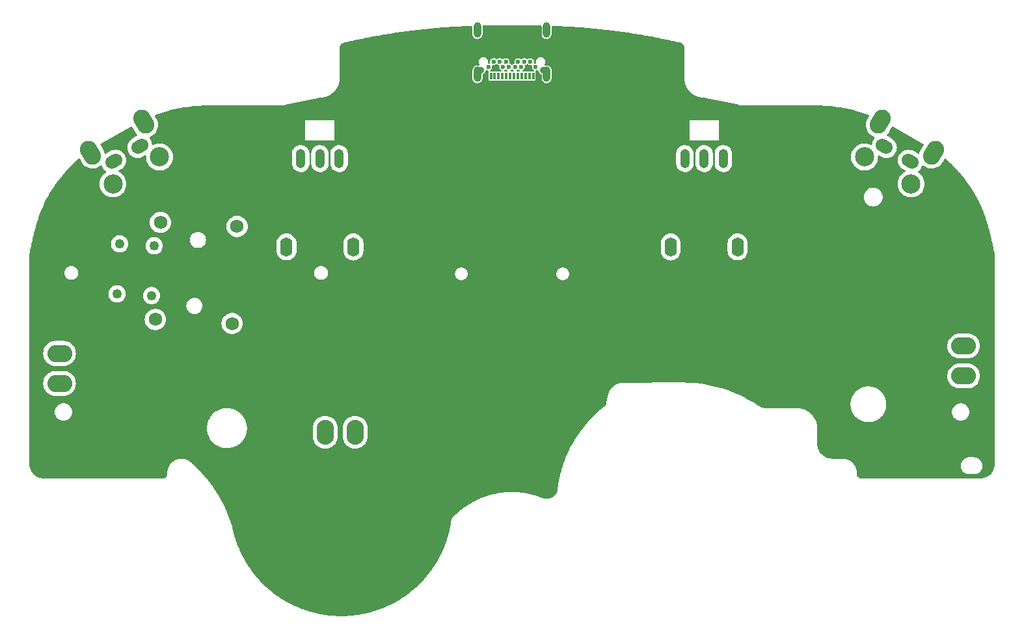
<source format=gbr>
%TF.GenerationSoftware,KiCad,Pcbnew,7.0.6*%
%TF.CreationDate,2023-11-08T16:21:37-08:00*%
%TF.ProjectId,UGC_Main,5547435f-4d61-4696-9e2e-6b696361645f,rev?*%
%TF.SameCoordinates,Original*%
%TF.FileFunction,Copper,L2,Bot*%
%TF.FilePolarity,Positive*%
%FSLAX46Y46*%
G04 Gerber Fmt 4.6, Leading zero omitted, Abs format (unit mm)*
G04 Created by KiCad (PCBNEW 7.0.6) date 2023-11-08 16:21:37*
%MOMM*%
%LPD*%
G01*
G04 APERTURE LIST*
G04 Aperture macros list*
%AMHorizOval*
0 Thick line with rounded ends*
0 $1 width*
0 $2 $3 position (X,Y) of the first rounded end (center of the circle)*
0 $4 $5 position (X,Y) of the second rounded end (center of the circle)*
0 Add line between two ends*
20,1,$1,$2,$3,$4,$5,0*
0 Add two circle primitives to create the rounded ends*
1,1,$1,$2,$3*
1,1,$1,$4,$5*%
G04 Aperture macros list end*
%TA.AperFunction,ComponentPad*%
%ADD10C,1.750000*%
%TD*%
%TA.AperFunction,ComponentPad*%
%ADD11C,1.250000*%
%TD*%
%TA.AperFunction,WasherPad*%
%ADD12HorizOval,2.250000X-0.250000X0.433013X0.250000X-0.433013X0*%
%TD*%
%TA.AperFunction,ComponentPad*%
%ADD13HorizOval,1.700000X0.259808X0.150000X-0.259808X-0.150000X0*%
%TD*%
%TA.AperFunction,ComponentPad*%
%ADD14C,2.500000*%
%TD*%
%TA.AperFunction,WasherPad*%
%ADD15HorizOval,2.250000X-0.250000X-0.433013X0.250000X0.433013X0*%
%TD*%
%TA.AperFunction,ComponentPad*%
%ADD16HorizOval,1.700000X0.259808X-0.150000X-0.259808X0.150000X0*%
%TD*%
%TA.AperFunction,SMDPad,CuDef*%
%ADD17R,0.350000X0.890000*%
%TD*%
%TA.AperFunction,ComponentPad*%
%ADD18C,0.600000*%
%TD*%
%TA.AperFunction,ComponentPad*%
%ADD19O,1.000000X2.000000*%
%TD*%
%TA.AperFunction,ComponentPad*%
%ADD20C,0.900000*%
%TD*%
%TA.AperFunction,ComponentPad*%
%ADD21O,1.600000X2.500000*%
%TD*%
%TA.AperFunction,ComponentPad*%
%ADD22O,1.250000X2.500000*%
%TD*%
%TA.AperFunction,SMDPad,CuDef*%
%ADD23O,2.250000X3.250000*%
%TD*%
%TA.AperFunction,SMDPad,CuDef*%
%ADD24O,3.250000X2.250000*%
%TD*%
G04 APERTURE END LIST*
D10*
%TO.P,SW6,*%
%TO.N,*%
X172800078Y-109723772D03*
X172138028Y-122356436D03*
X182786374Y-110247132D03*
X182124324Y-122879796D03*
D11*
%TO.P,SW6,S1,1*%
%TO.N,unconnected-(SW6-1-PadS1)*%
X171990036Y-112760540D03*
%TO.P,SW6,S2,2*%
%TO.N,unconnected-(SW6-2-PadS2)*%
X171649852Y-119251632D03*
%TO.P,SW6,S3,3*%
%TO.N,unconnected-(SW6-3-PadS3)*%
X167496203Y-112525028D03*
%TO.P,SW6,S4,4*%
%TO.N,unconnected-(SW6-4-PadS4)*%
X167156019Y-119016120D03*
%TD*%
D12*
%TO.P,SW7,*%
%TO.N,*%
X163696858Y-100623533D03*
X170625062Y-96623533D03*
D13*
%TO.P,SW7,1,1*%
%TO.N,unconnected-(SW7-Pad1)*%
X166722211Y-101763597D03*
%TO.P,SW7,2,2*%
%TO.N,unconnected-(SW7-Pad2)*%
X170099709Y-99813597D03*
D14*
%TO.P,SW7,MP*%
%TO.N,N/C*%
X166629871Y-104703661D03*
X172692049Y-101203661D03*
%TD*%
D15*
%TO.P,SW8,*%
%TO.N,*%
X266499744Y-96623533D03*
X273427948Y-100623533D03*
D16*
%TO.P,SW8,1,1*%
%TO.N,unconnected-(SW8-Pad1)*%
X267025097Y-99813597D03*
%TO.P,SW8,2,2*%
%TO.N,unconnected-(SW8-Pad2)*%
X270402595Y-101763597D03*
D14*
%TO.P,SW8,MP*%
%TO.N,N/C*%
X264432757Y-101203661D03*
X270494935Y-104703661D03*
%TD*%
D17*
%TO.P,J4,A1,GND*%
%TO.N,Net-(J4-GND-PadA1)*%
X215812403Y-90688597D03*
%TO.P,J4,A2,SSTXP1*%
%TO.N,unconnected-(J4-SSTXP1-PadA2)*%
X216312403Y-90688597D03*
%TO.P,J4,A3,SSTXN1*%
%TO.N,unconnected-(J4-SSTXN1-PadA3)*%
X216812403Y-90688597D03*
%TO.P,J4,A4,VBUS*%
%TO.N,Net-(J4-VBUS-PadA4)*%
X217312403Y-90688597D03*
%TO.P,J4,A5,CC1*%
%TO.N,unconnected-(J4-CC1-PadA5)*%
X217812403Y-90688597D03*
%TO.P,J4,A6,DP1*%
%TO.N,unconnected-(J4-DP1-PadA6)*%
X218312403Y-90688597D03*
%TO.P,J4,A7,DN1*%
%TO.N,unconnected-(J4-DN1-PadA7)*%
X218812403Y-90688597D03*
%TO.P,J4,A8,SBU1*%
%TO.N,unconnected-(J4-SBU1-PadA8)*%
X219312403Y-90688597D03*
%TO.P,J4,A9,VBUS*%
%TO.N,Net-(J4-VBUS-PadA4)*%
X219812403Y-90688597D03*
%TO.P,J4,A10,SSRXN2*%
%TO.N,unconnected-(J4-SSRXN2-PadA10)*%
X220312403Y-90688597D03*
%TO.P,J4,A11,SSRXP2*%
%TO.N,unconnected-(J4-SSRXP2-PadA11)*%
X220812403Y-90688597D03*
%TO.P,J4,A12,GND*%
%TO.N,Net-(J4-GND-PadA1)*%
X221312403Y-90688597D03*
D18*
%TO.P,J4,B1,GND*%
X221612403Y-89483597D03*
%TO.P,J4,B2,SSTXP2*%
%TO.N,unconnected-(J4-SSTXP2-PadB2)*%
X220962403Y-88783597D03*
%TO.P,J4,B3,SSTXN2*%
%TO.N,unconnected-(J4-SSTXN2-PadB3)*%
X220162403Y-88783597D03*
%TO.P,J4,B4,VBUS*%
%TO.N,Net-(J4-VBUS-PadA4)*%
X219762403Y-89483597D03*
%TO.P,J4,B5,CC2*%
%TO.N,unconnected-(J4-CC2-PadB5)*%
X219362403Y-88783597D03*
%TO.P,J4,B6,DP2*%
%TO.N,unconnected-(J4-DP2-PadB6)*%
X218962403Y-89483597D03*
%TO.P,J4,B7,DN2*%
%TO.N,unconnected-(J4-DN2-PadB7)*%
X218162403Y-89483597D03*
%TO.P,J4,B8,SBU2*%
%TO.N,unconnected-(J4-SBU2-PadB8)*%
X217762403Y-88783597D03*
%TO.P,J4,B9,VBUS*%
%TO.N,Net-(J4-VBUS-PadA4)*%
X217362403Y-89483597D03*
%TO.P,J4,B10,SSRXN1*%
%TO.N,unconnected-(J4-SSRXN1-PadB10)*%
X216962403Y-88783597D03*
%TO.P,J4,B11,SSRXP1*%
%TO.N,unconnected-(J4-SSRXP1-PadB11)*%
X216162403Y-88783597D03*
%TO.P,J4,B12,GND*%
%TO.N,Net-(J4-GND-PadA1)*%
X215512403Y-89483597D03*
D19*
%TO.P,J4,SH1,SHIELD*%
%TO.N,Net-(J4-SHIELD-PadSH1)*%
X214062403Y-84683597D03*
D20*
%TO.P,J4,SH2,SHIELD*%
X214512403Y-89883597D03*
D19*
%TO.P,J4,SH3,SHIELD*%
X214062403Y-90433597D03*
%TO.P,J4,SH4,SHIELD*%
X223062403Y-84683597D03*
D20*
%TO.P,J4,SH5,SHIELD*%
X222612403Y-89883597D03*
D19*
%TO.P,J4,SH6,SHIELD*%
X223062403Y-90433597D03*
%TD*%
D21*
%TO.P,RV2,*%
%TO.N,*%
X247912403Y-112913597D03*
X239212403Y-112913597D03*
D22*
%TO.P,RV2,1,V+*%
%TO.N,unconnected-(RV2-V+-Pad1)*%
X246062403Y-101413597D03*
%TO.P,RV2,2,GND*%
%TO.N,unconnected-(RV2-GND-Pad2)*%
X243562403Y-101413597D03*
%TO.P,RV2,3,Signal*%
%TO.N,unconnected-(RV2-Signal-Pad3)*%
X241062403Y-101413597D03*
%TD*%
D23*
%TO.P,J1,1,Pin_1*%
%TO.N,unconnected-(J1-Pin_1-Pad1)*%
X198157142Y-137045300D03*
%TO.P,J1,2,Pin_2*%
%TO.N,unconnected-(J1-Pin_2-Pad2)*%
X194257142Y-137045300D03*
%TD*%
D24*
%TO.P,J3,1,Pin_1*%
%TO.N,unconnected-(J3-Pin_1-Pad1)*%
X277338900Y-125812000D03*
%TO.P,J3,2,Pin_2*%
%TO.N,unconnected-(J3-Pin_2-Pad2)*%
X277338900Y-129712000D03*
%TD*%
%TO.P,J2,1,Pin_1*%
%TO.N,unconnected-(J2-Pin_1-Pad1)*%
X159676400Y-130687600D03*
%TO.P,J2,2,Pin_2*%
%TO.N,unconnected-(J2-Pin_2-Pad2)*%
X159676400Y-126787600D03*
%TD*%
D21*
%TO.P,RV1,*%
%TO.N,*%
X197912403Y-112913597D03*
X189212403Y-112913597D03*
D22*
%TO.P,RV1,1,V+*%
%TO.N,unconnected-(RV1-V+-Pad1)*%
X196062403Y-101413597D03*
%TO.P,RV1,2,GND*%
%TO.N,unconnected-(RV1-GND-Pad2)*%
X193562403Y-101413597D03*
%TO.P,RV1,3,Signal*%
%TO.N,unconnected-(RV1-Signal-Pad3)*%
X191062403Y-101413597D03*
%TD*%
%TA.AperFunction,NonConductor*%
G36*
X218956917Y-84018425D02*
G01*
X218956918Y-84018426D01*
X219352852Y-84019733D01*
X219352853Y-84019733D01*
X219750157Y-84022216D01*
X220147762Y-84025883D01*
X220147762Y-84025884D01*
X220546902Y-84030775D01*
X220946457Y-84036902D01*
X220946671Y-84036906D01*
X220946672Y-84036907D01*
X221347583Y-84044310D01*
X221749283Y-84053005D01*
X221749283Y-84053004D01*
X221749299Y-84053004D01*
X222151426Y-84063009D01*
X222291395Y-84066951D01*
X222357852Y-84088515D01*
X222402103Y-84142586D01*
X222411903Y-84190902D01*
X222411903Y-85224531D01*
X222427332Y-85346654D01*
X222427332Y-85346657D01*
X222487834Y-85499466D01*
X222487839Y-85499475D01*
X222584437Y-85632432D01*
X222584440Y-85632434D01*
X222711077Y-85737197D01*
X222859790Y-85807176D01*
X223021233Y-85837973D01*
X223185263Y-85827653D01*
X223341574Y-85776865D01*
X223480343Y-85688799D01*
X223592851Y-85568990D01*
X223672030Y-85424965D01*
X223712903Y-85265774D01*
X223712903Y-84243752D01*
X223732588Y-84176714D01*
X223785392Y-84130959D01*
X223842091Y-84119862D01*
X224171730Y-84133669D01*
X224576619Y-84152077D01*
X224576809Y-84152086D01*
X224576810Y-84152087D01*
X224982358Y-84171999D01*
X224982359Y-84172000D01*
X225388122Y-84193431D01*
X225793986Y-84216398D01*
X225814855Y-84217659D01*
X226199614Y-84240909D01*
X226199626Y-84240910D01*
X226199627Y-84240911D01*
X226605476Y-84267023D01*
X227011249Y-84294748D01*
X227416875Y-84324111D01*
X227822251Y-84355131D01*
X228227108Y-84387819D01*
X228227109Y-84387820D01*
X228631985Y-84422249D01*
X228631985Y-84422248D01*
X228632065Y-84422255D01*
X229036076Y-84458381D01*
X229439822Y-84496283D01*
X229843016Y-84535971D01*
X230245590Y-84577470D01*
X230647435Y-84620796D01*
X231048501Y-84665978D01*
X231448734Y-84713043D01*
X231793585Y-84755186D01*
X231793648Y-84755194D01*
X231793649Y-84755195D01*
X232126831Y-84797318D01*
X232134883Y-84798336D01*
X232472188Y-84842397D01*
X232797437Y-84886245D01*
X232804862Y-84887246D01*
X233133971Y-84932980D01*
X233459200Y-84979523D01*
X233512813Y-84987415D01*
X233780259Y-85026789D01*
X233780260Y-85026790D01*
X234091237Y-85073841D01*
X234097516Y-85074791D01*
X234097562Y-85074798D01*
X234097563Y-85074799D01*
X234411063Y-85123507D01*
X234720630Y-85172852D01*
X235025942Y-85222742D01*
X235026125Y-85222772D01*
X235026126Y-85222773D01*
X235327916Y-85273285D01*
X235626063Y-85324362D01*
X235626063Y-85324361D01*
X235626226Y-85324389D01*
X235920069Y-85375876D01*
X236210502Y-85427887D01*
X236210502Y-85427886D01*
X236210668Y-85427916D01*
X236497024Y-85480293D01*
X236497025Y-85480292D01*
X236779630Y-85533052D01*
X237058748Y-85586202D01*
X237333981Y-85639629D01*
X237333981Y-85639628D01*
X237334188Y-85639668D01*
X237582621Y-85688798D01*
X237605351Y-85693293D01*
X237873263Y-85747236D01*
X238137677Y-85801409D01*
X238397654Y-85855577D01*
X238654465Y-85909962D01*
X238907533Y-85964402D01*
X238907533Y-85964401D01*
X238907768Y-85964452D01*
X239156895Y-86018864D01*
X239402767Y-86073353D01*
X239402767Y-86073352D01*
X239624437Y-86123172D01*
X239644679Y-86127722D01*
X239644765Y-86127741D01*
X239644766Y-86127742D01*
X239883562Y-86182141D01*
X240118469Y-86236352D01*
X240349455Y-86290326D01*
X240387773Y-86299386D01*
X240564238Y-86341112D01*
X240590343Y-86350474D01*
X240595912Y-86353208D01*
X240599789Y-86355112D01*
X240647129Y-86379556D01*
X240696416Y-86405005D01*
X240715453Y-86417149D01*
X240750817Y-86444539D01*
X240753725Y-86446936D01*
X240812774Y-86498704D01*
X240825135Y-86511197D01*
X240858249Y-86549788D01*
X240862093Y-86554757D01*
X240907339Y-86619790D01*
X240910661Y-86625122D01*
X240935327Y-86669577D01*
X240942743Y-86685511D01*
X240970757Y-86758885D01*
X240971993Y-86762445D01*
X240985373Y-86805105D01*
X240990142Y-86827189D01*
X241003391Y-86935719D01*
X241005477Y-86956237D01*
X241005795Y-86962512D01*
X241005795Y-90899523D01*
X241005473Y-90900617D01*
X241005671Y-90903731D01*
X241005795Y-90907653D01*
X241005795Y-90913597D01*
X241005830Y-91063105D01*
X241005830Y-91063114D01*
X241027237Y-91245516D01*
X241027536Y-91248822D01*
X241032366Y-91325048D01*
X241038739Y-91343520D01*
X241040686Y-91360101D01*
X241040687Y-91360105D01*
X241040688Y-91360113D01*
X241091835Y-91575005D01*
X241103613Y-91636294D01*
X241109130Y-91647667D01*
X241109923Y-91651001D01*
X241109925Y-91651007D01*
X241148103Y-91755435D01*
X241202557Y-91904387D01*
X241210557Y-91928821D01*
X241210966Y-91928616D01*
X241212596Y-91931848D01*
X241212598Y-91931851D01*
X241279735Y-92064900D01*
X241347309Y-92198815D01*
X241347315Y-92198825D01*
X241349538Y-92202188D01*
X241351202Y-92205138D01*
X241352196Y-92206208D01*
X241429415Y-92323007D01*
X241512223Y-92448259D01*
X241512225Y-92448261D01*
X241524968Y-92463361D01*
X241526091Y-92464885D01*
X241526663Y-92465369D01*
X241681842Y-92649235D01*
X241681847Y-92649246D01*
X241681890Y-92649291D01*
X241705088Y-92676778D01*
X241731328Y-92701370D01*
X241731362Y-92701405D01*
X241731376Y-92701415D01*
X241813431Y-92778314D01*
X241906927Y-92865937D01*
X241907181Y-92866368D01*
X241908846Y-92867735D01*
X241923260Y-92881244D01*
X241923269Y-92881251D01*
X241923276Y-92881258D01*
X241923279Y-92881260D01*
X241923284Y-92881264D01*
X241963399Y-92910892D01*
X241963400Y-92910892D01*
X242156680Y-93053643D01*
X242157269Y-93054419D01*
X242160558Y-93056507D01*
X242163812Y-93058910D01*
X242379443Y-93182176D01*
X242426561Y-93209111D01*
X242426334Y-93209507D01*
X242450326Y-93218769D01*
X242698550Y-93324443D01*
X242701822Y-93325403D01*
X242710330Y-93330871D01*
X242773470Y-93346446D01*
X242934598Y-93393766D01*
X242985467Y-93408706D01*
X243001902Y-93411507D01*
X243015920Y-93418355D01*
X243095859Y-93427611D01*
X243099146Y-93428081D01*
X243246524Y-93453199D01*
X243280238Y-93458946D01*
X243379647Y-93464141D01*
X243379676Y-93464152D01*
X243429049Y-93466724D01*
X243429049Y-93466725D01*
X243429492Y-93466748D01*
X243439051Y-93467492D01*
X243442854Y-93467788D01*
X243445926Y-93468144D01*
X243446511Y-93468074D01*
X243468245Y-93469767D01*
X243510845Y-93473637D01*
X243553556Y-93477519D01*
X243613239Y-93485279D01*
X243698175Y-93499685D01*
X243735647Y-93506537D01*
X243735826Y-93506574D01*
X243735827Y-93506575D01*
X243735923Y-93506595D01*
X243793774Y-93518785D01*
X243794155Y-93518802D01*
X246503269Y-94086776D01*
X248073555Y-94415992D01*
X248084502Y-94421862D01*
X248149902Y-94432082D01*
X248153029Y-94432653D01*
X248161068Y-94434339D01*
X248161068Y-94434338D01*
X248174394Y-94437133D01*
X248174442Y-94437137D01*
X248228433Y-94448463D01*
X248228432Y-94448462D01*
X248228436Y-94448463D01*
X248281891Y-94455875D01*
X248295778Y-94462133D01*
X248342927Y-94464571D01*
X248348228Y-94465074D01*
X248359995Y-94466706D01*
X248364997Y-94467400D01*
X248364996Y-94467399D01*
X248381351Y-94468527D01*
X248381874Y-94468564D01*
X248387181Y-94469161D01*
X248428091Y-94475553D01*
X248448665Y-94473173D01*
X248478082Y-94475203D01*
X248502525Y-94476890D01*
X248502526Y-94476889D01*
X248502527Y-94476890D01*
X248548480Y-94476887D01*
X248571459Y-94476886D01*
X248571958Y-94476886D01*
X248579527Y-94476886D01*
X248582729Y-94476969D01*
X248644357Y-94480154D01*
X248661112Y-94476886D01*
X258019916Y-94476886D01*
X258020416Y-94476886D01*
X258319262Y-94482888D01*
X258845387Y-94494337D01*
X259234786Y-94517827D01*
X259680948Y-94546990D01*
X260084294Y-94587630D01*
X260513638Y-94634521D01*
X260921270Y-94692208D01*
X261342030Y-94756790D01*
X261750076Y-94831358D01*
X262164775Y-94913617D01*
X262570885Y-95004822D01*
X262980520Y-95104774D01*
X263359706Y-95206086D01*
X263383040Y-95212321D01*
X263701410Y-95304849D01*
X263787892Y-95329984D01*
X263787981Y-95330009D01*
X264185446Y-95453504D01*
X264585978Y-95589068D01*
X264971761Y-95726149D01*
X265028337Y-95767142D01*
X265053771Y-95832218D01*
X265039985Y-95900714D01*
X265037627Y-95904990D01*
X264810091Y-96299097D01*
X264727517Y-96472213D01*
X264727515Y-96472218D01*
X264654849Y-96717541D01*
X264654848Y-96717546D01*
X264621453Y-96971206D01*
X264621453Y-96971210D01*
X264621453Y-96971211D01*
X264628042Y-97222816D01*
X264628151Y-97226981D01*
X264674778Y-97478564D01*
X264760179Y-97719727D01*
X264760183Y-97719735D01*
X264760185Y-97719741D01*
X264760187Y-97719744D01*
X264760189Y-97719748D01*
X264882267Y-97944588D01*
X264882270Y-97944593D01*
X264882271Y-97944594D01*
X265038028Y-98147581D01*
X265223621Y-98323704D01*
X265434481Y-98468623D01*
X265665416Y-98578774D01*
X265677574Y-98582375D01*
X265736261Y-98620287D01*
X265765137Y-98683910D01*
X265755031Y-98753045D01*
X265730045Y-98788944D01*
X265726804Y-98792185D01*
X265726793Y-98792197D01*
X265591257Y-98985761D01*
X265591251Y-98985771D01*
X265491388Y-99199929D01*
X265491384Y-99199940D01*
X265430225Y-99428187D01*
X265430224Y-99428195D01*
X265419596Y-99549679D01*
X265394144Y-99614748D01*
X265337553Y-99655727D01*
X265267791Y-99659605D01*
X265242267Y-99650592D01*
X265074082Y-99569599D01*
X265074084Y-99569599D01*
X264823380Y-99492267D01*
X264823376Y-99492266D01*
X264823372Y-99492265D01*
X264698580Y-99473455D01*
X264563944Y-99453161D01*
X264563939Y-99453161D01*
X264301575Y-99453161D01*
X264301569Y-99453161D01*
X264140004Y-99477514D01*
X264042142Y-99492265D01*
X264042138Y-99492266D01*
X264042139Y-99492266D01*
X264042133Y-99492267D01*
X263791430Y-99569599D01*
X263555060Y-99683428D01*
X263555059Y-99683429D01*
X263338277Y-99831228D01*
X263145955Y-100009675D01*
X262982371Y-100214804D01*
X262851189Y-100442017D01*
X262755339Y-100686239D01*
X262755333Y-100686258D01*
X262696954Y-100942035D01*
X262696953Y-100942040D01*
X262677349Y-101203656D01*
X262677349Y-101203665D01*
X262696953Y-101465281D01*
X262696954Y-101465286D01*
X262755333Y-101721063D01*
X262755335Y-101721072D01*
X262755337Y-101721077D01*
X262851189Y-101965304D01*
X262982371Y-102192518D01*
X263087984Y-102324952D01*
X263145955Y-102397646D01*
X263305963Y-102546110D01*
X263338278Y-102576094D01*
X263555053Y-102723889D01*
X263555058Y-102723891D01*
X263555059Y-102723892D01*
X263555060Y-102723893D01*
X263680600Y-102784349D01*
X263791430Y-102837722D01*
X263791431Y-102837722D01*
X263791434Y-102837724D01*
X264042142Y-102915057D01*
X264301575Y-102954161D01*
X264563939Y-102954161D01*
X264823372Y-102915057D01*
X265074080Y-102837724D01*
X265282193Y-102737502D01*
X265310453Y-102723893D01*
X265310453Y-102723892D01*
X265310461Y-102723889D01*
X265527236Y-102576094D01*
X265691134Y-102424019D01*
X265719558Y-102397646D01*
X265719558Y-102397644D01*
X265719562Y-102397642D01*
X265883143Y-102192518D01*
X266014325Y-101965304D01*
X266110177Y-101721077D01*
X266168559Y-101465291D01*
X266172277Y-101415680D01*
X266188165Y-101203665D01*
X266188165Y-101203657D01*
X266181115Y-101109588D01*
X266195734Y-101041265D01*
X266244971Y-100991692D01*
X266313193Y-100976608D01*
X266366768Y-100992934D01*
X266472945Y-101054235D01*
X266638702Y-101149935D01*
X266660724Y-101162649D01*
X266821237Y-101237497D01*
X266821239Y-101237497D01*
X266821244Y-101237500D01*
X267049499Y-101298661D01*
X267217646Y-101313371D01*
X267284904Y-101319256D01*
X267284906Y-101319256D01*
X267284908Y-101319256D01*
X267315419Y-101316586D01*
X267520314Y-101298661D01*
X267748569Y-101237500D01*
X267962735Y-101137632D01*
X268156307Y-101002092D01*
X268323400Y-100834997D01*
X268458941Y-100641426D01*
X268558808Y-100427259D01*
X268619969Y-100199004D01*
X268640564Y-99963597D01*
X268619969Y-99728188D01*
X268558808Y-99499934D01*
X268458940Y-99285767D01*
X268323400Y-99092196D01*
X268244301Y-99013097D01*
X268156306Y-98925102D01*
X268011225Y-98823515D01*
X268011226Y-98823515D01*
X268011221Y-98823512D01*
X267389472Y-98464546D01*
X267389468Y-98464544D01*
X267382694Y-98461384D01*
X267330256Y-98415210D01*
X267311106Y-98348016D01*
X267331324Y-98281136D01*
X267345143Y-98263662D01*
X267516902Y-98082669D01*
X267625537Y-97924603D01*
X267625538Y-97924602D01*
X267625542Y-97924596D01*
X267625541Y-97924597D01*
X267743822Y-97719727D01*
X267995004Y-97284664D01*
X268045569Y-97236452D01*
X268114176Y-97223228D01*
X268164234Y-97239190D01*
X272011654Y-99453161D01*
X272065439Y-99484111D01*
X272113727Y-99534609D01*
X272127048Y-99603197D01*
X272110980Y-99653587D01*
X271738295Y-100299097D01*
X271655721Y-100472213D01*
X271655719Y-100472218D01*
X271584860Y-100711441D01*
X271546946Y-100770130D01*
X271483321Y-100799003D01*
X271414187Y-100788896D01*
X271394848Y-100777803D01*
X271388727Y-100773517D01*
X271388724Y-100773515D01*
X271382861Y-100770130D01*
X270766970Y-100414546D01*
X270766968Y-100414545D01*
X270606454Y-100339696D01*
X270606443Y-100339692D01*
X270378196Y-100278533D01*
X270378188Y-100278532D01*
X270142789Y-100257938D01*
X270142786Y-100257938D01*
X269907382Y-100278533D01*
X269907372Y-100278535D01*
X269679131Y-100339691D01*
X269679122Y-100339695D01*
X269464958Y-100439561D01*
X269464956Y-100439562D01*
X269271389Y-100575098D01*
X269271383Y-100575103D01*
X269104299Y-100742188D01*
X269104291Y-100742197D01*
X268968755Y-100935761D01*
X268968749Y-100935771D01*
X268868886Y-101149929D01*
X268868882Y-101149940D01*
X268807723Y-101378187D01*
X268807722Y-101378195D01*
X268787128Y-101613594D01*
X268787128Y-101613597D01*
X268807723Y-101849001D01*
X268807725Y-101849011D01*
X268868881Y-102077252D01*
X268868884Y-102077261D01*
X268968751Y-102291424D01*
X269104288Y-102484994D01*
X269104293Y-102485000D01*
X269271382Y-102652088D01*
X269271385Y-102652090D01*
X269271387Y-102652092D01*
X269416468Y-102753679D01*
X269416467Y-102753679D01*
X269416471Y-102753681D01*
X269416472Y-102753682D01*
X269710424Y-102923395D01*
X269758639Y-102973961D01*
X269771862Y-103042568D01*
X269745894Y-103107433D01*
X269702226Y-103142501D01*
X269617237Y-103183430D01*
X269617231Y-103183433D01*
X269580509Y-103208470D01*
X269400455Y-103331228D01*
X269208133Y-103509675D01*
X269044549Y-103714804D01*
X268913367Y-103942017D01*
X268817517Y-104186239D01*
X268817511Y-104186258D01*
X268759132Y-104442035D01*
X268759131Y-104442040D01*
X268739527Y-104703656D01*
X268739527Y-104703665D01*
X268759131Y-104965281D01*
X268759132Y-104965286D01*
X268817511Y-105221063D01*
X268817513Y-105221072D01*
X268817515Y-105221077D01*
X268913367Y-105465304D01*
X269044549Y-105692518D01*
X269153303Y-105828891D01*
X269208133Y-105897646D01*
X269350750Y-106029974D01*
X269400456Y-106076094D01*
X269617231Y-106223889D01*
X269617236Y-106223891D01*
X269617237Y-106223892D01*
X269617238Y-106223893D01*
X269733608Y-106279933D01*
X269853608Y-106337722D01*
X269853609Y-106337722D01*
X269853612Y-106337724D01*
X270104320Y-106415057D01*
X270363753Y-106454161D01*
X270626117Y-106454161D01*
X270885550Y-106415057D01*
X271136258Y-106337724D01*
X271372639Y-106223889D01*
X271589414Y-106076094D01*
X271748822Y-105928185D01*
X271781736Y-105897646D01*
X271781736Y-105897644D01*
X271781740Y-105897642D01*
X271945321Y-105692518D01*
X272076503Y-105465304D01*
X272172355Y-105221077D01*
X272230737Y-104965291D01*
X272230738Y-104965281D01*
X272250343Y-104703665D01*
X272250343Y-104703656D01*
X272230738Y-104442040D01*
X272230737Y-104442035D01*
X272230737Y-104442031D01*
X272172355Y-104186245D01*
X272076503Y-103942018D01*
X271945321Y-103714804D01*
X271781740Y-103509680D01*
X271781739Y-103509679D01*
X271781736Y-103509675D01*
X271589414Y-103331228D01*
X271568988Y-103317302D01*
X271435174Y-103226068D01*
X271390874Y-103172042D01*
X271382815Y-103102638D01*
X271413558Y-103039896D01*
X271433902Y-103022044D01*
X271533805Y-102952092D01*
X271700898Y-102784997D01*
X271836439Y-102591426D01*
X271936306Y-102377259D01*
X271937490Y-102372838D01*
X271973848Y-102313175D01*
X272036691Y-102282638D01*
X272106067Y-102290925D01*
X272142622Y-102314970D01*
X272151825Y-102323704D01*
X272362685Y-102468623D01*
X272593620Y-102578774D01*
X272838943Y-102651441D01*
X273092613Y-102684837D01*
X273348385Y-102678139D01*
X273599960Y-102631513D01*
X273697495Y-102596974D01*
X273841129Y-102546110D01*
X273841129Y-102546109D01*
X273841143Y-102546105D01*
X274065996Y-102424019D01*
X274268983Y-102268262D01*
X274445106Y-102082669D01*
X274553741Y-101924603D01*
X274553742Y-101924602D01*
X274553746Y-101924596D01*
X274553745Y-101924597D01*
X274662440Y-101736329D01*
X274823830Y-101456792D01*
X274874396Y-101408579D01*
X274943002Y-101395355D01*
X275007867Y-101421323D01*
X275014733Y-101427138D01*
X275047291Y-101456805D01*
X275166483Y-101566816D01*
X275252545Y-101647286D01*
X275285180Y-101677801D01*
X275403203Y-101789615D01*
X275520556Y-101902282D01*
X275637235Y-102015819D01*
X275752757Y-102129774D01*
X275752716Y-102129814D01*
X275753059Y-102130071D01*
X275753060Y-102130072D01*
X275868217Y-102245246D01*
X275868218Y-102245247D01*
X275868222Y-102245251D01*
X275868438Y-102245647D01*
X275868526Y-102245560D01*
X275982653Y-102361315D01*
X276096199Y-102478125D01*
X276208893Y-102595745D01*
X276209762Y-102596666D01*
X276209834Y-102596804D01*
X276210053Y-102596974D01*
X276320700Y-102714160D01*
X276431596Y-102833366D01*
X276541609Y-102953422D01*
X276650588Y-103074188D01*
X276758498Y-103195645D01*
X276865503Y-103318011D01*
X276971441Y-103441126D01*
X277076223Y-103564917D01*
X277179880Y-103689444D01*
X277275071Y-103805763D01*
X277282356Y-103814665D01*
X277383756Y-103940747D01*
X277483901Y-104067496D01*
X277582755Y-104194893D01*
X277680387Y-104323060D01*
X277776664Y-104451854D01*
X277858294Y-104563018D01*
X277937926Y-104673283D01*
X278015547Y-104782569D01*
X278091417Y-104891197D01*
X278165357Y-104998862D01*
X278237534Y-105105748D01*
X278307860Y-105211676D01*
X278376375Y-105316644D01*
X278427268Y-105395957D01*
X278443235Y-105420840D01*
X278508457Y-105524235D01*
X278571700Y-105626229D01*
X278572018Y-105626741D01*
X278633817Y-105728123D01*
X278694194Y-105828891D01*
X278752874Y-105928517D01*
X278810156Y-106027455D01*
X278865848Y-106125306D01*
X278920138Y-106222339D01*
X278973056Y-106318547D01*
X279024568Y-106413802D01*
X279074635Y-106507960D01*
X279123478Y-106601374D01*
X279170988Y-106693763D01*
X279217317Y-106785360D01*
X279262381Y-106875926D01*
X279338033Y-107031670D01*
X279348953Y-107054152D01*
X279431095Y-107228653D01*
X279509098Y-107399450D01*
X279583103Y-107566227D01*
X279652718Y-107727471D01*
X279721060Y-107890122D01*
X279788120Y-108054156D01*
X279854022Y-108219875D01*
X279918775Y-108387300D01*
X279982401Y-108556471D01*
X280044999Y-108727643D01*
X280097760Y-108876027D01*
X280106551Y-108900750D01*
X280167173Y-109076102D01*
X280226831Y-109253566D01*
X280285686Y-109433606D01*
X280343659Y-109615953D01*
X280400839Y-109800834D01*
X280457304Y-109988475D01*
X280513078Y-110178902D01*
X280568241Y-110372355D01*
X280622719Y-110568512D01*
X280676708Y-110768021D01*
X280730227Y-110970911D01*
X280734556Y-110987735D01*
X280783197Y-111176797D01*
X280783198Y-111176797D01*
X280835836Y-111386469D01*
X280888059Y-111599521D01*
X280939963Y-111816253D01*
X280991591Y-112036772D01*
X281042958Y-112261055D01*
X281042958Y-112261056D01*
X281060132Y-112337654D01*
X281094161Y-112489432D01*
X281145300Y-112722254D01*
X281196249Y-112958864D01*
X281247223Y-113200140D01*
X281298073Y-113445266D01*
X281349048Y-113695332D01*
X281397694Y-113937981D01*
X281400113Y-113962355D01*
X281400113Y-141098009D01*
X281399980Y-141102059D01*
X281398304Y-141127626D01*
X281394628Y-141183696D01*
X281381624Y-141365465D01*
X281380590Y-141373145D01*
X281357449Y-141489474D01*
X281326076Y-141633674D01*
X281324202Y-141640428D01*
X281283798Y-141759453D01*
X281234450Y-141891755D01*
X281231964Y-141897513D01*
X281175028Y-142012967D01*
X281153274Y-142052809D01*
X281108434Y-142134923D01*
X281105568Y-142139656D01*
X281034071Y-142246660D01*
X281032152Y-142249370D01*
X280950345Y-142358649D01*
X280947325Y-142362375D01*
X280862128Y-142459522D01*
X280859354Y-142462484D01*
X280763062Y-142558775D01*
X280760100Y-142561549D01*
X280662957Y-142646739D01*
X280659232Y-142649759D01*
X280549968Y-142731553D01*
X280547257Y-142733471D01*
X280440238Y-142804978D01*
X280435505Y-142807844D01*
X280313566Y-142874429D01*
X280198105Y-142931367D01*
X280192347Y-142933853D01*
X280060030Y-142983207D01*
X279941013Y-143023607D01*
X279934258Y-143025482D01*
X279790032Y-143056858D01*
X279673714Y-143079995D01*
X279666039Y-143081029D01*
X279486712Y-143093869D01*
X279402320Y-143099401D01*
X279398263Y-143099534D01*
X264078239Y-143099534D01*
X264071287Y-143099143D01*
X264048406Y-143096563D01*
X263932643Y-143081315D01*
X263907876Y-143075417D01*
X263862571Y-143059561D01*
X263859321Y-143058321D01*
X263855828Y-143056874D01*
X263836022Y-143048669D01*
X263782207Y-143026375D01*
X263763689Y-143016808D01*
X263717129Y-142987550D01*
X263712370Y-142984240D01*
X263646237Y-142933492D01*
X263640134Y-142928139D01*
X263596652Y-142884657D01*
X263591300Y-142878553D01*
X263540546Y-142812409D01*
X263537235Y-142807650D01*
X263531359Y-142798299D01*
X263507979Y-142761091D01*
X263498422Y-142742590D01*
X263466454Y-142665417D01*
X263465231Y-142662210D01*
X263460874Y-142649759D01*
X263449374Y-142616899D01*
X263443479Y-142592145D01*
X263428305Y-142476998D01*
X263425641Y-142453364D01*
X263425252Y-142446429D01*
X263425252Y-142414911D01*
X263425252Y-142381772D01*
X263426675Y-142376925D01*
X263425410Y-142359234D01*
X263425252Y-142354811D01*
X263425252Y-142349935D01*
X263425252Y-142334265D01*
X263425254Y-142228779D01*
X263412347Y-142130733D01*
X263408320Y-142100139D01*
X263408531Y-142098781D01*
X263408093Y-142096765D01*
X263407205Y-142091674D01*
X263405416Y-142078075D01*
X263405043Y-142074406D01*
X263399934Y-142002963D01*
X263395575Y-141992017D01*
X263394654Y-141992264D01*
X263355507Y-141846158D01*
X263355551Y-141844279D01*
X263354637Y-141841827D01*
X263352839Y-141836201D01*
X263346953Y-141814233D01*
X263345649Y-141809367D01*
X263344956Y-141806508D01*
X263334426Y-141758102D01*
X263328366Y-141748124D01*
X263269071Y-141604969D01*
X263268766Y-141602124D01*
X263266746Y-141598425D01*
X263263880Y-141592434D01*
X263254963Y-141570907D01*
X263241187Y-141537648D01*
X263235440Y-141522240D01*
X263228760Y-141513974D01*
X263170810Y-141413600D01*
X276953945Y-141413600D01*
X276955383Y-141429119D01*
X276955316Y-141452166D01*
X276958900Y-141467075D01*
X276968532Y-141571019D01*
X276966295Y-141582452D01*
X276967391Y-141586066D01*
X276972200Y-141610609D01*
X276972817Y-141617271D01*
X276972818Y-141617276D01*
X276979572Y-141641013D01*
X276983708Y-141662790D01*
X276983742Y-141663140D01*
X276989502Y-141675914D01*
X277004875Y-141729942D01*
X277018062Y-141776292D01*
X277017957Y-141788668D01*
X277019440Y-141791441D01*
X277026449Y-141808783D01*
X277026726Y-141808676D01*
X277028797Y-141814022D01*
X277043979Y-141844511D01*
X277051640Y-141863787D01*
X277051919Y-141864707D01*
X277059227Y-141875134D01*
X277105708Y-141968480D01*
X277107995Y-141981315D01*
X277114285Y-141988979D01*
X277119077Y-141995681D01*
X277119970Y-141997123D01*
X277119972Y-141997126D01*
X277119973Y-141997127D01*
X277128737Y-142008733D01*
X277146339Y-142032041D01*
X277156743Y-142048314D01*
X277157406Y-142049555D01*
X277165552Y-142057483D01*
X277243244Y-142160364D01*
X277283032Y-142196635D01*
X277295347Y-142209607D01*
X277296396Y-142210885D01*
X277304651Y-142216343D01*
X277331585Y-142240896D01*
X277394408Y-142298167D01*
X277452712Y-142334267D01*
X277459409Y-142339057D01*
X277463876Y-142342722D01*
X277471569Y-142345943D01*
X277568317Y-142405847D01*
X277568319Y-142405848D01*
X277568321Y-142405849D01*
X277642448Y-142434565D01*
X277649281Y-142437702D01*
X277653876Y-142440158D01*
X277660515Y-142441565D01*
X277715016Y-142462679D01*
X277759059Y-142479741D01*
X277848790Y-142496514D01*
X277855392Y-142498127D01*
X277860021Y-142499531D01*
X277865546Y-142499646D01*
X277960128Y-142517327D01*
X278062304Y-142517327D01*
X278064437Y-142517327D01*
X278070516Y-142517626D01*
X278080439Y-142518603D01*
X278088027Y-142517327D01*
X278611035Y-142517327D01*
X278611055Y-142517333D01*
X278635307Y-142517333D01*
X278640822Y-142518952D01*
X278654232Y-142517632D01*
X278660313Y-142517333D01*
X278764678Y-142517333D01*
X278764679Y-142517333D01*
X278858566Y-142499782D01*
X278862592Y-142500189D01*
X278869294Y-142498156D01*
X278875895Y-142496542D01*
X278965747Y-142479746D01*
X279010314Y-142462481D01*
X279063908Y-142441719D01*
X279068751Y-142441311D01*
X279075410Y-142437752D01*
X279082246Y-142434615D01*
X279118910Y-142420410D01*
X279156486Y-142405854D01*
X279252979Y-142346107D01*
X279258712Y-142344527D01*
X279265299Y-142339122D01*
X279272002Y-142334329D01*
X279330399Y-142298171D01*
X279419971Y-142216514D01*
X279426306Y-142213425D01*
X279429373Y-142209689D01*
X279441683Y-142196721D01*
X279481564Y-142160365D01*
X279559139Y-142057638D01*
X279565647Y-142052809D01*
X279568011Y-142048387D01*
X279578414Y-142032114D01*
X279604834Y-141997129D01*
X279604848Y-141997100D01*
X279605762Y-141995626D01*
X279610567Y-141988904D01*
X279613316Y-141985553D01*
X279619138Y-141968401D01*
X279665507Y-141875279D01*
X279671689Y-141868611D01*
X279673129Y-141863866D01*
X279680788Y-141844590D01*
X279696010Y-141814022D01*
X279696010Y-141814021D01*
X279698081Y-141808677D01*
X279698352Y-141808782D01*
X279704242Y-141794206D01*
X279706771Y-141776199D01*
X279735265Y-141676053D01*
X279740610Y-141667580D01*
X279741074Y-141662877D01*
X279745209Y-141641101D01*
X279751988Y-141617279D01*
X279752611Y-141610554D01*
X279757091Y-141587680D01*
X279756284Y-141570914D01*
X279765895Y-141467194D01*
X279769910Y-141457084D01*
X279769486Y-141452776D01*
X279769418Y-141429182D01*
X279770862Y-141413600D01*
X279769418Y-141398017D01*
X279769484Y-141374940D01*
X279765895Y-141360002D01*
X279763910Y-141338578D01*
X279756284Y-141256287D01*
X279758525Y-141244835D01*
X279757422Y-141241199D01*
X279752611Y-141216644D01*
X279751988Y-141209921D01*
X279751987Y-141209919D01*
X279745211Y-141186102D01*
X279741074Y-141164322D01*
X279741037Y-141163953D01*
X279735266Y-141151150D01*
X279706771Y-141050999D01*
X279706875Y-141038608D01*
X279705384Y-141035818D01*
X279698352Y-141018417D01*
X279698081Y-141018523D01*
X279696011Y-141013181D01*
X279691039Y-141003195D01*
X279680788Y-140982609D01*
X279673130Y-140963336D01*
X279672841Y-140962386D01*
X279665506Y-140951916D01*
X279619141Y-140858802D01*
X279616849Y-140845947D01*
X279610564Y-140838289D01*
X279605764Y-140831576D01*
X279604841Y-140830085D01*
X279604834Y-140830071D01*
X279578418Y-140795091D01*
X279568014Y-140778817D01*
X279567325Y-140777529D01*
X279559137Y-140769558D01*
X279536747Y-140739909D01*
X279481564Y-140666835D01*
X279481561Y-140666832D01*
X279441696Y-140630489D01*
X279429383Y-140617519D01*
X279428288Y-140616185D01*
X279419974Y-140610688D01*
X279330399Y-140529029D01*
X279310749Y-140516862D01*
X279272003Y-140492871D01*
X279265302Y-140488079D01*
X279260759Y-140484351D01*
X279252979Y-140481092D01*
X279156486Y-140421346D01*
X279156476Y-140421341D01*
X279082256Y-140392588D01*
X279075422Y-140389452D01*
X279070677Y-140386916D01*
X279063909Y-140385481D01*
X278965748Y-140347454D01*
X278875916Y-140330660D01*
X278869309Y-140329046D01*
X278864348Y-140327541D01*
X278858566Y-140327418D01*
X278857186Y-140327160D01*
X278764679Y-140309867D01*
X278662502Y-140309867D01*
X278660373Y-140309867D01*
X278654291Y-140309568D01*
X278643838Y-140308538D01*
X278635938Y-140309867D01*
X278087401Y-140309867D01*
X278082394Y-140308397D01*
X278070504Y-140309568D01*
X278064423Y-140309867D01*
X278050505Y-140309867D01*
X278050442Y-140309873D01*
X277960128Y-140309873D01*
X277865553Y-140327551D01*
X277861684Y-140327160D01*
X277855376Y-140329074D01*
X277848770Y-140330689D01*
X277759057Y-140347459D01*
X277660514Y-140385634D01*
X277655757Y-140386034D01*
X277649269Y-140389502D01*
X277642436Y-140392637D01*
X277568329Y-140421346D01*
X277568320Y-140421351D01*
X277471567Y-140481257D01*
X277465894Y-140482819D01*
X277459404Y-140488146D01*
X277452705Y-140492937D01*
X277394409Y-140529032D01*
X277304651Y-140610857D01*
X277298355Y-140613925D01*
X277295345Y-140617594D01*
X277283033Y-140630563D01*
X277243244Y-140666835D01*
X277243243Y-140666836D01*
X277165551Y-140769716D01*
X277159074Y-140774521D01*
X277156740Y-140778889D01*
X277146338Y-140795158D01*
X277119969Y-140830077D01*
X277119075Y-140831521D01*
X277114288Y-140838215D01*
X277111524Y-140841582D01*
X277105709Y-140858718D01*
X277059227Y-140952065D01*
X277053063Y-140958712D01*
X277051636Y-140963419D01*
X277043977Y-140982691D01*
X277028797Y-141013176D01*
X277026726Y-141018524D01*
X277026449Y-141018416D01*
X277020588Y-141032916D01*
X277018062Y-141050905D01*
X276989504Y-141151280D01*
X276984168Y-141159738D01*
X276983708Y-141164409D01*
X276979572Y-141186187D01*
X276972819Y-141209922D01*
X276972202Y-141216580D01*
X276967724Y-141239433D01*
X276968532Y-141256179D01*
X276958900Y-141360123D01*
X276954894Y-141370211D01*
X276955315Y-141374485D01*
X276955383Y-141398078D01*
X276953945Y-141413597D01*
X276953945Y-141413600D01*
X263170810Y-141413600D01*
X263150770Y-141378890D01*
X263149844Y-141375076D01*
X263146480Y-141370582D01*
X263142422Y-141364432D01*
X263127496Y-141338578D01*
X263116790Y-141320033D01*
X263116786Y-141320027D01*
X263116784Y-141320024D01*
X263115513Y-141318368D01*
X263105058Y-141302310D01*
X263104988Y-141302182D01*
X263098094Y-141295667D01*
X263096635Y-141293766D01*
X263023218Y-141198085D01*
X263002831Y-141171516D01*
X263001040Y-141166884D01*
X262996337Y-141162181D01*
X262990984Y-141156076D01*
X262969153Y-141127626D01*
X262969149Y-141127621D01*
X262957344Y-141115816D01*
X262945757Y-141102445D01*
X262945477Y-141102071D01*
X262938792Y-141097265D01*
X262828032Y-140986506D01*
X262825177Y-140981278D01*
X262822842Y-140979530D01*
X262809477Y-140967949D01*
X262797679Y-140956152D01*
X262797678Y-140956151D01*
X262769225Y-140934318D01*
X262763121Y-140928965D01*
X262759865Y-140925709D01*
X262753782Y-140922468D01*
X262629630Y-140827203D01*
X262625577Y-140821653D01*
X262622982Y-140820236D01*
X262606922Y-140809779D01*
X262605275Y-140808515D01*
X262560888Y-140782888D01*
X262554729Y-140778826D01*
X262551534Y-140776434D01*
X262546415Y-140774533D01*
X262411319Y-140696537D01*
X262405994Y-140690952D01*
X262387613Y-140684097D01*
X262332868Y-140661421D01*
X262326879Y-140658556D01*
X262324225Y-140657107D01*
X262320333Y-140656229D01*
X262177174Y-140596932D01*
X262170563Y-140591604D01*
X262118781Y-140580341D01*
X262115912Y-140579645D01*
X262089098Y-140572460D01*
X262083477Y-140570663D01*
X262081773Y-140570027D01*
X262079158Y-140569797D01*
X261933037Y-140530646D01*
X261933459Y-140529068D01*
X261927023Y-140525699D01*
X261850884Y-140520255D01*
X261847217Y-140519883D01*
X261833640Y-140518096D01*
X261828548Y-140517209D01*
X261827084Y-140516890D01*
X261825162Y-140516979D01*
X261696535Y-140500047D01*
X261696526Y-140500046D01*
X261696522Y-140500046D01*
X261696514Y-140500046D01*
X261575267Y-140500048D01*
X261570502Y-140500048D01*
X261566078Y-140499890D01*
X261550509Y-140498776D01*
X261543526Y-140500048D01*
X260270548Y-140500048D01*
X260266493Y-140499915D01*
X260184868Y-140494566D01*
X260003073Y-140481564D01*
X259995394Y-140480529D01*
X259879074Y-140457394D01*
X259734857Y-140426022D01*
X259728102Y-140424148D01*
X259609063Y-140383741D01*
X259476761Y-140334395D01*
X259471003Y-140331909D01*
X259355547Y-140274975D01*
X259233582Y-140208379D01*
X259228852Y-140205515D01*
X259121851Y-140134019D01*
X259119142Y-140132102D01*
X259009852Y-140050294D01*
X259006134Y-140047279D01*
X258908986Y-139962085D01*
X258906025Y-139959311D01*
X258809721Y-139863011D01*
X258806947Y-139860048D01*
X258721762Y-139762916D01*
X258718742Y-139759191D01*
X258636930Y-139649907D01*
X258635012Y-139647197D01*
X258613069Y-139614358D01*
X258563508Y-139540189D01*
X258560654Y-139535474D01*
X258494054Y-139413511D01*
X258437112Y-139298051D01*
X258434632Y-139292307D01*
X258411780Y-139231043D01*
X258385270Y-139159967D01*
X258368710Y-139111188D01*
X258344861Y-139040937D01*
X258342994Y-139034207D01*
X258340972Y-139024914D01*
X258317164Y-138915482D01*
X258311612Y-138889960D01*
X258305429Y-138858880D01*
X258288482Y-138773692D01*
X258287449Y-138766025D01*
X258273963Y-138576983D01*
X258269141Y-138503451D01*
X258269011Y-138499461D01*
X258269011Y-136513498D01*
X258269011Y-136367213D01*
X258248990Y-136189523D01*
X258248713Y-136186325D01*
X258244054Y-136109306D01*
X258237914Y-136091230D01*
X258236231Y-136076286D01*
X258189067Y-135869648D01*
X258177345Y-135805680D01*
X258171781Y-135793913D01*
X258171084Y-135790859D01*
X258171080Y-135790847D01*
X258149427Y-135728968D01*
X258087310Y-135551451D01*
X258076686Y-135517355D01*
X258076645Y-135517293D01*
X258075898Y-135517654D01*
X257947366Y-135250755D01*
X257947364Y-135250752D01*
X257947361Y-135250745D01*
X257947356Y-135250738D01*
X257945093Y-135246642D01*
X257944905Y-135246268D01*
X257943683Y-135244892D01*
X257942221Y-135242566D01*
X257791599Y-135002852D01*
X257782797Y-134991815D01*
X257780789Y-134988932D01*
X257779773Y-134988023D01*
X257649901Y-134825169D01*
X257636047Y-134807796D01*
X257609066Y-134773963D01*
X257609063Y-134773959D01*
X257588875Y-134753771D01*
X257587629Y-134752364D01*
X257587080Y-134751976D01*
X257424021Y-134588917D01*
X257423804Y-134588519D01*
X257422221Y-134587117D01*
X257402042Y-134566938D01*
X257368072Y-134539848D01*
X257368065Y-134539841D01*
X257187977Y-134396226D01*
X257187452Y-134395478D01*
X257184174Y-134393194D01*
X257173148Y-134384401D01*
X256931106Y-134232315D01*
X256930258Y-134231357D01*
X256929359Y-134230907D01*
X256925252Y-134228637D01*
X256658346Y-134100102D01*
X256658716Y-134099333D01*
X256624490Y-134088668D01*
X256385152Y-134004919D01*
X256385136Y-134004914D01*
X256382064Y-134004213D01*
X256373007Y-133999146D01*
X256306322Y-133986925D01*
X256099717Y-133939769D01*
X256099702Y-133939767D01*
X256084756Y-133938083D01*
X256070731Y-133932189D01*
X255989663Y-133927285D01*
X255986465Y-133927008D01*
X255808793Y-133906989D01*
X255808787Y-133906989D01*
X255662502Y-133906989D01*
X251700874Y-133906989D01*
X251697267Y-133906883D01*
X251681689Y-133905970D01*
X251665038Y-133904994D01*
X251440582Y-133888541D01*
X251434280Y-133887753D01*
X251339280Y-133870899D01*
X251292818Y-133860535D01*
X251176745Y-133834642D01*
X251172390Y-133833502D01*
X251126269Y-133819607D01*
X251074203Y-133803920D01*
X251069911Y-133802454D01*
X250914410Y-133742893D01*
X250825894Y-133704454D01*
X250820210Y-133701632D01*
X250625114Y-133591986D01*
X250595819Y-133574950D01*
X250592766Y-133573055D01*
X250573754Y-133560471D01*
X250341322Y-133406456D01*
X262613982Y-133406456D01*
X262621827Y-133526171D01*
X262621960Y-133530221D01*
X262621961Y-133546087D01*
X262621960Y-133558690D01*
X262625677Y-133586918D01*
X262626075Y-133590956D01*
X262633918Y-133710638D01*
X262657323Y-133828311D01*
X262657984Y-133832311D01*
X262660277Y-133849726D01*
X262661054Y-133855622D01*
X262661701Y-133860535D01*
X262669069Y-133888036D01*
X262669990Y-133891985D01*
X262693390Y-134009624D01*
X262693393Y-134009634D01*
X262731947Y-134123215D01*
X262733125Y-134127098D01*
X262740490Y-134154587D01*
X262740499Y-134154612D01*
X262751390Y-134180907D01*
X262752820Y-134184704D01*
X262791380Y-134298297D01*
X262844442Y-134405899D01*
X262846116Y-134409593D01*
X262857008Y-134435886D01*
X262871233Y-134460523D01*
X262873146Y-134464103D01*
X262926200Y-134571689D01*
X262926201Y-134571691D01*
X262992849Y-134671437D01*
X262994992Y-134674884D01*
X263009218Y-134699525D01*
X263009236Y-134699551D01*
X263010961Y-134701799D01*
X263026564Y-134722133D01*
X263028922Y-134725424D01*
X263095569Y-134825168D01*
X263095571Y-134825170D01*
X263174663Y-134915358D01*
X263177238Y-134918495D01*
X263194571Y-134941084D01*
X263214703Y-134961216D01*
X263217477Y-134964178D01*
X263296566Y-135054362D01*
X263386749Y-135133450D01*
X263389711Y-135136224D01*
X263409835Y-135156348D01*
X263409840Y-135156352D01*
X263409848Y-135156360D01*
X263424950Y-135167948D01*
X263432431Y-135173689D01*
X263435559Y-135176254D01*
X263482993Y-135217853D01*
X263525756Y-135255356D01*
X263525758Y-135255357D01*
X263525760Y-135255359D01*
X263625520Y-135322017D01*
X263628790Y-135324360D01*
X263651385Y-135341698D01*
X263651388Y-135341700D01*
X263651408Y-135341713D01*
X263676043Y-135355935D01*
X263679489Y-135358078D01*
X263738528Y-135397527D01*
X263779227Y-135424721D01*
X263886854Y-135477796D01*
X263890396Y-135479690D01*
X263915048Y-135493923D01*
X263941346Y-135504816D01*
X263945025Y-135506483D01*
X264052632Y-135559549D01*
X264166229Y-135598109D01*
X264170007Y-135599531D01*
X264183823Y-135605254D01*
X264196310Y-135610427D01*
X264196313Y-135610428D01*
X264196323Y-135610432D01*
X264196341Y-135610437D01*
X264196348Y-135610439D01*
X264223845Y-135617807D01*
X264227699Y-135618975D01*
X264341297Y-135657537D01*
X264458974Y-135680944D01*
X264462893Y-135681859D01*
X264478382Y-135686008D01*
X264490400Y-135689229D01*
X264518661Y-135692949D01*
X264522605Y-135693601D01*
X264640282Y-135717009D01*
X264760023Y-135724857D01*
X264763992Y-135725248D01*
X264792247Y-135728968D01*
X264792256Y-135728968D01*
X264820715Y-135728968D01*
X264824762Y-135729100D01*
X264878104Y-135732596D01*
X264944466Y-135736947D01*
X264944472Y-135736947D01*
X264944478Y-135736947D01*
X265010839Y-135732596D01*
X265064181Y-135729100D01*
X265068229Y-135728968D01*
X265096685Y-135728968D01*
X265096697Y-135728968D01*
X265124960Y-135725247D01*
X265128911Y-135724858D01*
X265248662Y-135717009D01*
X265366353Y-135693598D01*
X265370276Y-135692950D01*
X265398544Y-135689229D01*
X265426067Y-135681854D01*
X265429953Y-135680947D01*
X265547647Y-135657537D01*
X265661253Y-135618973D01*
X265665099Y-135617807D01*
X265692590Y-135610441D01*
X265692598Y-135610438D01*
X265692621Y-135610432D01*
X265697265Y-135608508D01*
X265698435Y-135608024D01*
X265718936Y-135599532D01*
X265722725Y-135598106D01*
X265836312Y-135559549D01*
X265943959Y-135506463D01*
X265947576Y-135504825D01*
X265973896Y-135493923D01*
X265998546Y-135479691D01*
X266002079Y-135477801D01*
X266109717Y-135424721D01*
X266209465Y-135358070D01*
X266212894Y-135355938D01*
X266237559Y-135341698D01*
X266260167Y-135324349D01*
X266263422Y-135322017D01*
X266363184Y-135255359D01*
X266453391Y-135176249D01*
X266456492Y-135173704D01*
X266479096Y-135156360D01*
X266499250Y-135136205D01*
X266502159Y-135133480D01*
X266592377Y-135054362D01*
X266671483Y-134964158D01*
X266674213Y-134961242D01*
X266694375Y-134941081D01*
X266711719Y-134918477D01*
X266714264Y-134915376D01*
X266793374Y-134825169D01*
X266860032Y-134725407D01*
X266862364Y-134722152D01*
X266879713Y-134699544D01*
X266893956Y-134674873D01*
X266896085Y-134671450D01*
X266962736Y-134571702D01*
X267015816Y-134464064D01*
X267017711Y-134460523D01*
X267031938Y-134435881D01*
X267042840Y-134409561D01*
X267044246Y-134406457D01*
X275814150Y-134406457D01*
X275833395Y-134614148D01*
X275833395Y-134614150D01*
X275833396Y-134614153D01*
X275881134Y-134781936D01*
X275890479Y-134814779D01*
X275950266Y-134934847D01*
X275983453Y-135001495D01*
X276109154Y-135167950D01*
X276263301Y-135308473D01*
X276363511Y-135370521D01*
X276440640Y-135418278D01*
X276440642Y-135418278D01*
X276440644Y-135418280D01*
X276472712Y-135430703D01*
X276476035Y-135432104D01*
X276476053Y-135432112D01*
X276476067Y-135432120D01*
X276476649Y-135432321D01*
X276478905Y-135433103D01*
X276542742Y-135457833D01*
X276635145Y-135493630D01*
X276635147Y-135493630D01*
X276635149Y-135493631D01*
X276640473Y-135494626D01*
X276668602Y-135499884D01*
X276671788Y-135500568D01*
X276678632Y-135502228D01*
X276678640Y-135502231D01*
X276689528Y-135503795D01*
X276840179Y-135531957D01*
X276840181Y-135531957D01*
X276876523Y-135531957D01*
X276884926Y-135532557D01*
X276884931Y-135532457D01*
X276890819Y-135532737D01*
X276890821Y-135532738D01*
X276890823Y-135532737D01*
X276890825Y-135532738D01*
X276900107Y-135532295D01*
X276902073Y-135532202D01*
X276902087Y-135532205D01*
X276905816Y-135532027D01*
X276908769Y-135531957D01*
X277048764Y-135531957D01*
X277048765Y-135531957D01*
X277092981Y-135523691D01*
X277101416Y-135522706D01*
X277104940Y-135522539D01*
X277104947Y-135522537D01*
X277107182Y-135522431D01*
X277107224Y-135522427D01*
X277139254Y-135520900D01*
X277169311Y-135509423D01*
X277253799Y-135493630D01*
X277299746Y-135475829D01*
X277307522Y-135473393D01*
X277313260Y-135472001D01*
X277313261Y-135472000D01*
X277314903Y-135471602D01*
X277314955Y-135471586D01*
X277344503Y-135464417D01*
X277370615Y-135448375D01*
X277448300Y-135418280D01*
X277493917Y-135390034D01*
X277500765Y-135386369D01*
X277508251Y-135382951D01*
X277508253Y-135382949D01*
X277510099Y-135382107D01*
X277513629Y-135380495D01*
X277513633Y-135380492D01*
X277516763Y-135379063D01*
X277517387Y-135378973D01*
X277519017Y-135378032D01*
X277535463Y-135370521D01*
X277556984Y-135350984D01*
X277625643Y-135308473D01*
X277668590Y-135269321D01*
X277674364Y-135264662D01*
X277682866Y-135258609D01*
X277682866Y-135258608D01*
X277684786Y-135257242D01*
X277687079Y-135256448D01*
X277692523Y-135251731D01*
X277705394Y-135242566D01*
X277721940Y-135220686D01*
X277779790Y-135167950D01*
X277817551Y-135117945D01*
X277822151Y-135112530D01*
X277827932Y-135106466D01*
X277831472Y-135104422D01*
X277838972Y-135094886D01*
X277848304Y-135085098D01*
X277859756Y-135062057D01*
X277905491Y-135001495D01*
X277935523Y-134941182D01*
X277938847Y-134935330D01*
X277941174Y-134931709D01*
X277945426Y-134928025D01*
X277953079Y-134913182D01*
X277959132Y-134903762D01*
X277965646Y-134880686D01*
X277998466Y-134814776D01*
X278016570Y-134751144D01*
X278023161Y-134740695D01*
X278024112Y-134735765D01*
X278030757Y-134713135D01*
X278034012Y-134705005D01*
X278035980Y-134682926D01*
X278055548Y-134614153D01*
X278062673Y-134537252D01*
X278063522Y-134531291D01*
X278066925Y-134513638D01*
X278066925Y-134513629D01*
X278067125Y-134512593D01*
X278067131Y-134512553D01*
X278070348Y-134495860D01*
X278068379Y-134475682D01*
X278074794Y-134406457D01*
X278068378Y-134337228D01*
X278071330Y-134322140D01*
X278067319Y-134301326D01*
X278067318Y-134301319D01*
X278066925Y-134299279D01*
X278066925Y-134299276D01*
X278063528Y-134281649D01*
X278062671Y-134275633D01*
X278062565Y-134274484D01*
X278055548Y-134198761D01*
X278035981Y-134129989D01*
X278036122Y-134113175D01*
X278030756Y-134099773D01*
X278024112Y-134077147D01*
X278023951Y-134076314D01*
X278016570Y-134061768D01*
X278014658Y-134055049D01*
X277998466Y-133998138D01*
X277965646Y-133932227D01*
X277962453Y-133914317D01*
X277953081Y-133899733D01*
X277947044Y-133888024D01*
X277941165Y-133881189D01*
X277938854Y-133877593D01*
X277935511Y-133871708D01*
X277905491Y-133811419D01*
X277859759Y-133750860D01*
X277852856Y-133732589D01*
X277838973Y-133718028D01*
X277833090Y-133710548D01*
X277827946Y-133706461D01*
X277822158Y-133700391D01*
X277817560Y-133694980D01*
X277779790Y-133644964D01*
X277779789Y-133644963D01*
X277779789Y-133644962D01*
X277721943Y-133592229D01*
X277711126Y-133574428D01*
X277692519Y-133561178D01*
X277688267Y-133557493D01*
X277684777Y-133555666D01*
X277674373Y-133548256D01*
X277668561Y-133543566D01*
X277625644Y-133504442D01*
X277625643Y-133504441D01*
X277556986Y-133461930D01*
X277542248Y-133445488D01*
X277519018Y-133434879D01*
X277517749Y-133434146D01*
X277516755Y-133433846D01*
X277500788Y-133426554D01*
X277493897Y-133422866D01*
X277448301Y-133394634D01*
X277448299Y-133394633D01*
X277370611Y-133364537D01*
X277352146Y-133350348D01*
X277316585Y-133341720D01*
X277316573Y-133341717D01*
X277307513Y-133339518D01*
X277299732Y-133337078D01*
X277253802Y-133319285D01*
X277253801Y-133319284D01*
X277253799Y-133319284D01*
X277169301Y-133303488D01*
X277147497Y-133292401D01*
X277101429Y-133290207D01*
X277092978Y-133289221D01*
X277048767Y-133280957D01*
X277048765Y-133280957D01*
X276908702Y-133280957D01*
X276905752Y-133280887D01*
X276890821Y-133280175D01*
X276884931Y-133280457D01*
X276884926Y-133280356D01*
X276876523Y-133280957D01*
X276840179Y-133280957D01*
X276799470Y-133288566D01*
X276689545Y-133309114D01*
X276678641Y-133310682D01*
X276671796Y-133312343D01*
X276668574Y-133313035D01*
X276635143Y-133319284D01*
X276478904Y-133379811D01*
X276476055Y-133380798D01*
X276475999Y-133380824D01*
X276472682Y-133382221D01*
X276440648Y-133394631D01*
X276263299Y-133504442D01*
X276109155Y-133644962D01*
X275983453Y-133811418D01*
X275890479Y-133998134D01*
X275888550Y-134004914D01*
X275845958Y-134154612D01*
X275833395Y-134198765D01*
X275814150Y-134406456D01*
X275814150Y-134406457D01*
X267044246Y-134406457D01*
X267044478Y-134405944D01*
X267097564Y-134298297D01*
X267136121Y-134184710D01*
X267137547Y-134180921D01*
X267138555Y-134178488D01*
X267148447Y-134154606D01*
X267148452Y-134154584D01*
X267148456Y-134154575D01*
X267155822Y-134127084D01*
X267156988Y-134123238D01*
X267195552Y-134009632D01*
X267218962Y-133891938D01*
X267219869Y-133888052D01*
X267227244Y-133860529D01*
X267230965Y-133832261D01*
X267231613Y-133828338D01*
X267255024Y-133710647D01*
X267262872Y-133590899D01*
X267263262Y-133586942D01*
X267266983Y-133558682D01*
X267267623Y-133519522D01*
X267267744Y-133516577D01*
X267273871Y-133423102D01*
X267274962Y-133406463D01*
X267274962Y-133406450D01*
X267271284Y-133350348D01*
X267267744Y-133296340D01*
X267267623Y-133293388D01*
X267266983Y-133254232D01*
X267263263Y-133225977D01*
X267262872Y-133222011D01*
X267255024Y-133102267D01*
X267231615Y-132984585D01*
X267230959Y-132980606D01*
X267227244Y-132952385D01*
X267219874Y-132924878D01*
X267218959Y-132920959D01*
X267195552Y-132803282D01*
X267156990Y-132689684D01*
X267155822Y-132685830D01*
X267148454Y-132658333D01*
X267148452Y-132658326D01*
X267148447Y-132658308D01*
X267137546Y-132631992D01*
X267136121Y-132628204D01*
X267127743Y-132603522D01*
X267097564Y-132514617D01*
X267044493Y-132406999D01*
X267042831Y-132403331D01*
X267042820Y-132403304D01*
X267031938Y-132377033D01*
X267017705Y-132352381D01*
X267015811Y-132348839D01*
X266962736Y-132241212D01*
X266896093Y-132141474D01*
X266893950Y-132138028D01*
X266879728Y-132113393D01*
X266879710Y-132113366D01*
X266862381Y-132090783D01*
X266860032Y-132087505D01*
X266793374Y-131987745D01*
X266793372Y-131987743D01*
X266793371Y-131987741D01*
X266714272Y-131897547D01*
X266711725Y-131894444D01*
X266694375Y-131871833D01*
X266694369Y-131871827D01*
X266694363Y-131871820D01*
X266674239Y-131851696D01*
X266671465Y-131848734D01*
X266592377Y-131758551D01*
X266502193Y-131679462D01*
X266499231Y-131676688D01*
X266479099Y-131656556D01*
X266456510Y-131639223D01*
X266453373Y-131636648D01*
X266363185Y-131557556D01*
X266363182Y-131557554D01*
X266263443Y-131490910D01*
X266260148Y-131488549D01*
X266237563Y-131471219D01*
X266237540Y-131471203D01*
X266212899Y-131456977D01*
X266209452Y-131454834D01*
X266182444Y-131436788D01*
X266109717Y-131388193D01*
X266109715Y-131388192D01*
X266109706Y-131388186D01*
X266109704Y-131388185D01*
X266002118Y-131335131D01*
X265998538Y-131333218D01*
X265973900Y-131318992D01*
X265947609Y-131308102D01*
X265943915Y-131306428D01*
X265836312Y-131253365D01*
X265722722Y-131214806D01*
X265718930Y-131213379D01*
X265713903Y-131211297D01*
X265692621Y-131202481D01*
X265692602Y-131202475D01*
X265665113Y-131195110D01*
X265661230Y-131193932D01*
X265564689Y-131161162D01*
X265547647Y-131155377D01*
X265547643Y-131155376D01*
X265547639Y-131155375D01*
X265430000Y-131131975D01*
X265426051Y-131131054D01*
X265398543Y-131123684D01*
X265370327Y-131119969D01*
X265366326Y-131119308D01*
X265248653Y-131095903D01*
X265136454Y-131088550D01*
X265128968Y-131088059D01*
X265124933Y-131087662D01*
X265096705Y-131083946D01*
X265096697Y-131083946D01*
X265068229Y-131083946D01*
X265064181Y-131083813D01*
X265010839Y-131080317D01*
X264944478Y-131075967D01*
X264944466Y-131075967D01*
X264878104Y-131080317D01*
X264824762Y-131083813D01*
X264820715Y-131083946D01*
X264792237Y-131083946D01*
X264764009Y-131087662D01*
X264759971Y-131088060D01*
X264640290Y-131095903D01*
X264522620Y-131119307D01*
X264518620Y-131119968D01*
X264490400Y-131123684D01*
X264462894Y-131131053D01*
X264458946Y-131131974D01*
X264341307Y-131155375D01*
X264341297Y-131155377D01*
X264341295Y-131155377D01*
X264341289Y-131155379D01*
X264227709Y-131193933D01*
X264223827Y-131195111D01*
X264196341Y-131202475D01*
X264196307Y-131202487D01*
X264175031Y-131211300D01*
X264169995Y-131213385D01*
X264166210Y-131214809D01*
X264052629Y-131253366D01*
X263945021Y-131306431D01*
X263941332Y-131308102D01*
X263935135Y-131310670D01*
X263915048Y-131318990D01*
X263890402Y-131333218D01*
X263886827Y-131335129D01*
X263779230Y-131388190D01*
X263779225Y-131388194D01*
X263679490Y-131454834D01*
X263676044Y-131456977D01*
X263651413Y-131471196D01*
X263651378Y-131471220D01*
X263628796Y-131488547D01*
X263625499Y-131490910D01*
X263525760Y-131557554D01*
X263435565Y-131636652D01*
X263432429Y-131639226D01*
X263409842Y-131656557D01*
X263389710Y-131676689D01*
X263386750Y-131679462D01*
X263296567Y-131758552D01*
X263217477Y-131848735D01*
X263214704Y-131851695D01*
X263194572Y-131871827D01*
X263177241Y-131894414D01*
X263174667Y-131897550D01*
X263095569Y-131987745D01*
X263028925Y-132087484D01*
X263026562Y-132090781D01*
X263009235Y-132113363D01*
X263009211Y-132113398D01*
X262994992Y-132138029D01*
X262992849Y-132141475D01*
X262926209Y-132241210D01*
X262926205Y-132241215D01*
X262873144Y-132348812D01*
X262871233Y-132352387D01*
X262857003Y-132377037D01*
X262846123Y-132403304D01*
X262844449Y-132406999D01*
X262791381Y-132514613D01*
X262752822Y-132628203D01*
X262751393Y-132632000D01*
X262740504Y-132658284D01*
X262740490Y-132658326D01*
X262733126Y-132685812D01*
X262731948Y-132689694D01*
X262693394Y-132803274D01*
X262693391Y-132803287D01*
X262669989Y-132920931D01*
X262669068Y-132924879D01*
X262661699Y-132952383D01*
X262657982Y-132980606D01*
X262657322Y-132984605D01*
X262633918Y-133102275D01*
X262626075Y-133221956D01*
X262625677Y-133225994D01*
X262621960Y-133254222D01*
X262621960Y-133282687D01*
X262621827Y-133286740D01*
X262613982Y-133406456D01*
X250341322Y-133406456D01*
X250276718Y-133363648D01*
X249874986Y-133121198D01*
X249833024Y-133094744D01*
X249828718Y-133093275D01*
X249623839Y-132969628D01*
X249140207Y-132704936D01*
X249138816Y-132704145D01*
X249138694Y-132704108D01*
X248954908Y-132603522D01*
X248271116Y-132265983D01*
X247573684Y-131957614D01*
X246863855Y-131678965D01*
X246142895Y-131430531D01*
X245412089Y-131212757D01*
X244672741Y-131026030D01*
X243926169Y-130870684D01*
X243173703Y-130746995D01*
X242416687Y-130655185D01*
X242416687Y-130655184D01*
X242207818Y-130638763D01*
X242207727Y-130638728D01*
X242206035Y-130638623D01*
X241760965Y-130603631D01*
X241656470Y-130595416D01*
X241632549Y-130594548D01*
X241417329Y-130586748D01*
X241413997Y-130585637D01*
X241363245Y-130584787D01*
X240894407Y-130567795D01*
X240513231Y-130570071D01*
X233038208Y-130614950D01*
X233032633Y-130613349D01*
X233011082Y-130614966D01*
X233006803Y-130615138D01*
X232877718Y-130615887D01*
X232876249Y-130615896D01*
X232876244Y-130615896D01*
X232876239Y-130615897D01*
X232740344Y-130633838D01*
X232739204Y-130633660D01*
X232737763Y-130633972D01*
X232732797Y-130634835D01*
X232720348Y-130636479D01*
X232716762Y-130636952D01*
X232713289Y-130637311D01*
X232642855Y-130642596D01*
X232631097Y-130647271D01*
X232631225Y-130647756D01*
X232475241Y-130688673D01*
X232473732Y-130688629D01*
X232472207Y-130689187D01*
X232466647Y-130690928D01*
X232432249Y-130699951D01*
X232387629Y-130709587D01*
X232379093Y-130714680D01*
X232223586Y-130777120D01*
X232221137Y-130777356D01*
X232218299Y-130778864D01*
X232212314Y-130781646D01*
X232151846Y-130805925D01*
X232151002Y-130806327D01*
X232145653Y-130808572D01*
X232141422Y-130810118D01*
X232134488Y-130815572D01*
X231986959Y-130897531D01*
X231983540Y-130898300D01*
X231979798Y-130901007D01*
X231973574Y-130904967D01*
X231932508Y-130927781D01*
X231932505Y-130927782D01*
X231932507Y-130927782D01*
X231925342Y-130933032D01*
X231910648Y-130942250D01*
X231905241Y-130947761D01*
X231768720Y-131047796D01*
X231764456Y-131049336D01*
X231760374Y-131053247D01*
X231754127Y-131058489D01*
X231730089Y-131076103D01*
X231708439Y-131096583D01*
X231702159Y-131101785D01*
X231699083Y-131104009D01*
X231695303Y-131109008D01*
X231572344Y-131225325D01*
X231567441Y-131227827D01*
X231566288Y-131229287D01*
X231554243Y-131242449D01*
X231547795Y-131248548D01*
X231517974Y-131284837D01*
X231512958Y-131290249D01*
X231510656Y-131292454D01*
X231508242Y-131296679D01*
X231401097Y-131427061D01*
X231395797Y-131430665D01*
X231392199Y-131436788D01*
X231389037Y-131441637D01*
X231388483Y-131442404D01*
X231353724Y-131497527D01*
X231349911Y-131502915D01*
X231348551Y-131504634D01*
X231347251Y-131507793D01*
X231257871Y-131649534D01*
X231252445Y-131654317D01*
X231233836Y-131699144D01*
X231218755Y-131731401D01*
X231216045Y-131736553D01*
X231215529Y-131737430D01*
X231214982Y-131739473D01*
X231146698Y-131885531D01*
X231145869Y-131885143D01*
X231140610Y-131891910D01*
X231121662Y-131964396D01*
X231120684Y-131967750D01*
X231115728Y-131983113D01*
X231113984Y-131987850D01*
X231113605Y-131988762D01*
X231113391Y-131990358D01*
X231071299Y-132120839D01*
X231047082Y-132249114D01*
X231046143Y-132253291D01*
X231041314Y-132271767D01*
X231041271Y-132279865D01*
X230851004Y-133286594D01*
X230849719Y-133292036D01*
X230845970Y-133305224D01*
X230822200Y-133380201D01*
X230815258Y-133397474D01*
X230802647Y-133423102D01*
X230799954Y-133428005D01*
X230767066Y-133481950D01*
X230763942Y-133486589D01*
X230746945Y-133509530D01*
X230734771Y-133523613D01*
X230679024Y-133579078D01*
X230668998Y-133588467D01*
X230664722Y-133592123D01*
X230644533Y-133607853D01*
X230644221Y-133608240D01*
X230583113Y-133656245D01*
X230582855Y-133656446D01*
X230582786Y-133656501D01*
X230581925Y-133657176D01*
X230581674Y-133657388D01*
X230498258Y-133723802D01*
X230498018Y-133724006D01*
X230432551Y-133776831D01*
X230431860Y-133777218D01*
X230336239Y-133855404D01*
X230335941Y-133855622D01*
X230333627Y-133857538D01*
X230333629Y-133857538D01*
X230251380Y-133925686D01*
X230251379Y-133925687D01*
X230251314Y-133925741D01*
X230251242Y-133925801D01*
X230251341Y-133925711D01*
X230250964Y-133926027D01*
X230250873Y-133926109D01*
X230170857Y-133993290D01*
X230170603Y-133993492D01*
X230088055Y-134063718D01*
X230088179Y-134063604D01*
X230088067Y-134063701D01*
X230087935Y-134063822D01*
X230010205Y-134130825D01*
X230009905Y-134131053D01*
X229929822Y-134200996D01*
X229929522Y-134201226D01*
X229846734Y-134274485D01*
X229846866Y-134274362D01*
X229846563Y-134274635D01*
X229846464Y-134274727D01*
X229768991Y-134344182D01*
X229768738Y-134344393D01*
X229688150Y-134417592D01*
X229688115Y-134417625D01*
X229686988Y-134418661D01*
X229686641Y-134418840D01*
X229686253Y-134419338D01*
X229612880Y-134486857D01*
X229612588Y-134487091D01*
X229535498Y-134558959D01*
X229531580Y-134562612D01*
X229531578Y-134562614D01*
X229453933Y-134635947D01*
X229453803Y-134636070D01*
X229453544Y-134636318D01*
X229452848Y-134636983D01*
X229452827Y-134636994D01*
X229452802Y-134637028D01*
X229417135Y-134671155D01*
X229385109Y-134701799D01*
X229376894Y-134709659D01*
X229376892Y-134709660D01*
X229376799Y-134709749D01*
X229376763Y-134709784D01*
X229376762Y-134709785D01*
X229376678Y-134709866D01*
X229376622Y-134709920D01*
X229376621Y-134709921D01*
X229349959Y-134735765D01*
X229317131Y-134767585D01*
X229316469Y-134768018D01*
X229300071Y-134784120D01*
X229299937Y-134784251D01*
X229299876Y-134784311D01*
X229223910Y-134858911D01*
X229223863Y-134858956D01*
X229223782Y-134859037D01*
X229206910Y-134875606D01*
X229206469Y-134876261D01*
X229148045Y-134934380D01*
X229071015Y-135012013D01*
X229070770Y-135012287D01*
X229000424Y-135084108D01*
X229000136Y-135084373D01*
X228931121Y-135155757D01*
X228930547Y-135156260D01*
X228834523Y-135256878D01*
X228834094Y-135257550D01*
X228778238Y-135316845D01*
X228778168Y-135316885D01*
X228778060Y-135317033D01*
X228776968Y-135318193D01*
X228776967Y-135318194D01*
X228776908Y-135318256D01*
X228776882Y-135318283D01*
X228776864Y-135318303D01*
X228702724Y-135398038D01*
X228702505Y-135398296D01*
X228639675Y-135466756D01*
X228639662Y-135466767D01*
X228631895Y-135475233D01*
X228631888Y-135475239D01*
X228631836Y-135475298D01*
X228560422Y-135554130D01*
X228560414Y-135554139D01*
X228489169Y-135633820D01*
X228489145Y-135633845D01*
X228468238Y-135657537D01*
X228418475Y-135713925D01*
X228418416Y-135713989D01*
X228418329Y-135714088D01*
X228418378Y-135714035D01*
X228347120Y-135795850D01*
X228346915Y-135796104D01*
X228276332Y-135878217D01*
X228276103Y-135878522D01*
X228209629Y-135956882D01*
X228209626Y-135956885D01*
X228140929Y-136038942D01*
X228140923Y-136038948D01*
X228072931Y-136121253D01*
X228072920Y-136121265D01*
X228006013Y-136203343D01*
X228005841Y-136203543D01*
X228005195Y-136204348D01*
X228003351Y-136206608D01*
X228003144Y-136206896D01*
X227939061Y-136286569D01*
X227938881Y-136286781D01*
X227938169Y-136287679D01*
X227936398Y-136289880D01*
X227936190Y-136290171D01*
X227872795Y-136370053D01*
X227872577Y-136370312D01*
X227807605Y-136453287D01*
X227805815Y-136455574D01*
X227805814Y-136455575D01*
X227805770Y-136455631D01*
X227805694Y-136455729D01*
X227805693Y-136455731D01*
X227803758Y-136458225D01*
X227803709Y-136458296D01*
X227746525Y-136532317D01*
X227746012Y-136532881D01*
X227674101Y-136627227D01*
X227673896Y-136627527D01*
X227612746Y-136708846D01*
X227612533Y-136709109D01*
X227546346Y-136798331D01*
X227546156Y-136798614D01*
X227486121Y-136880654D01*
X227485896Y-136880939D01*
X227423473Y-136967417D01*
X227423259Y-136967689D01*
X227422159Y-136969235D01*
X227421955Y-136969517D01*
X227421943Y-136969534D01*
X227421039Y-136970785D01*
X227420843Y-136971085D01*
X227361579Y-137054319D01*
X227361374Y-137054582D01*
X227360173Y-137056294D01*
X227359130Y-137057757D01*
X227358946Y-137058041D01*
X227300374Y-137141447D01*
X227300162Y-137141723D01*
X227239637Y-137229108D01*
X227239412Y-137229404D01*
X227179308Y-137317398D01*
X227179105Y-137317668D01*
X227178005Y-137319301D01*
X227177963Y-137319362D01*
X227177748Y-137319682D01*
X227116034Y-137411305D01*
X227115837Y-137411648D01*
X227097265Y-137439612D01*
X227060687Y-137494683D01*
X227060469Y-137494979D01*
X227059468Y-137496508D01*
X227059463Y-137496516D01*
X227058947Y-137497305D01*
X226998622Y-137589419D01*
X226998434Y-137589754D01*
X226940795Y-137679029D01*
X226940620Y-137679345D01*
X226885353Y-137766172D01*
X226885354Y-137766172D01*
X226828700Y-137856465D01*
X226828644Y-137856553D01*
X226828601Y-137856624D01*
X226820017Y-137870305D01*
X226819703Y-137871014D01*
X226774311Y-137944412D01*
X226774110Y-137944698D01*
X226718782Y-138035473D01*
X226718580Y-138035764D01*
X226716953Y-138038474D01*
X226716952Y-138038476D01*
X226716905Y-138038554D01*
X226716904Y-138038555D01*
X226661957Y-138130032D01*
X226661956Y-138130034D01*
X226661888Y-138130148D01*
X226661887Y-138130150D01*
X226607542Y-138221971D01*
X226607540Y-138221976D01*
X226555959Y-138310426D01*
X226555837Y-138310606D01*
X226554001Y-138313782D01*
X226553955Y-138313863D01*
X226553954Y-138313864D01*
X226553917Y-138313928D01*
X226553856Y-138314033D01*
X226553855Y-138314035D01*
X226553758Y-138314202D01*
X226502731Y-138403020D01*
X226502528Y-138403326D01*
X226500843Y-138406304D01*
X226500798Y-138406380D01*
X226500702Y-138406552D01*
X226450195Y-138495800D01*
X226449985Y-138496119D01*
X226448327Y-138499094D01*
X226448301Y-138499140D01*
X226448224Y-138499279D01*
X226398302Y-138588842D01*
X226398093Y-138589163D01*
X226396388Y-138592270D01*
X226396321Y-138592391D01*
X226396192Y-138592627D01*
X226396271Y-138592485D01*
X226396261Y-138592504D01*
X226396217Y-138592585D01*
X226396216Y-138592586D01*
X226394732Y-138595289D01*
X226346978Y-138682280D01*
X226346779Y-138682589D01*
X226344999Y-138685881D01*
X226345927Y-138684026D01*
X226345705Y-138684264D01*
X226345310Y-138684879D01*
X226344812Y-138686229D01*
X226294289Y-138779697D01*
X226294152Y-138779956D01*
X226204664Y-138949267D01*
X226203969Y-138950381D01*
X226113345Y-139127027D01*
X226113135Y-139127370D01*
X226108935Y-139135621D01*
X226019877Y-139314553D01*
X226019689Y-139314928D01*
X226018418Y-139317509D01*
X226018246Y-139317915D01*
X225936937Y-139486396D01*
X225936273Y-139487527D01*
X225852203Y-139667294D01*
X225851541Y-139668446D01*
X225769869Y-139848786D01*
X225769460Y-139849512D01*
X225765279Y-139858920D01*
X225765284Y-139858910D01*
X225765258Y-139858969D01*
X225765257Y-139858971D01*
X225740957Y-139914415D01*
X225689694Y-140031378D01*
X225689568Y-140031604D01*
X225685072Y-140041924D01*
X225685070Y-140041926D01*
X225685036Y-140042004D01*
X225684994Y-140042102D01*
X225684930Y-140042251D01*
X225607484Y-140224977D01*
X225607487Y-140224972D01*
X225607036Y-140226037D01*
X225606968Y-140226203D01*
X225606964Y-140226212D01*
X225532816Y-140407267D01*
X225532586Y-140407743D01*
X225531299Y-140410973D01*
X225527155Y-140421333D01*
X225527023Y-140421788D01*
X225483296Y-140532386D01*
X225461781Y-140586805D01*
X225459434Y-140592740D01*
X225459282Y-140593061D01*
X225457852Y-140596739D01*
X225457762Y-140596977D01*
X225388035Y-140779818D01*
X225387952Y-140780003D01*
X225386730Y-140783240D01*
X225383047Y-140793172D01*
X225382952Y-140793523D01*
X225317930Y-140970468D01*
X225318438Y-140968940D01*
X225318140Y-140969368D01*
X225317891Y-140970576D01*
X225317879Y-140970610D01*
X225317844Y-140970707D01*
X225314572Y-140979773D01*
X225314385Y-140980486D01*
X225252655Y-141155019D01*
X225252572Y-141155214D01*
X225251318Y-141158798D01*
X225248064Y-141168324D01*
X225248024Y-141168486D01*
X225190185Y-141338578D01*
X225189814Y-141339445D01*
X225187105Y-141347633D01*
X225187104Y-141347635D01*
X225187058Y-141347774D01*
X225187051Y-141347797D01*
X225187051Y-141347795D01*
X225125841Y-141535259D01*
X225125674Y-141535715D01*
X225125128Y-141537449D01*
X225122537Y-141545526D01*
X225122359Y-141546291D01*
X225066878Y-141723500D01*
X225066797Y-141723705D01*
X225065519Y-141727840D01*
X225064176Y-141732280D01*
X225064145Y-141732420D01*
X225008259Y-141918869D01*
X225008256Y-141918880D01*
X225008232Y-141918963D01*
X225007181Y-141922476D01*
X225007052Y-141923078D01*
X224954057Y-142108038D01*
X224953921Y-142108442D01*
X224953281Y-142110749D01*
X224952301Y-142114191D01*
X224952187Y-142114747D01*
X224901444Y-142300365D01*
X224901276Y-142300880D01*
X224900634Y-142303330D01*
X224899689Y-142306869D01*
X224899626Y-142307195D01*
X224852977Y-142486397D01*
X224852842Y-142486782D01*
X224850360Y-142496447D01*
X224850088Y-142497551D01*
X224802461Y-142690099D01*
X224802460Y-142690102D01*
X224802437Y-142690199D01*
X224802415Y-142690289D01*
X224802415Y-142690291D01*
X224801709Y-142693176D01*
X224801621Y-142693676D01*
X224757688Y-142881066D01*
X224757532Y-142881595D01*
X224756887Y-142884483D01*
X224756885Y-142884487D01*
X224756853Y-142884630D01*
X224756843Y-142884674D01*
X224756843Y-142884675D01*
X224756162Y-142887672D01*
X224756113Y-142887966D01*
X224713108Y-143082006D01*
X224713010Y-143082625D01*
X224672332Y-143277381D01*
X224672243Y-143277980D01*
X224635144Y-143467097D01*
X224635038Y-143467495D01*
X224634357Y-143471112D01*
X224634356Y-143471114D01*
X224634343Y-143471183D01*
X224634320Y-143471302D01*
X224634320Y-143471304D01*
X224633892Y-143473513D01*
X224633827Y-143473983D01*
X224598281Y-143667658D01*
X224598189Y-143668157D01*
X224597880Y-143669841D01*
X224597801Y-143670451D01*
X224562962Y-143874250D01*
X224562865Y-143875595D01*
X224533769Y-144059251D01*
X224533639Y-144059859D01*
X224505728Y-144251117D01*
X224505495Y-144252150D01*
X224504320Y-144260769D01*
X224504063Y-144262624D01*
X224504039Y-144262868D01*
X224478054Y-144457521D01*
X224478012Y-144457782D01*
X224477818Y-144459297D01*
X224477586Y-144461173D01*
X224477577Y-144461277D01*
X224454093Y-144655245D01*
X224453997Y-144655809D01*
X224453724Y-144658295D01*
X224453585Y-144659453D01*
X224453546Y-144659914D01*
X224434912Y-144831335D01*
X224418750Y-144880408D01*
X224400167Y-144912268D01*
X224318946Y-145049028D01*
X224314233Y-145055875D01*
X224254370Y-145131445D01*
X224174039Y-145228069D01*
X224169026Y-145233420D01*
X224108137Y-145291173D01*
X224094038Y-145304545D01*
X224003987Y-145383452D01*
X223999000Y-145387390D01*
X223913749Y-145447873D01*
X223910905Y-145449775D01*
X223812503Y-145511726D01*
X223807833Y-145514391D01*
X223714094Y-145562618D01*
X223710113Y-145564490D01*
X223603764Y-145609982D01*
X223599660Y-145611568D01*
X223500030Y-145646057D01*
X223494877Y-145647594D01*
X223382118Y-145675971D01*
X223378779Y-145676714D01*
X223276181Y-145696591D01*
X223269887Y-145697479D01*
X223150596Y-145708109D01*
X223047391Y-145713217D01*
X223040058Y-145713146D01*
X222914698Y-145704509D01*
X222818698Y-145695609D01*
X222810487Y-145694288D01*
X222653992Y-145658218D01*
X222603026Y-145646050D01*
X222585328Y-145640394D01*
X222476625Y-145596429D01*
X222475707Y-145595948D01*
X222465256Y-145591831D01*
X222455858Y-145588055D01*
X222454688Y-145587717D01*
X222339004Y-145542675D01*
X222338495Y-145542446D01*
X222335908Y-145541470D01*
X222326650Y-145537909D01*
X222325670Y-145537637D01*
X222256466Y-145511726D01*
X222218111Y-145497365D01*
X222216623Y-145496625D01*
X222206042Y-145492846D01*
X222197752Y-145489728D01*
X222196253Y-145489325D01*
X222077167Y-145446497D01*
X222076692Y-145446311D01*
X222075536Y-145445911D01*
X222067288Y-145442954D01*
X222066009Y-145442624D01*
X221984652Y-145414557D01*
X221948097Y-145401946D01*
X221947477Y-145401689D01*
X221944396Y-145400670D01*
X221936774Y-145398032D01*
X221935334Y-145397675D01*
X221826392Y-145361672D01*
X221825425Y-145361225D01*
X221812875Y-145357204D01*
X221812772Y-145357171D01*
X221812692Y-145357145D01*
X221812690Y-145357145D01*
X221804753Y-145354565D01*
X221803861Y-145354354D01*
X221694480Y-145319779D01*
X221692988Y-145319109D01*
X221680626Y-145315400D01*
X221677052Y-145314267D01*
X221676329Y-145314103D01*
X221556515Y-145277940D01*
X221555699Y-145277628D01*
X221547863Y-145275328D01*
X221543984Y-145274190D01*
X221543674Y-145274123D01*
X221429757Y-145241353D01*
X221429332Y-145241170D01*
X221414738Y-145237032D01*
X221414671Y-145237013D01*
X221414554Y-145236980D01*
X221414553Y-145236980D01*
X221411076Y-145235999D01*
X221410632Y-145235908D01*
X221290399Y-145203009D01*
X221289528Y-145202695D01*
X221280902Y-145200410D01*
X221277273Y-145199449D01*
X221276978Y-145199392D01*
X221149901Y-145166393D01*
X221149573Y-145166289D01*
X221146739Y-145165572D01*
X221143540Y-145164757D01*
X221143079Y-145164672D01*
X221110288Y-145156612D01*
X221022238Y-145134968D01*
X221020888Y-145134514D01*
X221012038Y-145132461D01*
X221009382Y-145131808D01*
X221008721Y-145131691D01*
X220986377Y-145126507D01*
X220880537Y-145101947D01*
X220880115Y-145101823D01*
X220876977Y-145101122D01*
X220874217Y-145100493D01*
X220873746Y-145100416D01*
X220745143Y-145072334D01*
X220744526Y-145072160D01*
X220741535Y-145071547D01*
X220741534Y-145071547D01*
X220741456Y-145071531D01*
X220741346Y-145071507D01*
X220741344Y-145071507D01*
X220739095Y-145071016D01*
X220738464Y-145070917D01*
X220664990Y-145055875D01*
X220617227Y-145046096D01*
X220616696Y-145045933D01*
X220605488Y-145043692D01*
X220602310Y-145043080D01*
X220602237Y-145043070D01*
X220473448Y-145018449D01*
X220473137Y-145018367D01*
X220469271Y-145017650D01*
X220469201Y-145017637D01*
X220469083Y-145017615D01*
X220466951Y-145017217D01*
X220466498Y-145017156D01*
X220332793Y-144993394D01*
X220332590Y-144993357D01*
X220332644Y-144993367D01*
X220330617Y-144993006D01*
X220330320Y-144992968D01*
X220323784Y-144991841D01*
X220322877Y-144991766D01*
X220207582Y-144972820D01*
X220206626Y-144972571D01*
X220196074Y-144970929D01*
X220196046Y-144970925D01*
X220072452Y-144952264D01*
X220071065Y-144951901D01*
X220059357Y-144950286D01*
X220059356Y-144950286D01*
X220059240Y-144950270D01*
X220059167Y-144950259D01*
X220059164Y-144950259D01*
X220059156Y-144950257D01*
X220057762Y-144950047D01*
X220057223Y-144949990D01*
X219931868Y-144932728D01*
X219930428Y-144932413D01*
X219922148Y-144931390D01*
X219920927Y-144931220D01*
X219920341Y-144931164D01*
X219787785Y-144914662D01*
X219787178Y-144914557D01*
X219784906Y-144914303D01*
X219784790Y-144914290D01*
X219784717Y-144914281D01*
X219784715Y-144914281D01*
X219783651Y-144914149D01*
X219783160Y-144914107D01*
X219650585Y-144899350D01*
X219650190Y-144899285D01*
X219647293Y-144898984D01*
X219647093Y-144898962D01*
X219647075Y-144898962D01*
X219520745Y-144886562D01*
X219519774Y-144886378D01*
X219509683Y-144885475D01*
X219509549Y-144885463D01*
X219509513Y-144885459D01*
X219509271Y-144885438D01*
X219509267Y-144885438D01*
X219375330Y-144874045D01*
X219374706Y-144873956D01*
X219371734Y-144873740D01*
X219363505Y-144873047D01*
X219362189Y-144873053D01*
X219233802Y-144863810D01*
X219233780Y-144863809D01*
X219233762Y-144863808D01*
X219233633Y-144863799D01*
X219230385Y-144863572D01*
X219229795Y-144863574D01*
X219099679Y-144855906D01*
X219099257Y-144855854D01*
X219095606Y-144855666D01*
X219091513Y-144855448D01*
X219091088Y-144855459D01*
X218957605Y-144849331D01*
X218957415Y-144849321D01*
X218957389Y-144849320D01*
X218957406Y-144849321D01*
X218957338Y-144849318D01*
X218954078Y-144849192D01*
X218953707Y-144849201D01*
X218823677Y-144844926D01*
X218823477Y-144844905D01*
X218819156Y-144844777D01*
X218819055Y-144844774D01*
X218818964Y-144844772D01*
X218818963Y-144844772D01*
X218808684Y-144844545D01*
X218808411Y-144844563D01*
X218680769Y-144842028D01*
X218681768Y-144842028D01*
X218681453Y-144841935D01*
X218680731Y-144842027D01*
X218680706Y-144842027D01*
X218680577Y-144842025D01*
X218680573Y-144842025D01*
X218677981Y-144841985D01*
X218677505Y-144842004D01*
X218671429Y-144841963D01*
X218551902Y-144841143D01*
X218551110Y-144841077D01*
X218542328Y-144841077D01*
X218542226Y-144841077D01*
X218542136Y-144841077D01*
X218533240Y-144841077D01*
X218532520Y-144841137D01*
X218407662Y-144841906D01*
X218407204Y-144841881D01*
X218403562Y-144841933D01*
X218275660Y-144844386D01*
X218274567Y-144844316D01*
X218265360Y-144844583D01*
X218265256Y-144844586D01*
X218265167Y-144844588D01*
X218261269Y-144844675D01*
X218260744Y-144844729D01*
X218144126Y-144848434D01*
X218135586Y-144848706D01*
X218135584Y-144848706D01*
X218135507Y-144848709D01*
X218135393Y-144848713D01*
X218135391Y-144848713D01*
X218132874Y-144848801D01*
X218132400Y-144848845D01*
X218010290Y-144854218D01*
X218009750Y-144854204D01*
X218005864Y-144854412D01*
X218005874Y-144854412D01*
X217888052Y-144861036D01*
X217887524Y-144861016D01*
X217876448Y-144861688D01*
X217876349Y-144861694D01*
X217876256Y-144861700D01*
X217876255Y-144861700D01*
X217872590Y-144861936D01*
X217872354Y-144861967D01*
X217747164Y-144870537D01*
X217747151Y-144870538D01*
X217747024Y-144870547D01*
X217744814Y-144870709D01*
X217744422Y-144870757D01*
X217627683Y-144880178D01*
X217626414Y-144880181D01*
X217618270Y-144880932D01*
X217618259Y-144880933D01*
X217489152Y-144892934D01*
X217489147Y-144892934D01*
X217488874Y-144892961D01*
X217485677Y-144893284D01*
X217485440Y-144893322D01*
X217361776Y-144906338D01*
X217361556Y-144906355D01*
X217360247Y-144906499D01*
X217360210Y-144906503D01*
X217360208Y-144906503D01*
X217360135Y-144906511D01*
X217360017Y-144906524D01*
X217360013Y-144906524D01*
X217358521Y-144906689D01*
X217358158Y-144906743D01*
X217305421Y-144912943D01*
X217244933Y-144920055D01*
X217243857Y-144920065D01*
X217231529Y-144921631D01*
X217222128Y-144922787D01*
X217221364Y-144922951D01*
X217105173Y-144938045D01*
X217104695Y-144938092D01*
X217103223Y-144938299D01*
X217100958Y-144938599D01*
X217100464Y-144938691D01*
X216977292Y-144956218D01*
X216976769Y-144956275D01*
X216975291Y-144956502D01*
X216975255Y-144956508D01*
X216975253Y-144956508D01*
X216975175Y-144956520D01*
X216975063Y-144956536D01*
X216975059Y-144956537D01*
X216975050Y-144956538D01*
X216974967Y-144956550D01*
X216859472Y-144974420D01*
X216858632Y-144974466D01*
X216849713Y-144975910D01*
X216849456Y-144975941D01*
X216847474Y-144976273D01*
X216847311Y-144976300D01*
X216847136Y-144976329D01*
X216722292Y-144997200D01*
X216721807Y-144997261D01*
X216719772Y-144997622D01*
X216717997Y-144997925D01*
X216717571Y-144998017D01*
X216595488Y-145019954D01*
X216595404Y-145019965D01*
X216592548Y-145020482D01*
X216590616Y-145020846D01*
X216590405Y-145020894D01*
X216468462Y-145044337D01*
X216467852Y-145044426D01*
X216341988Y-145070213D01*
X216341544Y-145070281D01*
X216339043Y-145070816D01*
X216339027Y-145070820D01*
X216339024Y-145070820D01*
X216338907Y-145070845D01*
X216338836Y-145070860D01*
X216338834Y-145070861D01*
X216338794Y-145070869D01*
X216335391Y-145071588D01*
X216335061Y-145071681D01*
X216216309Y-145097516D01*
X216216267Y-145097522D01*
X216212621Y-145098319D01*
X216212307Y-145098390D01*
X216212302Y-145098392D01*
X216090231Y-145126507D01*
X216090070Y-145126534D01*
X216086664Y-145127328D01*
X216083492Y-145128079D01*
X216083145Y-145128184D01*
X215964625Y-145157000D01*
X215963977Y-145157119D01*
X215839611Y-145188961D01*
X215839314Y-145189018D01*
X215835775Y-145189944D01*
X215835431Y-145190035D01*
X215835407Y-145190042D01*
X215714977Y-145222442D01*
X215714709Y-145222496D01*
X215711020Y-145223506D01*
X215710925Y-145223532D01*
X215710835Y-145223557D01*
X215710832Y-145223558D01*
X215710668Y-145223604D01*
X215710680Y-145223600D01*
X215590726Y-145257437D01*
X215590525Y-145257479D01*
X215586478Y-145258636D01*
X215578085Y-145261070D01*
X215577548Y-145261273D01*
X215526665Y-145276296D01*
X215462595Y-145295211D01*
X215462492Y-145295241D01*
X215460171Y-145295944D01*
X215459905Y-145296038D01*
X215347543Y-145330702D01*
X215346683Y-145330900D01*
X215338856Y-145333383D01*
X215330329Y-145336024D01*
X215329210Y-145336487D01*
X215224707Y-145370122D01*
X215223871Y-145370323D01*
X215215721Y-145373015D01*
X215215720Y-145373015D01*
X215215617Y-145373048D01*
X215215604Y-145373053D01*
X215215591Y-145373057D01*
X215215538Y-145373075D01*
X215215535Y-145373076D01*
X215184593Y-145383452D01*
X215102405Y-145411012D01*
X215101895Y-145411139D01*
X215092633Y-145414290D01*
X215092335Y-145414302D01*
X215091831Y-145414557D01*
X215092636Y-145414291D01*
X214980313Y-145453484D01*
X214979005Y-145453824D01*
X214970733Y-145456824D01*
X214970567Y-145456885D01*
X214969732Y-145457187D01*
X214969654Y-145457215D01*
X214858864Y-145497390D01*
X214857800Y-145497677D01*
X214848933Y-145500992D01*
X214848896Y-145501004D01*
X214738047Y-145542735D01*
X214737482Y-145542892D01*
X214727713Y-145546625D01*
X214727712Y-145546625D01*
X214727623Y-145546659D01*
X214727532Y-145546694D01*
X214727531Y-145546694D01*
X214724702Y-145547782D01*
X214724442Y-145547900D01*
X214617446Y-145589673D01*
X214616370Y-145589985D01*
X214606847Y-145593812D01*
X214606708Y-145593867D01*
X214606704Y-145593869D01*
X214486796Y-145642375D01*
X214486620Y-145642441D01*
X214486586Y-145642455D01*
X214486757Y-145642390D01*
X214367283Y-145692422D01*
X214367033Y-145692527D01*
X214367030Y-145692528D01*
X214366940Y-145692566D01*
X214364432Y-145693644D01*
X214364279Y-145693719D01*
X214250102Y-145743178D01*
X214249590Y-145743377D01*
X214247767Y-145744191D01*
X214247717Y-145744213D01*
X214247715Y-145744214D01*
X214246149Y-145744914D01*
X214245791Y-145744969D01*
X214245300Y-145745295D01*
X214225616Y-145754108D01*
X214120903Y-145800991D01*
X214119739Y-145801654D01*
X214012947Y-145851042D01*
X214012502Y-145851234D01*
X214011497Y-145851712D01*
X214011497Y-145851713D01*
X214011494Y-145851714D01*
X214011391Y-145851763D01*
X214011320Y-145851796D01*
X214011318Y-145851797D01*
X213894479Y-145907569D01*
X213886724Y-145911270D01*
X213885594Y-145911942D01*
X213779865Y-145964004D01*
X213779555Y-145964144D01*
X213776512Y-145965666D01*
X213776224Y-145965822D01*
X213701899Y-146003552D01*
X213662430Y-146023589D01*
X213662428Y-146023590D01*
X213662424Y-146023591D01*
X213662424Y-146023592D01*
X213662340Y-146023635D01*
X213661015Y-146024318D01*
X213660778Y-146024450D01*
X213549727Y-146082535D01*
X213549335Y-146082721D01*
X213547633Y-146083630D01*
X213547625Y-146083635D01*
X213547514Y-146083694D01*
X213547493Y-146083706D01*
X213547427Y-146083741D01*
X213547425Y-146083742D01*
X213459889Y-146130892D01*
X213435988Y-146143766D01*
X213435840Y-146143838D01*
X213433411Y-146145154D01*
X213432532Y-146145642D01*
X213322666Y-146206556D01*
X213322190Y-146206793D01*
X213320197Y-146207926D01*
X213317089Y-146209657D01*
X213316622Y-146209965D01*
X213210444Y-146270533D01*
X213210084Y-146270716D01*
X213207832Y-146272023D01*
X213207831Y-146272024D01*
X213207750Y-146272071D01*
X213207665Y-146272120D01*
X213207664Y-146272120D01*
X213204635Y-146273866D01*
X213204288Y-146274100D01*
X213099993Y-146335287D01*
X213099625Y-146335470D01*
X213096122Y-146337559D01*
X213096134Y-146337553D01*
X213096085Y-146337582D01*
X213096030Y-146337615D01*
X213096028Y-146337616D01*
X213029217Y-146377911D01*
X212985512Y-146404271D01*
X212985496Y-146404280D01*
X212985317Y-146404388D01*
X212982442Y-146406148D01*
X212982168Y-146406340D01*
X212876204Y-146472019D01*
X212875347Y-146472550D01*
X212872682Y-146474225D01*
X212872398Y-146474428D01*
X212764035Y-146543428D01*
X212763502Y-146543816D01*
X212661425Y-146610572D01*
X212661263Y-146610663D01*
X212657969Y-146612832D01*
X212655498Y-146614478D01*
X212655331Y-146614603D01*
X212559364Y-146679042D01*
X212558433Y-146679559D01*
X212552309Y-146683754D01*
X212552184Y-146683833D01*
X212447753Y-146755808D01*
X212447385Y-146756026D01*
X212445881Y-146757079D01*
X212445653Y-146757226D01*
X212345923Y-146827766D01*
X212345456Y-146828048D01*
X212338500Y-146833017D01*
X212336285Y-146834618D01*
X212336200Y-146834685D01*
X212234087Y-146908785D01*
X212233982Y-146908860D01*
X212233767Y-146909018D01*
X212232145Y-146910194D01*
X212231963Y-146910339D01*
X212230573Y-146911356D01*
X212230226Y-146911655D01*
X212132404Y-146984470D01*
X212132225Y-146984591D01*
X212130082Y-146986200D01*
X212128509Y-146987388D01*
X212128306Y-146987554D01*
X212064045Y-147036613D01*
X212029519Y-147062970D01*
X212029001Y-147063331D01*
X211933762Y-147137888D01*
X211933467Y-147138081D01*
X211925371Y-147144457D01*
X211923901Y-147145632D01*
X211923819Y-147145702D01*
X211827083Y-147223344D01*
X211826760Y-147223577D01*
X211824543Y-147225382D01*
X211824537Y-147225388D01*
X211824535Y-147225389D01*
X211824465Y-147225446D01*
X211824386Y-147225510D01*
X211824383Y-147225512D01*
X211824213Y-147225650D01*
X211727304Y-147305388D01*
X211727084Y-147305549D01*
X211724384Y-147307791D01*
X211724291Y-147307870D01*
X211626911Y-147390000D01*
X211626653Y-147390205D01*
X211625535Y-147391161D01*
X211625300Y-147391362D01*
X211625282Y-147391379D01*
X211527643Y-147475777D01*
X211527588Y-147475823D01*
X211432652Y-147559927D01*
X211430630Y-147561717D01*
X211427825Y-147564248D01*
X211427686Y-147564391D01*
X211336420Y-147647244D01*
X211336117Y-147647499D01*
X211334647Y-147648855D01*
X211326849Y-147656052D01*
X211326538Y-147656397D01*
X211239876Y-147737016D01*
X211239806Y-147737080D01*
X211239723Y-147737159D01*
X211239836Y-147737053D01*
X211238022Y-147738763D01*
X211237808Y-147738985D01*
X211145608Y-147826875D01*
X211145577Y-147826905D01*
X211143978Y-147828431D01*
X211143576Y-147828865D01*
X211059739Y-147910757D01*
X211058778Y-147911565D01*
X211053069Y-147917273D01*
X211051290Y-147919014D01*
X211050893Y-147919450D01*
X210963515Y-148006906D01*
X210963254Y-148007143D01*
X210961356Y-148009067D01*
X210961353Y-148009069D01*
X210961276Y-148009147D01*
X210961218Y-148009206D01*
X210961216Y-148009208D01*
X210961196Y-148009229D01*
X210961192Y-148009230D01*
X210934997Y-148036097D01*
X210913111Y-148048409D01*
X210875874Y-148096188D01*
X210871454Y-148101265D01*
X210870951Y-148101782D01*
X210870806Y-148101932D01*
X210863016Y-148109956D01*
X210862546Y-148110543D01*
X210826950Y-148147495D01*
X210826943Y-148147504D01*
X210809992Y-148171771D01*
X210791411Y-148186657D01*
X210776895Y-148216494D01*
X210767052Y-148233247D01*
X210753439Y-148252737D01*
X210750508Y-148257044D01*
X210715700Y-148301706D01*
X210702071Y-148356588D01*
X210700544Y-148361395D01*
X210693560Y-148384307D01*
X210686454Y-148402393D01*
X210676343Y-148423176D01*
X210671695Y-148456039D01*
X210663063Y-148484359D01*
X210654282Y-148547178D01*
X210654123Y-148548279D01*
X210652907Y-148554569D01*
X210640024Y-148606446D01*
X210640958Y-148640036D01*
X210639311Y-148651521D01*
X210623516Y-148756162D01*
X210606979Y-148860547D01*
X210589655Y-148964942D01*
X210571549Y-149069312D01*
X210552712Y-149173358D01*
X210533130Y-149277186D01*
X210512758Y-149381030D01*
X210491654Y-149484588D01*
X210469773Y-149588080D01*
X210447168Y-149691270D01*
X210423775Y-149794439D01*
X210399650Y-149897330D01*
X210397000Y-149908278D01*
X210374804Y-149999933D01*
X210349164Y-150102525D01*
X210322798Y-150204831D01*
X210295652Y-150307071D01*
X210267813Y-150408912D01*
X210239184Y-150510709D01*
X210209825Y-150612249D01*
X210179746Y-150713502D01*
X210148885Y-150814667D01*
X210148837Y-150814821D01*
X210117314Y-150915517D01*
X210085001Y-151016147D01*
X210051935Y-151116592D01*
X210018165Y-151216713D01*
X210003450Y-151259306D01*
X209983579Y-151316820D01*
X209948352Y-151416416D01*
X209912311Y-151515995D01*
X209875612Y-151615120D01*
X209838093Y-151714218D01*
X209799906Y-151812897D01*
X209760966Y-151911372D01*
X209721324Y-152009522D01*
X209680951Y-152107407D01*
X209639869Y-152204978D01*
X209598100Y-152302184D01*
X209555565Y-152399207D01*
X209512404Y-152495730D01*
X209512171Y-152496241D01*
X209468520Y-152591978D01*
X209423911Y-152687949D01*
X209378633Y-152783523D01*
X209332659Y-152878759D01*
X209286027Y-152973579D01*
X209238658Y-153068147D01*
X209190565Y-153162433D01*
X209141820Y-153256287D01*
X209092391Y-153349788D01*
X209042292Y-153442899D01*
X208991499Y-153535665D01*
X208940029Y-153628060D01*
X208887895Y-153720057D01*
X208835027Y-153811777D01*
X208781580Y-153902953D01*
X208727393Y-153993863D01*
X208672634Y-154084219D01*
X208617059Y-154174428D01*
X208561009Y-154263935D01*
X208504132Y-154353303D01*
X208446594Y-154442265D01*
X208388522Y-154530624D01*
X208329669Y-154618763D01*
X208270267Y-154706326D01*
X208210165Y-154793541D01*
X208108720Y-154937714D01*
X208005606Y-155080531D01*
X207917790Y-155199090D01*
X207900730Y-155222123D01*
X207794273Y-155362246D01*
X207686155Y-155501018D01*
X207576402Y-155638407D01*
X207464986Y-155774454D01*
X207351973Y-155909076D01*
X207237352Y-156042292D01*
X207121197Y-156174022D01*
X207003475Y-156304303D01*
X206884217Y-156433106D01*
X206763339Y-156560518D01*
X206640958Y-156686417D01*
X206595770Y-156731790D01*
X206517067Y-156810814D01*
X206391748Y-156933625D01*
X206264889Y-157054961D01*
X206136507Y-157174803D01*
X206006798Y-157292970D01*
X205875558Y-157409649D01*
X205742944Y-157524695D01*
X205608870Y-157638184D01*
X205473437Y-157750026D01*
X205336632Y-157860234D01*
X205198395Y-157968851D01*
X205058813Y-158075802D01*
X204978174Y-158136048D01*
X204917928Y-158181059D01*
X204775715Y-158284633D01*
X204775716Y-158284634D01*
X204632151Y-158386541D01*
X204487287Y-158486737D01*
X204400015Y-158545540D01*
X204341212Y-158585162D01*
X204193792Y-158681900D01*
X204045287Y-158776777D01*
X203895757Y-158869764D01*
X203745083Y-158960931D01*
X203745084Y-158960932D01*
X203593517Y-159050140D01*
X203440869Y-159137500D01*
X203287231Y-159222961D01*
X203132690Y-159306480D01*
X202977160Y-159388106D01*
X202820595Y-159467862D01*
X202715331Y-159519884D01*
X202663309Y-159545595D01*
X202504927Y-159621488D01*
X202345791Y-159695378D01*
X202185762Y-159767334D01*
X202024817Y-159837365D01*
X201863115Y-159905401D01*
X201700576Y-159971477D01*
X201537276Y-160035563D01*
X201373131Y-160097690D01*
X201373131Y-160097691D01*
X201208330Y-160157788D01*
X201042766Y-160215895D01*
X200876411Y-160272019D01*
X200709454Y-160326095D01*
X200541717Y-160378179D01*
X200373391Y-160428210D01*
X200204344Y-160476224D01*
X200034768Y-160522166D01*
X199864561Y-160566062D01*
X199693689Y-160607917D01*
X199522338Y-160647681D01*
X199350433Y-160685373D01*
X199177896Y-160721002D01*
X199004922Y-160754527D01*
X198830899Y-160786051D01*
X198656591Y-160815426D01*
X198482123Y-160842636D01*
X198307422Y-160867698D01*
X198132426Y-160890623D01*
X197957316Y-160911390D01*
X197781943Y-160930018D01*
X197606423Y-160946498D01*
X197430930Y-160960817D01*
X197255158Y-160973004D01*
X197079286Y-160983043D01*
X196903423Y-160990932D01*
X196727422Y-160996678D01*
X196551465Y-161000279D01*
X196375490Y-161001736D01*
X196199436Y-161001050D01*
X196023401Y-160998219D01*
X195847491Y-160993245D01*
X195671564Y-160986129D01*
X195495790Y-160976873D01*
X195320115Y-160965476D01*
X195144483Y-160951934D01*
X194968989Y-160936248D01*
X194793817Y-160918439D01*
X194618661Y-160898475D01*
X194443784Y-160876381D01*
X194269033Y-160852134D01*
X194094531Y-160825751D01*
X193920364Y-160797242D01*
X193746380Y-160766580D01*
X193572772Y-160733795D01*
X193399413Y-160698861D01*
X193226658Y-160661848D01*
X193054363Y-160622731D01*
X192882740Y-160581559D01*
X192882739Y-160581558D01*
X192711671Y-160538309D01*
X192541154Y-160492984D01*
X192371366Y-160445632D01*
X192202128Y-160396206D01*
X192033654Y-160344773D01*
X191865867Y-160291312D01*
X191698659Y-160235789D01*
X191532271Y-160178283D01*
X191366647Y-160118782D01*
X191201755Y-160057273D01*
X191037568Y-159993746D01*
X190874245Y-159928263D01*
X190711735Y-159860806D01*
X190550087Y-159791395D01*
X190389189Y-159719981D01*
X190335524Y-159695378D01*
X190229195Y-159646630D01*
X190070151Y-159571369D01*
X189911878Y-159494105D01*
X189754629Y-159414962D01*
X189598384Y-159333932D01*
X189442905Y-159250888D01*
X189288560Y-159166020D01*
X189135182Y-159079243D01*
X188982720Y-158990519D01*
X188831426Y-158899991D01*
X188681108Y-158807545D01*
X188531835Y-158713219D01*
X188383732Y-158617086D01*
X188236712Y-158519089D01*
X188091332Y-158419607D01*
X188031935Y-158377895D01*
X187947359Y-158318499D01*
X187804550Y-158215596D01*
X187663121Y-158111055D01*
X187523122Y-158004920D01*
X187384333Y-157897025D01*
X187247054Y-157787608D01*
X187111064Y-157676497D01*
X187066297Y-157639005D01*
X186976512Y-157563811D01*
X186843326Y-157449496D01*
X186711562Y-157333600D01*
X186581279Y-157216174D01*
X186452490Y-157097238D01*
X186325036Y-156976641D01*
X186199107Y-156854560D01*
X186074710Y-156731006D01*
X185951818Y-156605954D01*
X185830409Y-156479377D01*
X185710572Y-156351369D01*
X185592280Y-156221903D01*
X185475514Y-156090951D01*
X185433774Y-156042982D01*
X185360325Y-155958571D01*
X185246760Y-155824813D01*
X185134766Y-155689613D01*
X185024422Y-155553063D01*
X184915717Y-155415148D01*
X184808619Y-155275823D01*
X184703170Y-155135135D01*
X184599445Y-154993181D01*
X184497358Y-154849835D01*
X184397048Y-154705295D01*
X184298351Y-154559310D01*
X184201299Y-154411911D01*
X184106072Y-154263366D01*
X184012767Y-154113830D01*
X183921325Y-153963221D01*
X183831768Y-153811577D01*
X183744083Y-153658880D01*
X183658318Y-153505220D01*
X183574437Y-153350536D01*
X183492467Y-153194878D01*
X183412447Y-153038331D01*
X183334340Y-152880822D01*
X183258171Y-152722406D01*
X183242117Y-152687949D01*
X183183963Y-152563130D01*
X183111711Y-152402995D01*
X183041390Y-152241941D01*
X182973055Y-152080092D01*
X182944465Y-152010011D01*
X182906686Y-151917403D01*
X182842325Y-151753984D01*
X182779927Y-151589715D01*
X182719484Y-151424563D01*
X182661100Y-151258815D01*
X182604714Y-151092300D01*
X182550383Y-150925184D01*
X182498035Y-150757245D01*
X182447724Y-150588640D01*
X182399458Y-150419389D01*
X182353271Y-150249608D01*
X182309102Y-150079074D01*
X182266989Y-149907897D01*
X182226992Y-149736328D01*
X182189037Y-149564035D01*
X182153093Y-149390831D01*
X182151121Y-149381031D01*
X182150627Y-149378576D01*
X182144742Y-149353514D01*
X182140024Y-149335980D01*
X182139852Y-149334088D01*
X182134298Y-149316290D01*
X182124634Y-149284329D01*
X182124563Y-149284234D01*
X182122151Y-149277222D01*
X182067287Y-149100753D01*
X182066994Y-149098814D01*
X182061634Y-149082571D01*
X182060720Y-149079573D01*
X182060391Y-149078747D01*
X181994140Y-148874943D01*
X181993958Y-148873464D01*
X181986715Y-148852099D01*
X181986716Y-148852099D01*
X181986696Y-148852040D01*
X181986656Y-148851917D01*
X181986654Y-148851915D01*
X181984157Y-148844234D01*
X181983622Y-148842981D01*
X181917316Y-148647556D01*
X181916985Y-148645107D01*
X181909537Y-148624627D01*
X181907262Y-148617804D01*
X181906537Y-148616140D01*
X181903110Y-148606446D01*
X181837073Y-148419666D01*
X181836869Y-148418520D01*
X181830244Y-148400347D01*
X181826149Y-148388883D01*
X181825660Y-148387891D01*
X181824342Y-148384307D01*
X181757663Y-148203052D01*
X181757443Y-148201607D01*
X181748922Y-148179287D01*
X181744974Y-148168561D01*
X181744342Y-148167308D01*
X181684053Y-148009580D01*
X210960843Y-148009580D01*
X210961191Y-148009231D01*
X210961037Y-148009316D01*
X210960843Y-148009580D01*
X181684053Y-148009580D01*
X181674727Y-147985182D01*
X181674388Y-147983111D01*
X181665603Y-147961311D01*
X181661849Y-147951389D01*
X181661064Y-147949865D01*
X181584599Y-147757092D01*
X181584207Y-147755758D01*
X181580364Y-147746416D01*
X181576478Y-147736609D01*
X181575817Y-147735359D01*
X181497862Y-147545741D01*
X181497528Y-147544639D01*
X181493371Y-147534814D01*
X181493371Y-147534813D01*
X181493327Y-147534709D01*
X181493297Y-147534636D01*
X181493295Y-147534634D01*
X181489441Y-147525253D01*
X181488781Y-147524031D01*
X181468266Y-147475834D01*
X181409326Y-147337358D01*
X181408916Y-147336056D01*
X181404575Y-147326194D01*
X181404575Y-147326191D01*
X181319133Y-147132094D01*
X181318692Y-147130735D01*
X181314064Y-147120579D01*
X181310353Y-147112098D01*
X181309588Y-147110739D01*
X181288026Y-147063331D01*
X181227339Y-146929898D01*
X181226830Y-146928381D01*
X181221967Y-146918085D01*
X181218564Y-146910470D01*
X181217616Y-146908817D01*
X181133997Y-146730705D01*
X181133387Y-146728946D01*
X181128424Y-146718836D01*
X181128424Y-146718835D01*
X181128397Y-146718780D01*
X181128342Y-146718662D01*
X181128340Y-146718660D01*
X181122958Y-146707112D01*
X181122072Y-146705718D01*
X181039268Y-146534701D01*
X181038675Y-146533037D01*
X181033310Y-146522397D01*
X181030166Y-146515747D01*
X181029109Y-146513978D01*
X180943219Y-146341837D01*
X180942798Y-146340682D01*
X180936896Y-146329164D01*
X180933218Y-146321807D01*
X180932589Y-146320780D01*
X180906774Y-146270533D01*
X180845827Y-146151903D01*
X180845446Y-146150885D01*
X180839164Y-146138935D01*
X180835488Y-146131812D01*
X180834913Y-146130892D01*
X180747021Y-145964622D01*
X180746222Y-145962564D01*
X180740223Y-145951764D01*
X180734931Y-145941670D01*
X180733995Y-145940305D01*
X180647374Y-145780932D01*
X180646892Y-145779713D01*
X180640096Y-145767542D01*
X180638385Y-145764395D01*
X180638044Y-145763869D01*
X180627671Y-145745296D01*
X180598825Y-145693644D01*
X180546471Y-145599900D01*
X180545858Y-145598389D01*
X180538885Y-145586316D01*
X180537442Y-145583688D01*
X180536947Y-145582936D01*
X180444628Y-145421958D01*
X180444033Y-145420528D01*
X180436763Y-145408240D01*
X180436692Y-145408120D01*
X180436666Y-145408074D01*
X180436665Y-145408073D01*
X180429053Y-145394605D01*
X180427836Y-145393073D01*
X180341926Y-145247098D01*
X180341535Y-145246176D01*
X180333611Y-145232969D01*
X180331982Y-145230209D01*
X180331683Y-145229774D01*
X180272934Y-145132446D01*
X180238261Y-145075005D01*
X180237749Y-145073826D01*
X180220201Y-145045467D01*
X180133862Y-144905933D01*
X180133343Y-144904765D01*
X180121686Y-144886378D01*
X180028739Y-144739763D01*
X180028157Y-144738481D01*
X180019448Y-144725107D01*
X180013587Y-144715827D01*
X180012715Y-144714736D01*
X179923043Y-144576605D01*
X179922512Y-144575461D01*
X179816663Y-144416160D01*
X179815854Y-144414460D01*
X179806789Y-144401301D01*
X179802050Y-144394130D01*
X179801170Y-144393034D01*
X179709968Y-144258868D01*
X179709282Y-144257452D01*
X179699689Y-144243748D01*
X179694062Y-144235435D01*
X179693177Y-144234380D01*
X179602882Y-144104484D01*
X179602347Y-144103398D01*
X179592182Y-144089090D01*
X179586493Y-144080907D01*
X179585735Y-144080018D01*
X179495447Y-143952949D01*
X179494989Y-143952037D01*
X179484349Y-143937328D01*
X179483196Y-143935713D01*
X179482938Y-143935385D01*
X179387720Y-143804230D01*
X179387236Y-143803284D01*
X179376286Y-143788479D01*
X179375215Y-143787010D01*
X179374950Y-143786677D01*
X179279832Y-143658395D01*
X179279364Y-143657497D01*
X179268112Y-143642588D01*
X179268112Y-143642587D01*
X179268072Y-143642534D01*
X179267997Y-143642433D01*
X179267995Y-143642432D01*
X179262581Y-143635141D01*
X179261887Y-143634364D01*
X179159654Y-143499313D01*
X179159651Y-143499311D01*
X179157547Y-143496531D01*
X179157188Y-143496123D01*
X179063881Y-143375347D01*
X179063562Y-143374756D01*
X179051407Y-143359199D01*
X179050562Y-143358118D01*
X179050095Y-143357261D01*
X179037888Y-143341897D01*
X179030167Y-143331971D01*
X179029516Y-143331308D01*
X178987356Y-143277980D01*
X178985760Y-143275961D01*
X178984963Y-143274520D01*
X178973022Y-143259848D01*
X178968042Y-143253520D01*
X178967212Y-143252631D01*
X178902226Y-143171923D01*
X178901521Y-143171224D01*
X178844294Y-143101375D01*
X178843801Y-143100508D01*
X178830844Y-143084959D01*
X178830794Y-143084899D01*
X178830721Y-143084810D01*
X178830719Y-143084808D01*
X178828270Y-143081822D01*
X178827931Y-143081469D01*
X178786118Y-143031380D01*
X178750321Y-142988498D01*
X178749711Y-142987443D01*
X178736496Y-142971937D01*
X178729420Y-142963446D01*
X178728556Y-142962612D01*
X178627151Y-142843512D01*
X178627149Y-142843511D01*
X178620218Y-142835370D01*
X178619364Y-142834559D01*
X178600120Y-142812423D01*
X178511147Y-142710076D01*
X178510609Y-142709320D01*
X178493795Y-142690289D01*
X178450754Y-142641573D01*
X178450401Y-142640989D01*
X178357600Y-142537117D01*
X178357103Y-142536660D01*
X178288047Y-142460245D01*
X178287804Y-142460009D01*
X178227946Y-142394549D01*
X178227558Y-142393923D01*
X178146623Y-142306467D01*
X178145855Y-142305251D01*
X178130927Y-142289508D01*
X178124396Y-142282391D01*
X178123539Y-142281620D01*
X178062150Y-142216097D01*
X178061678Y-142215354D01*
X178046085Y-142198951D01*
X178039395Y-142191793D01*
X178038742Y-142191212D01*
X178009476Y-142160366D01*
X177957843Y-142105944D01*
X177957842Y-142105943D01*
X177955822Y-142103814D01*
X177955551Y-142103560D01*
X177864414Y-142008733D01*
X177864142Y-142008482D01*
X177778224Y-141920259D01*
X177777715Y-141919651D01*
X177690683Y-141831490D01*
X177690247Y-141830833D01*
X177673646Y-141814232D01*
X177673590Y-141814176D01*
X177673509Y-141814094D01*
X177673507Y-141814093D01*
X177667175Y-141807682D01*
X177666591Y-141807184D01*
X177650832Y-141791441D01*
X177589760Y-141730429D01*
X177589434Y-141729942D01*
X177572314Y-141713000D01*
X177566144Y-141706832D01*
X177565482Y-141706273D01*
X177485553Y-141627554D01*
X177484975Y-141626701D01*
X177467938Y-141610205D01*
X177461925Y-141604271D01*
X177461207Y-141603671D01*
X177378476Y-141523375D01*
X177378353Y-141523196D01*
X177360410Y-141505840D01*
X177350777Y-141496572D01*
X177350467Y-141496335D01*
X177343291Y-141489474D01*
X177268086Y-141417568D01*
X177267725Y-141417048D01*
X177249799Y-141400083D01*
X177240595Y-141391313D01*
X177240021Y-141390878D01*
X177154847Y-141310687D01*
X177154834Y-141310669D01*
X177136133Y-141293067D01*
X177126759Y-141284317D01*
X177126406Y-141284053D01*
X177027529Y-141192422D01*
X177026909Y-141191736D01*
X177019406Y-141184895D01*
X177016647Y-141182338D01*
X177016288Y-141182052D01*
X176939262Y-141111823D01*
X176908113Y-141083422D01*
X176907419Y-141082665D01*
X176899786Y-141075831D01*
X176897133Y-141073407D01*
X176896717Y-141073079D01*
X176790800Y-140978111D01*
X176789786Y-140976892D01*
X176777213Y-140965927D01*
X176776254Y-140965069D01*
X176775801Y-140964697D01*
X176756927Y-140948264D01*
X176754350Y-140945596D01*
X176749934Y-140942086D01*
X176747569Y-140940108D01*
X176747368Y-140939931D01*
X176746099Y-140939021D01*
X176663730Y-140873093D01*
X176662245Y-140871734D01*
X176661870Y-140871469D01*
X176659224Y-140869483D01*
X176657647Y-140868493D01*
X176643752Y-140858718D01*
X176571591Y-140807950D01*
X176570051Y-140806702D01*
X176569468Y-140806340D01*
X176566685Y-140804505D01*
X176566239Y-140804194D01*
X176564479Y-140803264D01*
X176475631Y-140748615D01*
X176473975Y-140747433D01*
X176473483Y-140747169D01*
X176470373Y-140745384D01*
X176470106Y-140745220D01*
X176468297Y-140744399D01*
X176375539Y-140694929D01*
X176373852Y-140693899D01*
X176370580Y-140692280D01*
X176368719Y-140691562D01*
X176278444Y-140650315D01*
X176275585Y-140648723D01*
X176269370Y-140646169D01*
X176266942Y-140645063D01*
X176265441Y-140644563D01*
X176245879Y-140636567D01*
X176243056Y-140635102D01*
X176235367Y-140632269D01*
X176229123Y-140629743D01*
X176226130Y-140628914D01*
X176140455Y-140597791D01*
X176137063Y-140596275D01*
X176131966Y-140594707D01*
X176130014Y-140594016D01*
X176128299Y-140593616D01*
X176030418Y-140564499D01*
X176028757Y-140563889D01*
X176026686Y-140563384D01*
X176026685Y-140563384D01*
X176026603Y-140563364D01*
X176026523Y-140563341D01*
X176026521Y-140563341D01*
X176024556Y-140562775D01*
X176022825Y-140562480D01*
X175923807Y-140539302D01*
X175922040Y-140538759D01*
X175919573Y-140538311D01*
X175917340Y-140537811D01*
X175915562Y-140537620D01*
X175814879Y-140520258D01*
X175813046Y-140519830D01*
X175812972Y-140519822D01*
X175809378Y-140519310D01*
X175809282Y-140519293D01*
X175807376Y-140519194D01*
X175705972Y-140507831D01*
X175704510Y-140507566D01*
X175701667Y-140507350D01*
X175699605Y-140507131D01*
X175698228Y-140507109D01*
X175666531Y-140504890D01*
X175663671Y-140504461D01*
X175656727Y-140504201D01*
X175656647Y-140504198D01*
X175656550Y-140504192D01*
X175656549Y-140504192D01*
X175654199Y-140504046D01*
X175652809Y-140504091D01*
X175547493Y-140501188D01*
X175545770Y-140501046D01*
X175545493Y-140501054D01*
X175542507Y-140501060D01*
X175542270Y-140501054D01*
X175540525Y-140501206D01*
X175435105Y-140504663D01*
X175433321Y-140504621D01*
X175432928Y-140504656D01*
X175430046Y-140504839D01*
X175429675Y-140504853D01*
X175427952Y-140505111D01*
X175323703Y-140514834D01*
X175321783Y-140514885D01*
X175321033Y-140514997D01*
X175317953Y-140515377D01*
X175317907Y-140515381D01*
X175316223Y-140515730D01*
X175217168Y-140531030D01*
X175213350Y-140531342D01*
X175208354Y-140532386D01*
X175208353Y-140532386D01*
X175208262Y-140532405D01*
X175208189Y-140532417D01*
X175208187Y-140532418D01*
X175205907Y-140532792D01*
X175204143Y-140533298D01*
X175181030Y-140538312D01*
X175101921Y-140555470D01*
X175100128Y-140555749D01*
X175099666Y-140555876D01*
X175096740Y-140556601D01*
X175096587Y-140556634D01*
X175094932Y-140557196D01*
X174993198Y-140585806D01*
X174991644Y-140586147D01*
X174989648Y-140586805D01*
X174987422Y-140587437D01*
X174985901Y-140588049D01*
X174936049Y-140604622D01*
X174934534Y-140605009D01*
X174931850Y-140606016D01*
X174931848Y-140606016D01*
X174931768Y-140606046D01*
X174931683Y-140606075D01*
X174931680Y-140606076D01*
X174929949Y-140606666D01*
X174928672Y-140607235D01*
X174833096Y-140643970D01*
X174831323Y-140644529D01*
X174830836Y-140644748D01*
X174827957Y-140645954D01*
X174827327Y-140646199D01*
X174825662Y-140647088D01*
X174733293Y-140689022D01*
X174731501Y-140689702D01*
X174730937Y-140689997D01*
X174728156Y-140691363D01*
X174727670Y-140691586D01*
X174726097Y-140692544D01*
X174636316Y-140739909D01*
X174634901Y-140740538D01*
X174632611Y-140741860D01*
X174632611Y-140741861D01*
X174632540Y-140741902D01*
X174632458Y-140741946D01*
X174632457Y-140741946D01*
X174630770Y-140742851D01*
X174629554Y-140743658D01*
X174620378Y-140749058D01*
X174582378Y-140771419D01*
X174580982Y-140772129D01*
X174579057Y-140773370D01*
X174579055Y-140773371D01*
X174578979Y-140773420D01*
X174578907Y-140773463D01*
X174578905Y-140773465D01*
X174577168Y-140774502D01*
X174575959Y-140775393D01*
X174488550Y-140832544D01*
X174487038Y-140833416D01*
X174485608Y-140834464D01*
X174485606Y-140834465D01*
X174485535Y-140834517D01*
X174485469Y-140834561D01*
X174485468Y-140834562D01*
X174483860Y-140835633D01*
X174482506Y-140836772D01*
X174399549Y-140898526D01*
X174398070Y-140899477D01*
X174396117Y-140901075D01*
X174396116Y-140901076D01*
X174396050Y-140901130D01*
X174395985Y-140901180D01*
X174395984Y-140901181D01*
X174393973Y-140902728D01*
X174392715Y-140903945D01*
X174313668Y-140970657D01*
X174312522Y-140971513D01*
X174310734Y-140973135D01*
X174308896Y-140974714D01*
X174307954Y-140975689D01*
X174296185Y-140986506D01*
X174282294Y-140999271D01*
X174281187Y-141000170D01*
X174279402Y-141001930D01*
X174278044Y-141003195D01*
X174277184Y-141004141D01*
X174207292Y-141073855D01*
X174205906Y-141075061D01*
X174204219Y-141076921D01*
X174202653Y-141078513D01*
X174201583Y-141079875D01*
X174136529Y-141152838D01*
X174135159Y-141154180D01*
X174134568Y-141154919D01*
X174132676Y-141157173D01*
X174132221Y-141157689D01*
X174131173Y-141159198D01*
X174070362Y-141236026D01*
X174069195Y-141237326D01*
X174067889Y-141239150D01*
X174066348Y-141241149D01*
X174065446Y-141242641D01*
X174009416Y-141322684D01*
X174008233Y-141324168D01*
X174007953Y-141324620D01*
X174006216Y-141327268D01*
X174005757Y-141327928D01*
X174004858Y-141329639D01*
X173953432Y-141413201D01*
X173952398Y-141414687D01*
X173952311Y-141414848D01*
X173950678Y-141417687D01*
X173950501Y-141417975D01*
X173949719Y-141419670D01*
X173942532Y-141433069D01*
X173927279Y-141448551D01*
X173905115Y-141502038D01*
X173903075Y-141506462D01*
X173901536Y-141509480D01*
X173901330Y-141509881D01*
X173897013Y-141518036D01*
X173896359Y-141519649D01*
X173851722Y-141607141D01*
X173808175Y-141725130D01*
X173801117Y-141734625D01*
X173795350Y-141758637D01*
X173793228Y-141765629D01*
X173776139Y-141811933D01*
X173775495Y-141814055D01*
X173773449Y-141819769D01*
X173768172Y-141832503D01*
X173766780Y-141850914D01*
X173749449Y-141923078D01*
X173735463Y-141981315D01*
X173734547Y-141985127D01*
X173727845Y-141996796D01*
X173726341Y-142015913D01*
X173725569Y-142021933D01*
X173725179Y-142024120D01*
X173719377Y-142073125D01*
X173718092Y-142080320D01*
X173713447Y-142099660D01*
X173714301Y-142116005D01*
X173699515Y-142240896D01*
X173699554Y-142350034D01*
X173699554Y-142353944D01*
X173699363Y-142358809D01*
X173694948Y-142414911D01*
X173699554Y-142440233D01*
X173699554Y-142446548D01*
X173699163Y-142453501D01*
X173696583Y-142476378D01*
X173681336Y-142592152D01*
X173675438Y-142616919D01*
X173659591Y-142662204D01*
X173658351Y-142665453D01*
X173626397Y-142742592D01*
X173616830Y-142761111D01*
X173587577Y-142807665D01*
X173584267Y-142812423D01*
X173533520Y-142878559D01*
X173528168Y-142884663D01*
X173484680Y-142928153D01*
X173478576Y-142933506D01*
X173412436Y-142984258D01*
X173407678Y-142987568D01*
X173361129Y-143016819D01*
X173342612Y-143026387D01*
X173265463Y-143058347D01*
X173262213Y-143059588D01*
X173216949Y-143075429D01*
X173192169Y-143081330D01*
X173075553Y-143096678D01*
X173053690Y-143099143D01*
X173046738Y-143099534D01*
X157726217Y-143099534D01*
X157722167Y-143099401D01*
X157702123Y-143098087D01*
X157640540Y-143094050D01*
X157458753Y-143081048D01*
X157451073Y-143080013D01*
X157334746Y-143056874D01*
X157190555Y-143025507D01*
X157183800Y-143023633D01*
X157126882Y-143004313D01*
X157064751Y-142983222D01*
X157011115Y-142963217D01*
X156932450Y-142933875D01*
X156926693Y-142931390D01*
X156811240Y-142874456D01*
X156689280Y-142807861D01*
X156684545Y-142804995D01*
X156577536Y-142733494D01*
X156574826Y-142731576D01*
X156465531Y-142649759D01*
X156461835Y-142646762D01*
X156364678Y-142561560D01*
X156361741Y-142558808D01*
X156265412Y-142462481D01*
X156262666Y-142459550D01*
X156213487Y-142403473D01*
X156177469Y-142362402D01*
X156174449Y-142358677D01*
X156092630Y-142249383D01*
X156090712Y-142246672D01*
X156019215Y-142139672D01*
X156016359Y-142134955D01*
X155949759Y-142012989D01*
X155892813Y-141897517D01*
X155890333Y-141891771D01*
X155884182Y-141875281D01*
X155840979Y-141759453D01*
X155800574Y-141640428D01*
X155798704Y-141633692D01*
X155767326Y-141489464D01*
X155744187Y-141373143D01*
X155743159Y-141365513D01*
X155729932Y-141180366D01*
X155728544Y-141159198D01*
X155724825Y-141102475D01*
X155724693Y-141098424D01*
X155724693Y-136513597D01*
X178851031Y-136513597D01*
X178870070Y-136828357D01*
X178870070Y-136828362D01*
X178870071Y-136828363D01*
X178926913Y-137138539D01*
X178926914Y-137138543D01*
X178926915Y-137138547D01*
X179020721Y-137439583D01*
X179020725Y-137439594D01*
X179020726Y-137439597D01*
X179020728Y-137439602D01*
X179150148Y-137727162D01*
X179313286Y-137997025D01*
X179313291Y-137997033D01*
X179507765Y-138245260D01*
X179730739Y-138468234D01*
X179978966Y-138662708D01*
X179978971Y-138662711D01*
X179978975Y-138662714D01*
X180248838Y-138825852D01*
X180536398Y-138955272D01*
X180590567Y-138972151D01*
X180596265Y-138974239D01*
X180629805Y-138988430D01*
X180650173Y-138990725D01*
X180764309Y-139026292D01*
X180837467Y-139049089D01*
X180862560Y-139053686D01*
X180897031Y-139060003D01*
X180902805Y-139061351D01*
X180937406Y-139071197D01*
X180957140Y-139071019D01*
X181147637Y-139105929D01*
X181212032Y-139109824D01*
X181217793Y-139110445D01*
X181220674Y-139110891D01*
X181221713Y-139111053D01*
X181221714Y-139111053D01*
X181222559Y-139111184D01*
X181222589Y-139111188D01*
X181252848Y-139115885D01*
X181271583Y-139113426D01*
X181462403Y-139124969D01*
X181530784Y-139120832D01*
X181536418Y-139120750D01*
X181571305Y-139121825D01*
X181588801Y-139117323D01*
X181777169Y-139105929D01*
X181848527Y-139092852D01*
X181853939Y-139092106D01*
X181862538Y-139091310D01*
X181862542Y-139091308D01*
X181863515Y-139091219D01*
X181863562Y-139091213D01*
X181888086Y-139088940D01*
X181904104Y-139082667D01*
X182087345Y-139049087D01*
X182160523Y-139026283D01*
X182165634Y-139024930D01*
X182176276Y-139022600D01*
X182176284Y-139022597D01*
X182176787Y-139022487D01*
X182176797Y-139022485D01*
X182198444Y-139017744D01*
X182212829Y-139009984D01*
X182388408Y-138955272D01*
X182462063Y-138922122D01*
X182466867Y-138920199D01*
X182479192Y-138915856D01*
X182479199Y-138915852D01*
X182480216Y-138915494D01*
X182480248Y-138915482D01*
X182495936Y-138909953D01*
X182506116Y-138902449D01*
X182508438Y-138901293D01*
X182509337Y-138900846D01*
X182675968Y-138825852D01*
X182748665Y-138781904D01*
X182753090Y-138779471D01*
X182766695Y-138772697D01*
X182766709Y-138772687D01*
X182780308Y-138765916D01*
X182788183Y-138758458D01*
X182795813Y-138753403D01*
X182945831Y-138662714D01*
X183016039Y-138607709D01*
X183020018Y-138604839D01*
X183034426Y-138595292D01*
X183034429Y-138595289D01*
X183044978Y-138588299D01*
X183050751Y-138581305D01*
X183061526Y-138572072D01*
X183194063Y-138468237D01*
X183260187Y-138402112D01*
X183263670Y-138398888D01*
X183278327Y-138386331D01*
X183278329Y-138386328D01*
X183285996Y-138379760D01*
X183289897Y-138373639D01*
X183301720Y-138360668D01*
X183303633Y-138358666D01*
X183417043Y-138245257D01*
X183477443Y-138168161D01*
X183480375Y-138164692D01*
X183494700Y-138148980D01*
X183494700Y-138148979D01*
X183495454Y-138148153D01*
X183495483Y-138148119D01*
X183499757Y-138143430D01*
X183502084Y-138138548D01*
X183514759Y-138120642D01*
X183516466Y-138118352D01*
X183611520Y-137997025D01*
X183664490Y-137909400D01*
X183666914Y-137905700D01*
X183680266Y-137886840D01*
X183680266Y-137886838D01*
X183681111Y-137885646D01*
X183681128Y-137885621D01*
X183683078Y-137882865D01*
X183684193Y-137879526D01*
X183696530Y-137856553D01*
X183698060Y-137853869D01*
X183774658Y-137727162D01*
X183818556Y-137629622D01*
X183820427Y-137625825D01*
X183829374Y-137609165D01*
X192631642Y-137609165D01*
X192646689Y-137800365D01*
X192646689Y-137800368D01*
X192646690Y-137800370D01*
X192703855Y-138038476D01*
X192706421Y-138049164D01*
X192804330Y-138285539D01*
X192804332Y-138285542D01*
X192938017Y-138503696D01*
X192938020Y-138503701D01*
X192996395Y-138572049D01*
X193104186Y-138698256D01*
X193228721Y-138804619D01*
X193298740Y-138864421D01*
X193298742Y-138864422D01*
X193298743Y-138864423D01*
X193382668Y-138915852D01*
X193516899Y-138998109D01*
X193516902Y-138998111D01*
X193741901Y-139091308D01*
X193753282Y-139096022D01*
X194002072Y-139155752D01*
X194257142Y-139175826D01*
X194512212Y-139155752D01*
X194761002Y-139096022D01*
X194910237Y-139034207D01*
X194997381Y-138998111D01*
X194997382Y-138998110D01*
X194997385Y-138998109D01*
X195215541Y-138864423D01*
X195410098Y-138698256D01*
X195576265Y-138503699D01*
X195709951Y-138285543D01*
X195736284Y-138221971D01*
X195807862Y-138049164D01*
X195807864Y-138049160D01*
X195867594Y-137800370D01*
X195882642Y-137609165D01*
X196531642Y-137609165D01*
X196546689Y-137800365D01*
X196546689Y-137800368D01*
X196546690Y-137800370D01*
X196603855Y-138038476D01*
X196606421Y-138049164D01*
X196704330Y-138285539D01*
X196704332Y-138285542D01*
X196838017Y-138503696D01*
X196838020Y-138503701D01*
X196896395Y-138572049D01*
X197004186Y-138698256D01*
X197128721Y-138804619D01*
X197198740Y-138864421D01*
X197198742Y-138864422D01*
X197198743Y-138864423D01*
X197282668Y-138915852D01*
X197416899Y-138998109D01*
X197416902Y-138998111D01*
X197641901Y-139091308D01*
X197653282Y-139096022D01*
X197902072Y-139155752D01*
X198157142Y-139175826D01*
X198412212Y-139155752D01*
X198496092Y-139135614D01*
X226108937Y-139135614D01*
X226109037Y-139135412D01*
X226109008Y-139135398D01*
X226108937Y-139135614D01*
X198496092Y-139135614D01*
X198661002Y-139096022D01*
X198810237Y-139034207D01*
X198897381Y-138998111D01*
X198897382Y-138998110D01*
X198897385Y-138998109D01*
X199115541Y-138864423D01*
X199310098Y-138698256D01*
X199476265Y-138503699D01*
X199609951Y-138285543D01*
X199636284Y-138221971D01*
X199707862Y-138049164D01*
X199707864Y-138049160D01*
X199767594Y-137800370D01*
X199782642Y-137609163D01*
X199782642Y-136481437D01*
X199767594Y-136290230D01*
X199726975Y-136121044D01*
X228073100Y-136121044D01*
X228073522Y-136120531D01*
X228073462Y-136120600D01*
X228073100Y-136121044D01*
X199726975Y-136121044D01*
X199707864Y-136041440D01*
X199706829Y-136038942D01*
X199609953Y-135805060D01*
X199609951Y-135805057D01*
X199568213Y-135736947D01*
X199476265Y-135586901D01*
X199476264Y-135586900D01*
X199476263Y-135586898D01*
X199410092Y-135509422D01*
X199310098Y-135392344D01*
X199166086Y-135269346D01*
X199115543Y-135226178D01*
X199115538Y-135226175D01*
X198897384Y-135092490D01*
X198897381Y-135092488D01*
X198661006Y-134994579D01*
X198633690Y-134988021D01*
X198412212Y-134934848D01*
X198412209Y-134934847D01*
X198412206Y-134934847D01*
X198409182Y-134934609D01*
X229147632Y-134934609D01*
X229147721Y-134934699D01*
X229148034Y-134934391D01*
X229147632Y-134934609D01*
X198409182Y-134934609D01*
X198404519Y-134934242D01*
X229148182Y-134934242D01*
X229148203Y-134934221D01*
X229148200Y-134934218D01*
X229148182Y-134934242D01*
X198404519Y-134934242D01*
X198157142Y-134914774D01*
X197902077Y-134934847D01*
X197902073Y-134934847D01*
X197902072Y-134934848D01*
X197792243Y-134961216D01*
X197653277Y-134994579D01*
X197416902Y-135092488D01*
X197416899Y-135092490D01*
X197198745Y-135226175D01*
X197198740Y-135226178D01*
X197004186Y-135392344D01*
X196838020Y-135586898D01*
X196838017Y-135586903D01*
X196704332Y-135805057D01*
X196704330Y-135805060D01*
X196606421Y-136041435D01*
X196546689Y-136290234D01*
X196531642Y-136481435D01*
X196531642Y-137609165D01*
X195882642Y-137609165D01*
X195882642Y-137609163D01*
X195882642Y-136481437D01*
X195867594Y-136290230D01*
X195807864Y-136041440D01*
X195806829Y-136038942D01*
X195709953Y-135805060D01*
X195709951Y-135805057D01*
X195668213Y-135736947D01*
X195576265Y-135586901D01*
X195576264Y-135586900D01*
X195576263Y-135586898D01*
X195510092Y-135509422D01*
X195410098Y-135392344D01*
X195266086Y-135269346D01*
X195215543Y-135226178D01*
X195215538Y-135226175D01*
X194997384Y-135092490D01*
X194997381Y-135092488D01*
X194761006Y-134994579D01*
X194733690Y-134988021D01*
X194512212Y-134934848D01*
X194512209Y-134934847D01*
X194512206Y-134934847D01*
X194264613Y-134915362D01*
X194257142Y-134914774D01*
X194257141Y-134914774D01*
X194002077Y-134934847D01*
X194002073Y-134934847D01*
X194002072Y-134934848D01*
X193892243Y-134961216D01*
X193753277Y-134994579D01*
X193516902Y-135092488D01*
X193516899Y-135092490D01*
X193298745Y-135226175D01*
X193298740Y-135226178D01*
X193104186Y-135392344D01*
X192938020Y-135586898D01*
X192938017Y-135586903D01*
X192804332Y-135805057D01*
X192804330Y-135805060D01*
X192706421Y-136041435D01*
X192646689Y-136290234D01*
X192631642Y-136481435D01*
X192631642Y-137609165D01*
X183829374Y-137609165D01*
X183832211Y-137603882D01*
X183832212Y-137603878D01*
X183832508Y-137603328D01*
X183832527Y-137603289D01*
X183833248Y-137601946D01*
X183833562Y-137600394D01*
X183837684Y-137589754D01*
X183844415Y-137572379D01*
X183845666Y-137569387D01*
X183904078Y-137439602D01*
X183937278Y-137333057D01*
X183938639Y-137329156D01*
X183948232Y-137304396D01*
X183956284Y-137272379D01*
X183957189Y-137269160D01*
X183997893Y-137138539D01*
X184018866Y-137024089D01*
X184019717Y-137020175D01*
X184026571Y-136992922D01*
X184030501Y-136961184D01*
X184031047Y-136957625D01*
X184034666Y-136937871D01*
X184054735Y-136828363D01*
X184062055Y-136707344D01*
X184062411Y-136703480D01*
X184066039Y-136674182D01*
X184066039Y-136674181D01*
X184066693Y-136631672D01*
X184066795Y-136628976D01*
X184073775Y-136513597D01*
X184066795Y-136398220D01*
X184066693Y-136395517D01*
X184066039Y-136353010D01*
X184062410Y-136323709D01*
X184062054Y-136319833D01*
X184060263Y-136290230D01*
X184054735Y-136198831D01*
X184040559Y-136121475D01*
X184031047Y-136069567D01*
X184030501Y-136066009D01*
X184026571Y-136034266D01*
X184019717Y-136007016D01*
X184018864Y-136003091D01*
X183997893Y-135888655D01*
X183957200Y-135758067D01*
X183956275Y-135754778D01*
X183951790Y-135736947D01*
X183948232Y-135722798D01*
X183938648Y-135698059D01*
X183937282Y-135694149D01*
X183904078Y-135587592D01*
X183879191Y-135532295D01*
X183845679Y-135457833D01*
X183844404Y-135454786D01*
X183833563Y-135426803D01*
X183833465Y-135425648D01*
X183820452Y-135401414D01*
X183818537Y-135397527D01*
X183774660Y-135300036D01*
X183774659Y-135300035D01*
X183774658Y-135300032D01*
X183698068Y-135173337D01*
X183696521Y-135170626D01*
X183684191Y-135147664D01*
X183683663Y-135145154D01*
X183680268Y-135140358D01*
X183680266Y-135140354D01*
X183666913Y-135121491D01*
X183664471Y-135117762D01*
X183611520Y-135030169D01*
X183611513Y-135030160D01*
X183611507Y-135030151D01*
X183516509Y-134908896D01*
X183514726Y-134906504D01*
X183502088Y-134888651D01*
X183500805Y-134884911D01*
X183480406Y-134862534D01*
X183477427Y-134859011D01*
X183417043Y-134781937D01*
X183303640Y-134668534D01*
X183301684Y-134666485D01*
X183289899Y-134653557D01*
X183287570Y-134648780D01*
X183263669Y-134628303D01*
X183260165Y-134625059D01*
X183194062Y-134558956D01*
X183061545Y-134455136D01*
X183060177Y-134453964D01*
X183050756Y-134445892D01*
X183047126Y-134440315D01*
X183020015Y-134422351D01*
X183016023Y-134419471D01*
X182945836Y-134364483D01*
X182851355Y-134307367D01*
X182795805Y-134273786D01*
X182788176Y-134268730D01*
X182783043Y-134262637D01*
X182770029Y-134256157D01*
X182770025Y-134256155D01*
X182753095Y-134247725D01*
X182748655Y-134245283D01*
X182727203Y-134232315D01*
X182675973Y-134201345D01*
X182675967Y-134201341D01*
X182509308Y-134126334D01*
X182506002Y-134124687D01*
X182499218Y-134118394D01*
X182475407Y-134110004D01*
X182466868Y-134106993D01*
X182462037Y-134105059D01*
X182388409Y-134071921D01*
X182388405Y-134071920D01*
X182212828Y-134017208D01*
X182202521Y-134010341D01*
X182174536Y-134004213D01*
X182165656Y-134002268D01*
X182160490Y-134000899D01*
X182087345Y-133978107D01*
X181967672Y-133956176D01*
X181904103Y-133944526D01*
X181892458Y-133938657D01*
X181863877Y-133936008D01*
X181863862Y-133936006D01*
X181853962Y-133935089D01*
X181848505Y-133934337D01*
X181777165Y-133921264D01*
X181588797Y-133909870D01*
X181575912Y-133905224D01*
X181536414Y-133906442D01*
X181530759Y-133906359D01*
X181462403Y-133902225D01*
X181271576Y-133913767D01*
X181257610Y-133910567D01*
X181217798Y-133916748D01*
X181212030Y-133917368D01*
X181164876Y-133920222D01*
X181147637Y-133921265D01*
X181147631Y-133921266D01*
X181147632Y-133921266D01*
X180957126Y-133956176D01*
X180942250Y-133954618D01*
X180902813Y-133965839D01*
X180897020Y-133967191D01*
X180837465Y-133978106D01*
X180837462Y-133978106D01*
X180837461Y-133978107D01*
X180773192Y-133998134D01*
X180650118Y-134036485D01*
X180634581Y-134036740D01*
X180596260Y-134052955D01*
X180590543Y-134055049D01*
X180536396Y-134071922D01*
X180248842Y-134201340D01*
X180248838Y-134201342D01*
X180176151Y-134245283D01*
X179978966Y-134364485D01*
X179730739Y-134558959D01*
X179507765Y-134781933D01*
X179313291Y-135030160D01*
X179232877Y-135163181D01*
X179176016Y-135257242D01*
X179150147Y-135300034D01*
X179150146Y-135300036D01*
X179115043Y-135378032D01*
X179052205Y-135517654D01*
X179020725Y-135587599D01*
X179020721Y-135587610D01*
X178926915Y-135888646D01*
X178926913Y-135888652D01*
X178926913Y-135888655D01*
X178900229Y-136034266D01*
X178870070Y-136198836D01*
X178851031Y-136513597D01*
X155724693Y-136513597D01*
X155724693Y-134406457D01*
X159050012Y-134406457D01*
X159069257Y-134614148D01*
X159069257Y-134614150D01*
X159069258Y-134614153D01*
X159116996Y-134781936D01*
X159126341Y-134814779D01*
X159186128Y-134934847D01*
X159219315Y-135001495D01*
X159345016Y-135167950D01*
X159499163Y-135308473D01*
X159599373Y-135370521D01*
X159676502Y-135418278D01*
X159676504Y-135418278D01*
X159676506Y-135418280D01*
X159708574Y-135430703D01*
X159711897Y-135432104D01*
X159711915Y-135432112D01*
X159711929Y-135432120D01*
X159712511Y-135432321D01*
X159714767Y-135433103D01*
X159778604Y-135457833D01*
X159871007Y-135493630D01*
X159871009Y-135493630D01*
X159871011Y-135493631D01*
X159876335Y-135494626D01*
X159904464Y-135499884D01*
X159907650Y-135500568D01*
X159914494Y-135502228D01*
X159914502Y-135502231D01*
X159925390Y-135503795D01*
X160076041Y-135531957D01*
X160076043Y-135531957D01*
X160112385Y-135531957D01*
X160120788Y-135532557D01*
X160120793Y-135532457D01*
X160126681Y-135532737D01*
X160126683Y-135532738D01*
X160126685Y-135532737D01*
X160126687Y-135532738D01*
X160135969Y-135532295D01*
X160137935Y-135532202D01*
X160137949Y-135532205D01*
X160141678Y-135532027D01*
X160144631Y-135531957D01*
X160284626Y-135531957D01*
X160284627Y-135531957D01*
X160328843Y-135523691D01*
X160337278Y-135522706D01*
X160340802Y-135522539D01*
X160340809Y-135522537D01*
X160343044Y-135522431D01*
X160343086Y-135522427D01*
X160375116Y-135520900D01*
X160405173Y-135509423D01*
X160489661Y-135493630D01*
X160535608Y-135475829D01*
X160543384Y-135473393D01*
X160549122Y-135472001D01*
X160549123Y-135472000D01*
X160550765Y-135471602D01*
X160550817Y-135471586D01*
X160580365Y-135464417D01*
X160606477Y-135448375D01*
X160684162Y-135418280D01*
X160729779Y-135390034D01*
X160736627Y-135386369D01*
X160744113Y-135382951D01*
X160744115Y-135382949D01*
X160745961Y-135382107D01*
X160749491Y-135380495D01*
X160749495Y-135380492D01*
X160752625Y-135379063D01*
X160753249Y-135378973D01*
X160754879Y-135378032D01*
X160771325Y-135370521D01*
X160792846Y-135350984D01*
X160861505Y-135308473D01*
X160904452Y-135269321D01*
X160910226Y-135264662D01*
X160918728Y-135258609D01*
X160918728Y-135258608D01*
X160920648Y-135257242D01*
X160922941Y-135256448D01*
X160928385Y-135251731D01*
X160941256Y-135242566D01*
X160957802Y-135220686D01*
X161015652Y-135167950D01*
X161053413Y-135117945D01*
X161058013Y-135112530D01*
X161063794Y-135106466D01*
X161067334Y-135104422D01*
X161074834Y-135094886D01*
X161084166Y-135085098D01*
X161095618Y-135062057D01*
X161141353Y-135001495D01*
X161171385Y-134941182D01*
X161174709Y-134935330D01*
X161177036Y-134931709D01*
X161181288Y-134928025D01*
X161188941Y-134913182D01*
X161194994Y-134903762D01*
X161201508Y-134880686D01*
X161234328Y-134814776D01*
X161252432Y-134751144D01*
X161259023Y-134740695D01*
X161259974Y-134735765D01*
X161266619Y-134713135D01*
X161269874Y-134705005D01*
X161271842Y-134682926D01*
X161291410Y-134614153D01*
X161298535Y-134537252D01*
X161299384Y-134531291D01*
X161302787Y-134513638D01*
X161302787Y-134513629D01*
X161302987Y-134512593D01*
X161302993Y-134512553D01*
X161306210Y-134495860D01*
X161304241Y-134475682D01*
X161310656Y-134406457D01*
X161304240Y-134337228D01*
X161307192Y-134322140D01*
X161303181Y-134301326D01*
X161303180Y-134301319D01*
X161302787Y-134299279D01*
X161302787Y-134299276D01*
X161299390Y-134281649D01*
X161298533Y-134275633D01*
X161298427Y-134274484D01*
X161291410Y-134198761D01*
X161271843Y-134129989D01*
X161271984Y-134113175D01*
X161266618Y-134099773D01*
X161259974Y-134077147D01*
X161259813Y-134076314D01*
X161252432Y-134061768D01*
X161250520Y-134055049D01*
X161234328Y-133998138D01*
X161201508Y-133932227D01*
X161198315Y-133914317D01*
X161188943Y-133899733D01*
X161182906Y-133888024D01*
X161177027Y-133881189D01*
X161174716Y-133877593D01*
X161171373Y-133871708D01*
X161141353Y-133811419D01*
X161095621Y-133750860D01*
X161088718Y-133732589D01*
X161074835Y-133718028D01*
X161068952Y-133710548D01*
X161063808Y-133706461D01*
X161058020Y-133700391D01*
X161053422Y-133694980D01*
X161015652Y-133644964D01*
X161015651Y-133644963D01*
X161015651Y-133644962D01*
X160957805Y-133592229D01*
X160946988Y-133574428D01*
X160928381Y-133561178D01*
X160924129Y-133557493D01*
X160920639Y-133555666D01*
X160910235Y-133548256D01*
X160904423Y-133543566D01*
X160861506Y-133504442D01*
X160861505Y-133504441D01*
X160792848Y-133461930D01*
X160778110Y-133445488D01*
X160754880Y-133434879D01*
X160753611Y-133434146D01*
X160752617Y-133433846D01*
X160736650Y-133426554D01*
X160729759Y-133422866D01*
X160684163Y-133394634D01*
X160684161Y-133394633D01*
X160606473Y-133364537D01*
X160588008Y-133350348D01*
X160552447Y-133341720D01*
X160552435Y-133341717D01*
X160543375Y-133339518D01*
X160535594Y-133337078D01*
X160489664Y-133319285D01*
X160489663Y-133319284D01*
X160489661Y-133319284D01*
X160405163Y-133303488D01*
X160383359Y-133292401D01*
X160337291Y-133290207D01*
X160328840Y-133289221D01*
X160284629Y-133280957D01*
X160284627Y-133280957D01*
X160144564Y-133280957D01*
X160141614Y-133280887D01*
X160126683Y-133280175D01*
X160120793Y-133280457D01*
X160120788Y-133280356D01*
X160112385Y-133280957D01*
X160076041Y-133280957D01*
X160035332Y-133288566D01*
X159925407Y-133309114D01*
X159914503Y-133310682D01*
X159907658Y-133312343D01*
X159904436Y-133313035D01*
X159871005Y-133319284D01*
X159714766Y-133379811D01*
X159711917Y-133380798D01*
X159711861Y-133380824D01*
X159708544Y-133382221D01*
X159676510Y-133394631D01*
X159499161Y-133504442D01*
X159345017Y-133644962D01*
X159219315Y-133811418D01*
X159126341Y-133998134D01*
X159124412Y-134004914D01*
X159081820Y-134154612D01*
X159069257Y-134198765D01*
X159050012Y-134406456D01*
X159050012Y-134406457D01*
X155724693Y-134406457D01*
X155724693Y-130687600D01*
X157545874Y-130687600D01*
X157565947Y-130942664D01*
X157565947Y-130942667D01*
X157565948Y-130942670D01*
X157611397Y-131131975D01*
X157625679Y-131191464D01*
X157723588Y-131427839D01*
X157723590Y-131427842D01*
X157857275Y-131645996D01*
X157857278Y-131646001D01*
X157885857Y-131679462D01*
X158023444Y-131840556D01*
X158090176Y-131897550D01*
X158217998Y-132006721D01*
X158218000Y-132006722D01*
X158218001Y-132006723D01*
X158404222Y-132120839D01*
X158436157Y-132140409D01*
X158436160Y-132140411D01*
X158672535Y-132238320D01*
X158672540Y-132238322D01*
X158921330Y-132298052D01*
X159048801Y-132308084D01*
X159112535Y-132313100D01*
X159112537Y-132313100D01*
X160240265Y-132313100D01*
X160294893Y-132308800D01*
X160431470Y-132298052D01*
X160680260Y-132238322D01*
X160798451Y-132189365D01*
X160916639Y-132140411D01*
X160916640Y-132140410D01*
X160916643Y-132140409D01*
X161134799Y-132006723D01*
X161329356Y-131840556D01*
X161495523Y-131645999D01*
X161629209Y-131427843D01*
X161645636Y-131388186D01*
X161703475Y-131248548D01*
X161727122Y-131191460D01*
X161786852Y-130942670D01*
X161806926Y-130687600D01*
X161786852Y-130432530D01*
X161727122Y-130183740D01*
X161727120Y-130183735D01*
X161629211Y-129947360D01*
X161629209Y-129947357D01*
X161495524Y-129729203D01*
X161495521Y-129729198D01*
X161480832Y-129712000D01*
X275208374Y-129712000D01*
X275228447Y-129967064D01*
X275288179Y-130215864D01*
X275386088Y-130452239D01*
X275386090Y-130452242D01*
X275519775Y-130670396D01*
X275519778Y-130670401D01*
X275555661Y-130712414D01*
X275685944Y-130864956D01*
X275784728Y-130949325D01*
X275880498Y-131031121D01*
X275880500Y-131031122D01*
X275880501Y-131031123D01*
X276024406Y-131119308D01*
X276098657Y-131164809D01*
X276098660Y-131164811D01*
X276325810Y-131258899D01*
X276335040Y-131262722D01*
X276583830Y-131322452D01*
X276711301Y-131332484D01*
X276775035Y-131337500D01*
X276775037Y-131337500D01*
X277902765Y-131337500D01*
X277957393Y-131333200D01*
X278093970Y-131322452D01*
X278342760Y-131262722D01*
X278488209Y-131202475D01*
X278579139Y-131164811D01*
X278579140Y-131164810D01*
X278579143Y-131164809D01*
X278797299Y-131031123D01*
X278991856Y-130864956D01*
X279158023Y-130670399D01*
X279291709Y-130452243D01*
X279299873Y-130432535D01*
X279389620Y-130215864D01*
X279389622Y-130215860D01*
X279449352Y-129967070D01*
X279469426Y-129712000D01*
X279449352Y-129456930D01*
X279389622Y-129208140D01*
X279360105Y-129136879D01*
X279291711Y-128971760D01*
X279291709Y-128971757D01*
X279158024Y-128753603D01*
X279158021Y-128753598D01*
X279098219Y-128683579D01*
X278991856Y-128559044D01*
X278885491Y-128468200D01*
X278797301Y-128392878D01*
X278797296Y-128392875D01*
X278579142Y-128259190D01*
X278579139Y-128259188D01*
X278342764Y-128161279D01*
X278115529Y-128106724D01*
X278093970Y-128101548D01*
X278093968Y-128101547D01*
X278093965Y-128101547D01*
X277902765Y-128086500D01*
X277902763Y-128086500D01*
X276775037Y-128086500D01*
X276775035Y-128086500D01*
X276583834Y-128101547D01*
X276335035Y-128161279D01*
X276098660Y-128259188D01*
X276098657Y-128259190D01*
X275880503Y-128392875D01*
X275880498Y-128392878D01*
X275685944Y-128559044D01*
X275519778Y-128753598D01*
X275519775Y-128753603D01*
X275386090Y-128971757D01*
X275386088Y-128971760D01*
X275288179Y-129208135D01*
X275258313Y-129332535D01*
X275249685Y-129368475D01*
X275228447Y-129456935D01*
X275208374Y-129712000D01*
X161480832Y-129712000D01*
X161435719Y-129659179D01*
X161329356Y-129534644D01*
X161222991Y-129443800D01*
X161134801Y-129368478D01*
X161134796Y-129368475D01*
X160916642Y-129234790D01*
X160916639Y-129234788D01*
X160680264Y-129136879D01*
X160680260Y-129136878D01*
X160431470Y-129077148D01*
X160431468Y-129077147D01*
X160431465Y-129077147D01*
X160240265Y-129062100D01*
X160240263Y-129062100D01*
X159112537Y-129062100D01*
X159112535Y-129062100D01*
X158921334Y-129077147D01*
X158672535Y-129136879D01*
X158436160Y-129234788D01*
X158436157Y-129234790D01*
X158218003Y-129368475D01*
X158217998Y-129368478D01*
X158023444Y-129534644D01*
X157857278Y-129729198D01*
X157857275Y-129729203D01*
X157723590Y-129947357D01*
X157723588Y-129947360D01*
X157625679Y-130183735D01*
X157565947Y-130432535D01*
X157545874Y-130687600D01*
X155724693Y-130687600D01*
X155724693Y-126787599D01*
X157545874Y-126787599D01*
X157565947Y-127042664D01*
X157565947Y-127042667D01*
X157565948Y-127042670D01*
X157619280Y-127264809D01*
X157625679Y-127291464D01*
X157723588Y-127527839D01*
X157723590Y-127527842D01*
X157857275Y-127745996D01*
X157857278Y-127746001D01*
X157932600Y-127834191D01*
X158023444Y-127940556D01*
X158147979Y-128046919D01*
X158217998Y-128106721D01*
X158218000Y-128106722D01*
X158218001Y-128106723D01*
X158436156Y-128240409D01*
X158436157Y-128240409D01*
X158436160Y-128240411D01*
X158672535Y-128338320D01*
X158672540Y-128338322D01*
X158921330Y-128398052D01*
X159048801Y-128408084D01*
X159112535Y-128413100D01*
X159112537Y-128413100D01*
X160240265Y-128413100D01*
X160294893Y-128408800D01*
X160431470Y-128398052D01*
X160680260Y-128338322D01*
X160798451Y-128289365D01*
X160916639Y-128240411D01*
X160916640Y-128240410D01*
X160916643Y-128240409D01*
X161134799Y-128106723D01*
X161329356Y-127940556D01*
X161495523Y-127745999D01*
X161629209Y-127527843D01*
X161727122Y-127291460D01*
X161786852Y-127042670D01*
X161806926Y-126787600D01*
X161786852Y-126532530D01*
X161727122Y-126283740D01*
X161727120Y-126283735D01*
X161629211Y-126047360D01*
X161629209Y-126047357D01*
X161495524Y-125829203D01*
X161495521Y-125829198D01*
X161480832Y-125812000D01*
X275208374Y-125812000D01*
X275209728Y-125829201D01*
X275228447Y-126067064D01*
X275288179Y-126315864D01*
X275386088Y-126552239D01*
X275386090Y-126552242D01*
X275519775Y-126770396D01*
X275519778Y-126770401D01*
X275595100Y-126858591D01*
X275685944Y-126964956D01*
X275776929Y-127042664D01*
X275880498Y-127131121D01*
X275880503Y-127131124D01*
X276098657Y-127264809D01*
X276098660Y-127264811D01*
X276335035Y-127362720D01*
X276335040Y-127362722D01*
X276583830Y-127422452D01*
X276711301Y-127432484D01*
X276775035Y-127437500D01*
X276775037Y-127437500D01*
X277902765Y-127437500D01*
X277957393Y-127433200D01*
X278093970Y-127422452D01*
X278342760Y-127362722D01*
X278514802Y-127291460D01*
X278579139Y-127264811D01*
X278579140Y-127264810D01*
X278579143Y-127264809D01*
X278797299Y-127131123D01*
X278991856Y-126964956D01*
X279158023Y-126770399D01*
X279291709Y-126552243D01*
X279299873Y-126532535D01*
X279389620Y-126315864D01*
X279389622Y-126315860D01*
X279449352Y-126067070D01*
X279469426Y-125812000D01*
X279449352Y-125556930D01*
X279389622Y-125308140D01*
X279360105Y-125236879D01*
X279291711Y-125071760D01*
X279291709Y-125071757D01*
X279158024Y-124853603D01*
X279158021Y-124853598D01*
X279098219Y-124783579D01*
X278991856Y-124659044D01*
X278885491Y-124568200D01*
X278797301Y-124492878D01*
X278797296Y-124492875D01*
X278579142Y-124359190D01*
X278579139Y-124359188D01*
X278342764Y-124261279D01*
X278342760Y-124261278D01*
X278093970Y-124201548D01*
X278093968Y-124201547D01*
X278093965Y-124201547D01*
X277902765Y-124186500D01*
X277902763Y-124186500D01*
X276775037Y-124186500D01*
X276775035Y-124186500D01*
X276583834Y-124201547D01*
X276335035Y-124261279D01*
X276098660Y-124359188D01*
X276098657Y-124359190D01*
X275880503Y-124492875D01*
X275880498Y-124492878D01*
X275685944Y-124659044D01*
X275519778Y-124853598D01*
X275519775Y-124853603D01*
X275386090Y-125071757D01*
X275386088Y-125071760D01*
X275288179Y-125308135D01*
X275258313Y-125432534D01*
X275249685Y-125468475D01*
X275228447Y-125556935D01*
X275208374Y-125811999D01*
X275208374Y-125812000D01*
X161480832Y-125812000D01*
X161435719Y-125759179D01*
X161329356Y-125634644D01*
X161222991Y-125543800D01*
X161134801Y-125468478D01*
X161134796Y-125468475D01*
X160916642Y-125334790D01*
X160916639Y-125334788D01*
X160680264Y-125236879D01*
X160680260Y-125236878D01*
X160431470Y-125177148D01*
X160431468Y-125177147D01*
X160431465Y-125177147D01*
X160240265Y-125162100D01*
X160240263Y-125162100D01*
X159112537Y-125162100D01*
X159112535Y-125162100D01*
X158921334Y-125177147D01*
X158672535Y-125236879D01*
X158436160Y-125334788D01*
X158436157Y-125334790D01*
X158218003Y-125468475D01*
X158217998Y-125468478D01*
X158023444Y-125634644D01*
X157857278Y-125829198D01*
X157857275Y-125829203D01*
X157723590Y-126047357D01*
X157723588Y-126047360D01*
X157625679Y-126283735D01*
X157565947Y-126532535D01*
X157545874Y-126787599D01*
X155724693Y-126787599D01*
X155724693Y-122356442D01*
X170757814Y-122356442D01*
X170776636Y-122583604D01*
X170776638Y-122583615D01*
X170832597Y-122804591D01*
X170924165Y-123013344D01*
X171048842Y-123204178D01*
X171203236Y-123371894D01*
X171203240Y-123371897D01*
X171383122Y-123511905D01*
X171383124Y-123511906D01*
X171383127Y-123511908D01*
X171499674Y-123574979D01*
X171583602Y-123620399D01*
X171695557Y-123658833D01*
X171799201Y-123694415D01*
X171799203Y-123694415D01*
X171799205Y-123694416D01*
X172024051Y-123731936D01*
X172024052Y-123731936D01*
X172252004Y-123731936D01*
X172252005Y-123731936D01*
X172476851Y-123694416D01*
X172692454Y-123620399D01*
X172892934Y-123511905D01*
X173072822Y-123371892D01*
X173227211Y-123204181D01*
X173351890Y-123013345D01*
X173410467Y-122879802D01*
X180744109Y-122879802D01*
X180762932Y-123106964D01*
X180762934Y-123106975D01*
X180818893Y-123327951D01*
X180910461Y-123536704D01*
X181035138Y-123727538D01*
X181189532Y-123895254D01*
X181189536Y-123895257D01*
X181369418Y-124035265D01*
X181369420Y-124035266D01*
X181369423Y-124035268D01*
X181485970Y-124098339D01*
X181569898Y-124143759D01*
X181681853Y-124182193D01*
X181785497Y-124217775D01*
X181785499Y-124217775D01*
X181785501Y-124217776D01*
X182010347Y-124255296D01*
X182010348Y-124255296D01*
X182238300Y-124255296D01*
X182238301Y-124255296D01*
X182463147Y-124217776D01*
X182678750Y-124143759D01*
X182879230Y-124035265D01*
X183059118Y-123895252D01*
X183213507Y-123727541D01*
X183338186Y-123536705D01*
X183429754Y-123327951D01*
X183485714Y-123106972D01*
X183493472Y-123013345D01*
X183504538Y-122879802D01*
X183504538Y-122879789D01*
X183485715Y-122652627D01*
X183485713Y-122652616D01*
X183429754Y-122431640D01*
X183338186Y-122222887D01*
X183213509Y-122032053D01*
X183151751Y-121964966D01*
X183059118Y-121864340D01*
X183059117Y-121864339D01*
X183059115Y-121864337D01*
X183059111Y-121864334D01*
X182879233Y-121724329D01*
X182879224Y-121724323D01*
X182678756Y-121615836D01*
X182678753Y-121615835D01*
X182678750Y-121615833D01*
X182678744Y-121615831D01*
X182678742Y-121615830D01*
X182463150Y-121541816D01*
X182294512Y-121513676D01*
X182238301Y-121504296D01*
X182010347Y-121504296D01*
X181965377Y-121511800D01*
X181785497Y-121541816D01*
X181569905Y-121615830D01*
X181569891Y-121615836D01*
X181369423Y-121724323D01*
X181369414Y-121724329D01*
X181189536Y-121864334D01*
X181189532Y-121864337D01*
X181035138Y-122032053D01*
X180910461Y-122222887D01*
X180818893Y-122431640D01*
X180762934Y-122652616D01*
X180762932Y-122652627D01*
X180744109Y-122879789D01*
X180744109Y-122879802D01*
X173410467Y-122879802D01*
X173443458Y-122804591D01*
X173499418Y-122583612D01*
X173499419Y-122583604D01*
X173518242Y-122356442D01*
X173518242Y-122356429D01*
X173499419Y-122129267D01*
X173499417Y-122129256D01*
X173443458Y-121908280D01*
X173351890Y-121699527D01*
X173227213Y-121508693D01*
X173072819Y-121340977D01*
X173072815Y-121340974D01*
X172892937Y-121200969D01*
X172892928Y-121200963D01*
X172692460Y-121092476D01*
X172692457Y-121092475D01*
X172692454Y-121092473D01*
X172692448Y-121092471D01*
X172692446Y-121092470D01*
X172476854Y-121018456D01*
X172308216Y-120990316D01*
X172252005Y-120980936D01*
X172024051Y-120980936D01*
X171979081Y-120988440D01*
X171799201Y-121018456D01*
X171583609Y-121092470D01*
X171583595Y-121092476D01*
X171383127Y-121200963D01*
X171383118Y-121200969D01*
X171203240Y-121340974D01*
X171203236Y-121340977D01*
X171048842Y-121508693D01*
X170924165Y-121699527D01*
X170832597Y-121908280D01*
X170776638Y-122129256D01*
X170776636Y-122129267D01*
X170757814Y-122356429D01*
X170757814Y-122356442D01*
X155724693Y-122356442D01*
X155724693Y-120595891D01*
X176181573Y-120595891D01*
X176201855Y-120801823D01*
X176201856Y-120801825D01*
X176261924Y-120999845D01*
X176359471Y-121182341D01*
X176359473Y-121182343D01*
X176490745Y-121342301D01*
X176587365Y-121421593D01*
X176650706Y-121473576D01*
X176833202Y-121571123D01*
X177031222Y-121631191D01*
X177031221Y-121631191D01*
X177069803Y-121634991D01*
X177185548Y-121646391D01*
X177185551Y-121646391D01*
X177288761Y-121646391D01*
X177288764Y-121646391D01*
X177443090Y-121631191D01*
X177641110Y-121571123D01*
X177823606Y-121473576D01*
X177983566Y-121342301D01*
X178114841Y-121182341D01*
X178212388Y-120999845D01*
X178272456Y-120801825D01*
X178292739Y-120595891D01*
X178272456Y-120389957D01*
X178212388Y-120191937D01*
X178114841Y-120009441D01*
X178062858Y-119946100D01*
X177983566Y-119849480D01*
X177823608Y-119718208D01*
X177823609Y-119718208D01*
X177823606Y-119718206D01*
X177641110Y-119620659D01*
X177443090Y-119560591D01*
X177443088Y-119560590D01*
X177443090Y-119560590D01*
X177323961Y-119548857D01*
X177288764Y-119545391D01*
X177185548Y-119545391D01*
X177147454Y-119549142D01*
X177031223Y-119560590D01*
X176833199Y-119620660D01*
X176723053Y-119679534D01*
X176650706Y-119718206D01*
X176650704Y-119718207D01*
X176650703Y-119718208D01*
X176490745Y-119849480D01*
X176359473Y-120009438D01*
X176359471Y-120009441D01*
X176320799Y-120081789D01*
X176261925Y-120191934D01*
X176201855Y-120389958D01*
X176181573Y-120595891D01*
X155724693Y-120595891D01*
X155724693Y-119016120D01*
X166025697Y-119016120D01*
X166044942Y-119223811D01*
X166044942Y-119223813D01*
X166044943Y-119223816D01*
X166102025Y-119424439D01*
X166102026Y-119424442D01*
X166194999Y-119611158D01*
X166195000Y-119611158D01*
X166320701Y-119777613D01*
X166474848Y-119918136D01*
X166652191Y-120027943D01*
X166846692Y-120103293D01*
X167051726Y-120141620D01*
X167051729Y-120141620D01*
X167260309Y-120141620D01*
X167260312Y-120141620D01*
X167465346Y-120103293D01*
X167659847Y-120027943D01*
X167837190Y-119918136D01*
X167991337Y-119777613D01*
X168117038Y-119611158D01*
X168210013Y-119424439D01*
X168259181Y-119251632D01*
X170519530Y-119251632D01*
X170538775Y-119459323D01*
X170538775Y-119459325D01*
X170538776Y-119459328D01*
X170584679Y-119620660D01*
X170595859Y-119659954D01*
X170688833Y-119846670D01*
X170814535Y-120013126D01*
X170830789Y-120027943D01*
X170968681Y-120153648D01*
X171146024Y-120263455D01*
X171340525Y-120338805D01*
X171545559Y-120377132D01*
X171545562Y-120377132D01*
X171754142Y-120377132D01*
X171754145Y-120377132D01*
X171959179Y-120338805D01*
X172153680Y-120263455D01*
X172331023Y-120153648D01*
X172485170Y-120013125D01*
X172610871Y-119846670D01*
X172703846Y-119659951D01*
X172760928Y-119459328D01*
X172780174Y-119251632D01*
X172760928Y-119043936D01*
X172703846Y-118843313D01*
X172610871Y-118656594D01*
X172485170Y-118490139D01*
X172331023Y-118349616D01*
X172153680Y-118239809D01*
X172153679Y-118239808D01*
X172011461Y-118184713D01*
X171959179Y-118164459D01*
X171754145Y-118126132D01*
X171545559Y-118126132D01*
X171340525Y-118164459D01*
X171340522Y-118164459D01*
X171340522Y-118164460D01*
X171146024Y-118239808D01*
X171146023Y-118239809D01*
X170968679Y-118349617D01*
X170814535Y-118490137D01*
X170688833Y-118656593D01*
X170595859Y-118843309D01*
X170538775Y-119043940D01*
X170519530Y-119251631D01*
X170519530Y-119251632D01*
X168259181Y-119251632D01*
X168267095Y-119223816D01*
X168286341Y-119016120D01*
X168267095Y-118808424D01*
X168210013Y-118607801D01*
X168117038Y-118421082D01*
X167991337Y-118254627D01*
X167975082Y-118239809D01*
X167837191Y-118114105D01*
X167837190Y-118114104D01*
X167659847Y-118004297D01*
X167659846Y-118004296D01*
X167517628Y-117949201D01*
X167465346Y-117928947D01*
X167260312Y-117890620D01*
X167051726Y-117890620D01*
X166846692Y-117928947D01*
X166846689Y-117928947D01*
X166846689Y-117928948D01*
X166652191Y-118004296D01*
X166652190Y-118004297D01*
X166474846Y-118114105D01*
X166320702Y-118254625D01*
X166195000Y-118421081D01*
X166102026Y-118607797D01*
X166044942Y-118808428D01*
X166025697Y-119016119D01*
X166025697Y-119016120D01*
X155724693Y-119016120D01*
X155724693Y-116301783D01*
X160307266Y-116301783D01*
X160312754Y-116354006D01*
X160309740Y-116370482D01*
X160312481Y-116383375D01*
X160315191Y-116409156D01*
X160315191Y-116416681D01*
X160321561Y-116437813D01*
X160327051Y-116490034D01*
X160327053Y-116490044D01*
X160343277Y-116539975D01*
X160343755Y-116556718D01*
X160349116Y-116568759D01*
X160357126Y-116593411D01*
X160358692Y-116600778D01*
X160369319Y-116620129D01*
X160385542Y-116670058D01*
X160385547Y-116670067D01*
X160385547Y-116670068D01*
X160411793Y-116715528D01*
X160411797Y-116715534D01*
X160415745Y-116731810D01*
X160423496Y-116742478D01*
X160436456Y-116764926D01*
X160439522Y-116771812D01*
X160453938Y-116788527D01*
X160468770Y-116814215D01*
X160480193Y-116834000D01*
X160513129Y-116870579D01*
X160515326Y-116873019D01*
X160522574Y-116888121D01*
X160532370Y-116896942D01*
X160549717Y-116916208D01*
X160554140Y-116922297D01*
X160571724Y-116935655D01*
X160606855Y-116974672D01*
X160606859Y-116974675D01*
X160649328Y-117005530D01*
X160659554Y-117018792D01*
X160670974Y-117025385D01*
X160691946Y-117040622D01*
X160697547Y-117045665D01*
X160717518Y-117055073D01*
X160759996Y-117085935D01*
X160759999Y-117085937D01*
X160791912Y-117100145D01*
X160807955Y-117107288D01*
X160807960Y-117107290D01*
X160820723Y-117118138D01*
X160833253Y-117122209D01*
X160856938Y-117132755D01*
X160863457Y-117136519D01*
X160884954Y-117141570D01*
X160932923Y-117162928D01*
X160984283Y-117173845D01*
X160999009Y-117181795D01*
X161012123Y-117183174D01*
X161037479Y-117188564D01*
X161044651Y-117190894D01*
X161066718Y-117191366D01*
X161118080Y-117202284D01*
X161118081Y-117202284D01*
X161170595Y-117202284D01*
X161186669Y-117207004D01*
X161199758Y-117205628D01*
X161225691Y-117205628D01*
X161233155Y-117206412D01*
X161254857Y-117202284D01*
X161307369Y-117202284D01*
X161307372Y-117202284D01*
X161358731Y-117191367D01*
X161375423Y-117192640D01*
X161387970Y-117188564D01*
X161413327Y-117183174D01*
X161420823Y-117182386D01*
X161441162Y-117173846D01*
X161492529Y-117162928D01*
X161540493Y-117141572D01*
X161557094Y-117139346D01*
X161568507Y-117132757D01*
X161592193Y-117122211D01*
X161599347Y-117119886D01*
X161617485Y-117107292D01*
X161663765Y-117086688D01*
X161665454Y-117085936D01*
X161665454Y-117085935D01*
X161665456Y-117085935D01*
X161707931Y-117055074D01*
X161723704Y-117049446D01*
X161733505Y-117040622D01*
X161754478Y-117025385D01*
X161760998Y-117021620D01*
X161776120Y-117005533D01*
X161818597Y-116974672D01*
X161853727Y-116935655D01*
X161867986Y-116926870D01*
X161875732Y-116916210D01*
X161893081Y-116896942D01*
X161898675Y-116891905D01*
X161910125Y-116873019D01*
X161945259Y-116834000D01*
X161971509Y-116788532D01*
X161983629Y-116776975D01*
X161988993Y-116764929D01*
X162001956Y-116742478D01*
X162006379Y-116736389D01*
X162013651Y-116715539D01*
X162039905Y-116670068D01*
X162056129Y-116620133D01*
X162065581Y-116606310D01*
X162068322Y-116593416D01*
X162076335Y-116568757D01*
X162079396Y-116561881D01*
X162082173Y-116539979D01*
X162098400Y-116490040D01*
X162105986Y-116417857D01*
X162107002Y-116411449D01*
X162110261Y-116396119D01*
X162110261Y-116396116D01*
X162111440Y-116390570D01*
X162111445Y-116390538D01*
X162114534Y-116376006D01*
X162112697Y-116354004D01*
X162118186Y-116301784D01*
X162118186Y-116301783D01*
X192806217Y-116301783D01*
X192811705Y-116354006D01*
X192808691Y-116370482D01*
X192811432Y-116383375D01*
X192814142Y-116409156D01*
X192814142Y-116416681D01*
X192820512Y-116437813D01*
X192826002Y-116490034D01*
X192826004Y-116490044D01*
X192842228Y-116539975D01*
X192842706Y-116556718D01*
X192848067Y-116568759D01*
X192856077Y-116593411D01*
X192857643Y-116600778D01*
X192868270Y-116620129D01*
X192884493Y-116670058D01*
X192884498Y-116670067D01*
X192884498Y-116670068D01*
X192910744Y-116715528D01*
X192910748Y-116715534D01*
X192914696Y-116731810D01*
X192922447Y-116742478D01*
X192935407Y-116764926D01*
X192938473Y-116771812D01*
X192952889Y-116788527D01*
X192967721Y-116814215D01*
X192979144Y-116834000D01*
X193012080Y-116870579D01*
X193014277Y-116873019D01*
X193021525Y-116888121D01*
X193031321Y-116896942D01*
X193048668Y-116916208D01*
X193053091Y-116922297D01*
X193070675Y-116935655D01*
X193105806Y-116974672D01*
X193105810Y-116974675D01*
X193148279Y-117005530D01*
X193158505Y-117018792D01*
X193169925Y-117025385D01*
X193190897Y-117040622D01*
X193196498Y-117045665D01*
X193216469Y-117055073D01*
X193258947Y-117085935D01*
X193258950Y-117085937D01*
X193290863Y-117100145D01*
X193306906Y-117107288D01*
X193306911Y-117107290D01*
X193319674Y-117118138D01*
X193332204Y-117122209D01*
X193355889Y-117132755D01*
X193362408Y-117136519D01*
X193383905Y-117141570D01*
X193431874Y-117162928D01*
X193483234Y-117173845D01*
X193497960Y-117181795D01*
X193511074Y-117183174D01*
X193536430Y-117188564D01*
X193543602Y-117190894D01*
X193565669Y-117191366D01*
X193617031Y-117202284D01*
X193617032Y-117202284D01*
X193669546Y-117202284D01*
X193685620Y-117207004D01*
X193698709Y-117205628D01*
X193724642Y-117205628D01*
X193732106Y-117206412D01*
X193753808Y-117202284D01*
X193806320Y-117202284D01*
X193806323Y-117202284D01*
X193857682Y-117191367D01*
X193874374Y-117192640D01*
X193886921Y-117188564D01*
X193912278Y-117183174D01*
X193919774Y-117182386D01*
X193940113Y-117173846D01*
X193991480Y-117162928D01*
X194039444Y-117141572D01*
X194056045Y-117139346D01*
X194067458Y-117132757D01*
X194091144Y-117122211D01*
X194098298Y-117119886D01*
X194116436Y-117107292D01*
X194162716Y-117086688D01*
X194164405Y-117085936D01*
X194164405Y-117085935D01*
X194164407Y-117085935D01*
X194206882Y-117055074D01*
X194222655Y-117049446D01*
X194232456Y-117040622D01*
X194253429Y-117025385D01*
X194259949Y-117021620D01*
X194275071Y-117005533D01*
X194317548Y-116974672D01*
X194352678Y-116935655D01*
X194366937Y-116926870D01*
X194374683Y-116916210D01*
X194392032Y-116896942D01*
X194397626Y-116891905D01*
X194409076Y-116873019D01*
X194444210Y-116834000D01*
X194470460Y-116788532D01*
X194482580Y-116776975D01*
X194487944Y-116764929D01*
X194500907Y-116742478D01*
X194505330Y-116736389D01*
X194512602Y-116715539D01*
X194538856Y-116670068D01*
X194555080Y-116620133D01*
X194564532Y-116606310D01*
X194567273Y-116593416D01*
X194575286Y-116568757D01*
X194578347Y-116561881D01*
X194581124Y-116539979D01*
X194597351Y-116490040D01*
X194604937Y-116417857D01*
X194605612Y-116413599D01*
X211134905Y-116413599D01*
X211140404Y-116462404D01*
X211137303Y-116480107D01*
X211140083Y-116492286D01*
X211143192Y-116519881D01*
X211143192Y-116526297D01*
X211150153Y-116548933D01*
X211155650Y-116597727D01*
X211155652Y-116597735D01*
X211171873Y-116644092D01*
X211172789Y-116662041D01*
X211178212Y-116673302D01*
X211187384Y-116699511D01*
X211188812Y-116705768D01*
X211200630Y-116726276D01*
X211216848Y-116772626D01*
X211216852Y-116772634D01*
X211242982Y-116814219D01*
X211247868Y-116831512D01*
X211255659Y-116841281D01*
X211270430Y-116864789D01*
X211273218Y-116870579D01*
X211289309Y-116887949D01*
X211315438Y-116929533D01*
X211350165Y-116964260D01*
X211358777Y-116980032D01*
X211368542Y-116987819D01*
X211388179Y-117007455D01*
X211392185Y-117012478D01*
X211411738Y-117025833D01*
X211446468Y-117060563D01*
X211488047Y-117086688D01*
X211499950Y-117100145D01*
X211511205Y-117105565D01*
X211534717Y-117120339D01*
X211539744Y-117124348D01*
X211561778Y-117133016D01*
X211603365Y-117159147D01*
X211649720Y-117175367D01*
X211664318Y-117185837D01*
X211676488Y-117188615D01*
X211702700Y-117197787D01*
X211708495Y-117200578D01*
X211731905Y-117204125D01*
X211778267Y-117220348D01*
X211827066Y-117225846D01*
X211843635Y-117232808D01*
X211856120Y-117232808D01*
X211883714Y-117235917D01*
X211889972Y-117237345D01*
X211913592Y-117235595D01*
X211962403Y-117241095D01*
X212011206Y-117235596D01*
X212028909Y-117238696D01*
X212041088Y-117235917D01*
X212068683Y-117232808D01*
X212075101Y-117232808D01*
X212097736Y-117225846D01*
X212146539Y-117220348D01*
X212192896Y-117204126D01*
X212210842Y-117203210D01*
X212222106Y-117197786D01*
X212248318Y-117188614D01*
X212254575Y-117187185D01*
X212275085Y-117175367D01*
X212310636Y-117162928D01*
X212321436Y-117159149D01*
X212321436Y-117159148D01*
X212321441Y-117159147D01*
X212363025Y-117133017D01*
X212380315Y-117128131D01*
X212390084Y-117120341D01*
X212413598Y-117105566D01*
X212419387Y-117102778D01*
X212436751Y-117086692D01*
X212478340Y-117060561D01*
X212513065Y-117025835D01*
X212528834Y-117017224D01*
X212536624Y-117007456D01*
X212556262Y-116987818D01*
X212561288Y-116983809D01*
X212574640Y-116964260D01*
X212609367Y-116929534D01*
X212635496Y-116887949D01*
X212648952Y-116876046D01*
X212654372Y-116864792D01*
X212669147Y-116841278D01*
X212673154Y-116836253D01*
X212681822Y-116814221D01*
X212707953Y-116772635D01*
X212710650Y-116764929D01*
X212722238Y-116731810D01*
X212724173Y-116726280D01*
X212734641Y-116711683D01*
X212737420Y-116699512D01*
X212746592Y-116673300D01*
X212749382Y-116667506D01*
X212752932Y-116644092D01*
X212769154Y-116597733D01*
X212777052Y-116527631D01*
X212778214Y-116520795D01*
X212786150Y-116486029D01*
X212784402Y-116462404D01*
X212789901Y-116413599D01*
X224334905Y-116413599D01*
X224340404Y-116462404D01*
X224337303Y-116480107D01*
X224340083Y-116492286D01*
X224343192Y-116519881D01*
X224343192Y-116526297D01*
X224350153Y-116548933D01*
X224355650Y-116597727D01*
X224355652Y-116597735D01*
X224371873Y-116644092D01*
X224372789Y-116662041D01*
X224378212Y-116673302D01*
X224387384Y-116699511D01*
X224388812Y-116705768D01*
X224400630Y-116726276D01*
X224416848Y-116772626D01*
X224416852Y-116772634D01*
X224442982Y-116814219D01*
X224447868Y-116831512D01*
X224455659Y-116841281D01*
X224470430Y-116864789D01*
X224473218Y-116870579D01*
X224489309Y-116887949D01*
X224515438Y-116929533D01*
X224550165Y-116964260D01*
X224558777Y-116980032D01*
X224568542Y-116987819D01*
X224588179Y-117007455D01*
X224592185Y-117012478D01*
X224611738Y-117025833D01*
X224646468Y-117060563D01*
X224688047Y-117086688D01*
X224699950Y-117100145D01*
X224711205Y-117105565D01*
X224734717Y-117120339D01*
X224739744Y-117124348D01*
X224761778Y-117133016D01*
X224803365Y-117159147D01*
X224849720Y-117175367D01*
X224864318Y-117185837D01*
X224876488Y-117188615D01*
X224902700Y-117197787D01*
X224908495Y-117200578D01*
X224931905Y-117204125D01*
X224978267Y-117220348D01*
X225027066Y-117225846D01*
X225043635Y-117232808D01*
X225056120Y-117232808D01*
X225083714Y-117235917D01*
X225089972Y-117237345D01*
X225113592Y-117235595D01*
X225162403Y-117241095D01*
X225211206Y-117235596D01*
X225228909Y-117238696D01*
X225241088Y-117235917D01*
X225268683Y-117232808D01*
X225275101Y-117232808D01*
X225297736Y-117225846D01*
X225346539Y-117220348D01*
X225392896Y-117204126D01*
X225410842Y-117203210D01*
X225422106Y-117197786D01*
X225448318Y-117188614D01*
X225454575Y-117187185D01*
X225475085Y-117175367D01*
X225510636Y-117162928D01*
X225521436Y-117159149D01*
X225521436Y-117159148D01*
X225521441Y-117159147D01*
X225563025Y-117133017D01*
X225580315Y-117128131D01*
X225590084Y-117120341D01*
X225613598Y-117105566D01*
X225619387Y-117102778D01*
X225636751Y-117086692D01*
X225678340Y-117060561D01*
X225713065Y-117025835D01*
X225728834Y-117017224D01*
X225736624Y-117007456D01*
X225756262Y-116987818D01*
X225761288Y-116983809D01*
X225774640Y-116964260D01*
X225809367Y-116929534D01*
X225835496Y-116887949D01*
X225848952Y-116876046D01*
X225854372Y-116864792D01*
X225869147Y-116841278D01*
X225873154Y-116836253D01*
X225881822Y-116814221D01*
X225907953Y-116772635D01*
X225910650Y-116764929D01*
X225922238Y-116731810D01*
X225924173Y-116726280D01*
X225934641Y-116711683D01*
X225937420Y-116699512D01*
X225946592Y-116673300D01*
X225949382Y-116667506D01*
X225952932Y-116644092D01*
X225969154Y-116597733D01*
X225977052Y-116527631D01*
X225978214Y-116520795D01*
X225986150Y-116486029D01*
X225984402Y-116462404D01*
X225989901Y-116413597D01*
X225984401Y-116364789D01*
X225987502Y-116347083D01*
X225978212Y-116306385D01*
X225977051Y-116299555D01*
X225969154Y-116229461D01*
X225952931Y-116183100D01*
X225952015Y-116165152D01*
X225946593Y-116153894D01*
X225937421Y-116127682D01*
X225935994Y-116121430D01*
X225924173Y-116100914D01*
X225911114Y-116063594D01*
X225907953Y-116054559D01*
X225881822Y-116012972D01*
X225876936Y-115995680D01*
X225869145Y-115985911D01*
X225854371Y-115962399D01*
X225851586Y-115956616D01*
X225835494Y-115939241D01*
X225809369Y-115897662D01*
X225774639Y-115862932D01*
X225766027Y-115847161D01*
X225756261Y-115839373D01*
X225736625Y-115819736D01*
X225732625Y-115814720D01*
X225713066Y-115801359D01*
X225678339Y-115766632D01*
X225636755Y-115740503D01*
X225624851Y-115727045D01*
X225613595Y-115721624D01*
X225590087Y-115706853D01*
X225585065Y-115702848D01*
X225563025Y-115694176D01*
X225521440Y-115668046D01*
X225521432Y-115668042D01*
X225475082Y-115651824D01*
X225460487Y-115641355D01*
X225448317Y-115638578D01*
X225422108Y-115629406D01*
X225416318Y-115626617D01*
X225392898Y-115623067D01*
X225346541Y-115606846D01*
X225346534Y-115606844D01*
X225297739Y-115601347D01*
X225281173Y-115594386D01*
X225268688Y-115594386D01*
X225241094Y-115591277D01*
X225234838Y-115589849D01*
X225211210Y-115591598D01*
X225162406Y-115586099D01*
X225162399Y-115586099D01*
X225113593Y-115591598D01*
X225095889Y-115588497D01*
X225083711Y-115591277D01*
X225056117Y-115594386D01*
X225049706Y-115594386D01*
X225027066Y-115601347D01*
X224978267Y-115606845D01*
X224931904Y-115623068D01*
X224913957Y-115623983D01*
X224902696Y-115629407D01*
X224876489Y-115638577D01*
X224870238Y-115640003D01*
X224849726Y-115651823D01*
X224803373Y-115668043D01*
X224803359Y-115668050D01*
X224761773Y-115694179D01*
X224744484Y-115699063D01*
X224734717Y-115706853D01*
X224711209Y-115721624D01*
X224705428Y-115724408D01*
X224688053Y-115740501D01*
X224646464Y-115766634D01*
X224646460Y-115766637D01*
X224611735Y-115801362D01*
X224595965Y-115809972D01*
X224588177Y-115819739D01*
X224568545Y-115839371D01*
X224563520Y-115843377D01*
X224550168Y-115862929D01*
X224515443Y-115897654D01*
X224515440Y-115897658D01*
X224489307Y-115939247D01*
X224475849Y-115951149D01*
X224470430Y-115962403D01*
X224455659Y-115985911D01*
X224451652Y-115990934D01*
X224442985Y-116012967D01*
X224416856Y-116054553D01*
X224416849Y-116054567D01*
X224400629Y-116100920D01*
X224390160Y-116115514D01*
X224387383Y-116127683D01*
X224378213Y-116153890D01*
X224375422Y-116159683D01*
X224371874Y-116183098D01*
X224355651Y-116229461D01*
X224350153Y-116278260D01*
X224343192Y-116294825D01*
X224343192Y-116307311D01*
X224340083Y-116334905D01*
X224338654Y-116341165D01*
X224340404Y-116364787D01*
X224334905Y-116413593D01*
X224334905Y-116413599D01*
X212789901Y-116413599D01*
X212789901Y-116413597D01*
X212784401Y-116364789D01*
X212787502Y-116347083D01*
X212778212Y-116306385D01*
X212777051Y-116299555D01*
X212769154Y-116229461D01*
X212752931Y-116183100D01*
X212752015Y-116165152D01*
X212746593Y-116153894D01*
X212737421Y-116127682D01*
X212735994Y-116121430D01*
X212724173Y-116100914D01*
X212711114Y-116063594D01*
X212707953Y-116054559D01*
X212681822Y-116012972D01*
X212676936Y-115995680D01*
X212669145Y-115985911D01*
X212654371Y-115962399D01*
X212651586Y-115956616D01*
X212635494Y-115939241D01*
X212609369Y-115897662D01*
X212574639Y-115862932D01*
X212566027Y-115847161D01*
X212556261Y-115839373D01*
X212536625Y-115819736D01*
X212532625Y-115814720D01*
X212513066Y-115801359D01*
X212478339Y-115766632D01*
X212436755Y-115740503D01*
X212424851Y-115727045D01*
X212413595Y-115721624D01*
X212390087Y-115706853D01*
X212385065Y-115702848D01*
X212363025Y-115694176D01*
X212321440Y-115668046D01*
X212321432Y-115668042D01*
X212275082Y-115651824D01*
X212260487Y-115641355D01*
X212248317Y-115638578D01*
X212222108Y-115629406D01*
X212216318Y-115626617D01*
X212192898Y-115623067D01*
X212146541Y-115606846D01*
X212146534Y-115606844D01*
X212097739Y-115601347D01*
X212081173Y-115594386D01*
X212068688Y-115594386D01*
X212041094Y-115591277D01*
X212034838Y-115589849D01*
X212011210Y-115591598D01*
X211962406Y-115586099D01*
X211962399Y-115586099D01*
X211913593Y-115591598D01*
X211895889Y-115588497D01*
X211883711Y-115591277D01*
X211856117Y-115594386D01*
X211849706Y-115594386D01*
X211827066Y-115601347D01*
X211778267Y-115606845D01*
X211731904Y-115623068D01*
X211713957Y-115623983D01*
X211702696Y-115629407D01*
X211676489Y-115638577D01*
X211670238Y-115640003D01*
X211649726Y-115651823D01*
X211603373Y-115668043D01*
X211603359Y-115668050D01*
X211561773Y-115694179D01*
X211544484Y-115699063D01*
X211534717Y-115706853D01*
X211511209Y-115721624D01*
X211505428Y-115724408D01*
X211488053Y-115740501D01*
X211446464Y-115766634D01*
X211446460Y-115766637D01*
X211411735Y-115801362D01*
X211395965Y-115809972D01*
X211388177Y-115819739D01*
X211368545Y-115839371D01*
X211363520Y-115843377D01*
X211350168Y-115862929D01*
X211315443Y-115897654D01*
X211315440Y-115897658D01*
X211289307Y-115939247D01*
X211275849Y-115951149D01*
X211270430Y-115962403D01*
X211255659Y-115985911D01*
X211251652Y-115990934D01*
X211242985Y-116012967D01*
X211216856Y-116054553D01*
X211216849Y-116054567D01*
X211200629Y-116100920D01*
X211190160Y-116115514D01*
X211187383Y-116127683D01*
X211178213Y-116153890D01*
X211175422Y-116159683D01*
X211171874Y-116183098D01*
X211155651Y-116229461D01*
X211150153Y-116278260D01*
X211143192Y-116294825D01*
X211143192Y-116307311D01*
X211140083Y-116334905D01*
X211138654Y-116341165D01*
X211140404Y-116364787D01*
X211134905Y-116413593D01*
X211134905Y-116413599D01*
X194605612Y-116413599D01*
X194605953Y-116411449D01*
X194609212Y-116396119D01*
X194609212Y-116396116D01*
X194610391Y-116390570D01*
X194610396Y-116390538D01*
X194613485Y-116376006D01*
X194611648Y-116354004D01*
X194617137Y-116301784D01*
X194611648Y-116249562D01*
X194614661Y-116233088D01*
X194609688Y-116209692D01*
X194609685Y-116209675D01*
X194609212Y-116207449D01*
X194605952Y-116192113D01*
X194604936Y-116185700D01*
X194597351Y-116113528D01*
X194581124Y-116063589D01*
X194580646Y-116046850D01*
X194575285Y-116034809D01*
X194567273Y-116010151D01*
X194565708Y-116002789D01*
X194555080Y-115983432D01*
X194538857Y-115933501D01*
X194512605Y-115888032D01*
X194508656Y-115871756D01*
X194500906Y-115861089D01*
X194487944Y-115838638D01*
X194484882Y-115831761D01*
X194470461Y-115815036D01*
X194444212Y-115769571D01*
X194444211Y-115769570D01*
X194444210Y-115769568D01*
X194409073Y-115730544D01*
X194401826Y-115715443D01*
X194392031Y-115706624D01*
X194374683Y-115687357D01*
X194370264Y-115681275D01*
X194352676Y-115667910D01*
X194317552Y-115628899D01*
X194317550Y-115628898D01*
X194317549Y-115628897D01*
X194317548Y-115628896D01*
X194275069Y-115598033D01*
X194264845Y-115584774D01*
X194253426Y-115578181D01*
X194232455Y-115562944D01*
X194226859Y-115557905D01*
X194206883Y-115548493D01*
X194164411Y-115517635D01*
X194164406Y-115517632D01*
X194116437Y-115496275D01*
X194103672Y-115485425D01*
X194091145Y-115481355D01*
X194067461Y-115470811D01*
X194060947Y-115467050D01*
X194039445Y-115461995D01*
X193991484Y-115440641D01*
X193991480Y-115440640D01*
X193940113Y-115429721D01*
X193925373Y-115421763D01*
X193912259Y-115420385D01*
X193886905Y-115414996D01*
X193879753Y-115412672D01*
X193857684Y-115412200D01*
X193806324Y-115401284D01*
X193806323Y-115401284D01*
X193753817Y-115401284D01*
X193737752Y-115396566D01*
X193724636Y-115397945D01*
X193698723Y-115397945D01*
X193691223Y-115397157D01*
X193669537Y-115401284D01*
X193617029Y-115401284D01*
X193565667Y-115412200D01*
X193548973Y-115410925D01*
X193536448Y-115414995D01*
X193511095Y-115420384D01*
X193503613Y-115421170D01*
X193483241Y-115429721D01*
X193431871Y-115440640D01*
X193431865Y-115440642D01*
X193383903Y-115461996D01*
X193367304Y-115464221D01*
X193355889Y-115470812D01*
X193332207Y-115481356D01*
X193325060Y-115483678D01*
X193306918Y-115496273D01*
X193258953Y-115517629D01*
X193258948Y-115517632D01*
X193216466Y-115548496D01*
X193200693Y-115554123D01*
X193190893Y-115562947D01*
X193169928Y-115578179D01*
X193163406Y-115581944D01*
X193148284Y-115598033D01*
X193105805Y-115628896D01*
X193105804Y-115628897D01*
X193070671Y-115667915D01*
X193056413Y-115676698D01*
X193048667Y-115687360D01*
X193031321Y-115706624D01*
X193025730Y-115711657D01*
X193014280Y-115730544D01*
X192979143Y-115769567D01*
X192979142Y-115769570D01*
X192952888Y-115815041D01*
X192940770Y-115826594D01*
X192935407Y-115838640D01*
X192922447Y-115861087D01*
X192918022Y-115867177D01*
X192910750Y-115888028D01*
X192884499Y-115933496D01*
X192884496Y-115933504D01*
X192868271Y-115983438D01*
X192858817Y-115997262D01*
X192856077Y-116010156D01*
X192848068Y-116034805D01*
X192845005Y-116041683D01*
X192842229Y-116063587D01*
X192826003Y-116113525D01*
X192826002Y-116113533D01*
X192820512Y-116165754D01*
X192814142Y-116181235D01*
X192814142Y-116194411D01*
X192811432Y-116220192D01*
X192809866Y-116227557D01*
X192811705Y-116249559D01*
X192806217Y-116301783D01*
X162118186Y-116301783D01*
X162112697Y-116249562D01*
X162115710Y-116233088D01*
X162110737Y-116209692D01*
X162110734Y-116209675D01*
X162110261Y-116207449D01*
X162107001Y-116192113D01*
X162105985Y-116185700D01*
X162098400Y-116113528D01*
X162082173Y-116063589D01*
X162081695Y-116046850D01*
X162076334Y-116034809D01*
X162068322Y-116010151D01*
X162066757Y-116002789D01*
X162056129Y-115983432D01*
X162039906Y-115933501D01*
X162013654Y-115888032D01*
X162009705Y-115871756D01*
X162001955Y-115861089D01*
X161988993Y-115838638D01*
X161985931Y-115831761D01*
X161971510Y-115815036D01*
X161945261Y-115769571D01*
X161945260Y-115769570D01*
X161945259Y-115769568D01*
X161910122Y-115730544D01*
X161902875Y-115715443D01*
X161893080Y-115706624D01*
X161875732Y-115687357D01*
X161871313Y-115681275D01*
X161853725Y-115667910D01*
X161818601Y-115628899D01*
X161818599Y-115628898D01*
X161818598Y-115628897D01*
X161818597Y-115628896D01*
X161776118Y-115598033D01*
X161765894Y-115584774D01*
X161754475Y-115578181D01*
X161733504Y-115562944D01*
X161727908Y-115557905D01*
X161707932Y-115548493D01*
X161665460Y-115517635D01*
X161665455Y-115517632D01*
X161617486Y-115496275D01*
X161604721Y-115485425D01*
X161592194Y-115481355D01*
X161568510Y-115470811D01*
X161561996Y-115467050D01*
X161540494Y-115461995D01*
X161492533Y-115440641D01*
X161492529Y-115440640D01*
X161441162Y-115429721D01*
X161426422Y-115421763D01*
X161413308Y-115420385D01*
X161387954Y-115414996D01*
X161380802Y-115412672D01*
X161358733Y-115412200D01*
X161307373Y-115401284D01*
X161307372Y-115401284D01*
X161254866Y-115401284D01*
X161238801Y-115396566D01*
X161225685Y-115397945D01*
X161199772Y-115397945D01*
X161192272Y-115397157D01*
X161170586Y-115401284D01*
X161118078Y-115401284D01*
X161066716Y-115412200D01*
X161050022Y-115410925D01*
X161037497Y-115414995D01*
X161012144Y-115420384D01*
X161004662Y-115421170D01*
X160984290Y-115429721D01*
X160932920Y-115440640D01*
X160932914Y-115440642D01*
X160884952Y-115461996D01*
X160868353Y-115464221D01*
X160856938Y-115470812D01*
X160833256Y-115481356D01*
X160826109Y-115483678D01*
X160807967Y-115496273D01*
X160760002Y-115517629D01*
X160759997Y-115517632D01*
X160717515Y-115548496D01*
X160701742Y-115554123D01*
X160691942Y-115562947D01*
X160670977Y-115578179D01*
X160664455Y-115581944D01*
X160649333Y-115598033D01*
X160606854Y-115628896D01*
X160606853Y-115628897D01*
X160571720Y-115667915D01*
X160557462Y-115676698D01*
X160549716Y-115687360D01*
X160532370Y-115706624D01*
X160526779Y-115711657D01*
X160515329Y-115730544D01*
X160480192Y-115769567D01*
X160480191Y-115769570D01*
X160453937Y-115815041D01*
X160441819Y-115826594D01*
X160436456Y-115838640D01*
X160423496Y-115861087D01*
X160419071Y-115867177D01*
X160411799Y-115888028D01*
X160385548Y-115933496D01*
X160385545Y-115933504D01*
X160369320Y-115983438D01*
X160359866Y-115997262D01*
X160357126Y-116010156D01*
X160349117Y-116034805D01*
X160346054Y-116041683D01*
X160343278Y-116063587D01*
X160327052Y-116113525D01*
X160327051Y-116113533D01*
X160321561Y-116165754D01*
X160315191Y-116181235D01*
X160315191Y-116194411D01*
X160312481Y-116220192D01*
X160310915Y-116227557D01*
X160312754Y-116249559D01*
X160307266Y-116301783D01*
X155724693Y-116301783D01*
X155724693Y-113962361D01*
X155727115Y-113937973D01*
X155780172Y-113673477D01*
X155835978Y-113400298D01*
X155859677Y-113286522D01*
X155891886Y-113131893D01*
X155891885Y-113131892D01*
X155891888Y-113131881D01*
X155891925Y-113131702D01*
X155894400Y-113120066D01*
X155948249Y-112866810D01*
X156005094Y-112605213D01*
X156022921Y-112525028D01*
X166365881Y-112525028D01*
X166385126Y-112732719D01*
X166385126Y-112732721D01*
X166385127Y-112732724D01*
X166423237Y-112866668D01*
X166442210Y-112933350D01*
X166466887Y-112982907D01*
X166535184Y-113120066D01*
X166660885Y-113286521D01*
X166815032Y-113427044D01*
X166992375Y-113536851D01*
X167186876Y-113612201D01*
X167391910Y-113650528D01*
X167391913Y-113650528D01*
X167600493Y-113650528D01*
X167600496Y-113650528D01*
X167805530Y-113612201D01*
X168000031Y-113536851D01*
X168177374Y-113427044D01*
X168331521Y-113286521D01*
X168457222Y-113120066D01*
X168550197Y-112933347D01*
X168599365Y-112760540D01*
X170859714Y-112760540D01*
X170878959Y-112968231D01*
X170878959Y-112968233D01*
X170878960Y-112968236D01*
X170925524Y-113131892D01*
X170936043Y-113168862D01*
X171029017Y-113355578D01*
X171154719Y-113522034D01*
X171170973Y-113536851D01*
X171308865Y-113662556D01*
X171486208Y-113772363D01*
X171680709Y-113847713D01*
X171885743Y-113886040D01*
X171885746Y-113886040D01*
X172094326Y-113886040D01*
X172094329Y-113886040D01*
X172299363Y-113847713D01*
X172493864Y-113772363D01*
X172671207Y-113662556D01*
X172825354Y-113522033D01*
X172902118Y-113420381D01*
X187911903Y-113420381D01*
X187926767Y-113590284D01*
X187926769Y-113590294D01*
X187985661Y-113810085D01*
X187985664Y-113810094D01*
X188081834Y-114016329D01*
X188081835Y-114016331D01*
X188212357Y-114202738D01*
X188373261Y-114363642D01*
X188373264Y-114363644D01*
X188559669Y-114494165D01*
X188765907Y-114590336D01*
X188985711Y-114649232D01*
X189147633Y-114663398D01*
X189212401Y-114669065D01*
X189212403Y-114669065D01*
X189212405Y-114669065D01*
X189269076Y-114664106D01*
X189439095Y-114649232D01*
X189658899Y-114590336D01*
X189865137Y-114494165D01*
X190051542Y-114363644D01*
X190212450Y-114202736D01*
X190342971Y-114016331D01*
X190439142Y-113810093D01*
X190498038Y-113590289D01*
X190512903Y-113420381D01*
X196611903Y-113420381D01*
X196626767Y-113590284D01*
X196626769Y-113590294D01*
X196685661Y-113810085D01*
X196685664Y-113810094D01*
X196781834Y-114016329D01*
X196781835Y-114016331D01*
X196912357Y-114202738D01*
X197073261Y-114363642D01*
X197073264Y-114363644D01*
X197259669Y-114494165D01*
X197465907Y-114590336D01*
X197685711Y-114649232D01*
X197847633Y-114663398D01*
X197912401Y-114669065D01*
X197912403Y-114669065D01*
X197912405Y-114669065D01*
X197969075Y-114664106D01*
X198139095Y-114649232D01*
X198358899Y-114590336D01*
X198565137Y-114494165D01*
X198751542Y-114363644D01*
X198912450Y-114202736D01*
X199042971Y-114016331D01*
X199139142Y-113810093D01*
X199198038Y-113590289D01*
X199212903Y-113420381D01*
X237911903Y-113420381D01*
X237926767Y-113590284D01*
X237926769Y-113590294D01*
X237985661Y-113810085D01*
X237985664Y-113810094D01*
X238081834Y-114016329D01*
X238081835Y-114016331D01*
X238212357Y-114202738D01*
X238373261Y-114363642D01*
X238373264Y-114363644D01*
X238559669Y-114494165D01*
X238765907Y-114590336D01*
X238985711Y-114649232D01*
X239147633Y-114663398D01*
X239212401Y-114669065D01*
X239212403Y-114669065D01*
X239212405Y-114669065D01*
X239269075Y-114664106D01*
X239439095Y-114649232D01*
X239658899Y-114590336D01*
X239865137Y-114494165D01*
X240051542Y-114363644D01*
X240212450Y-114202736D01*
X240342971Y-114016331D01*
X240439142Y-113810093D01*
X240498038Y-113590289D01*
X240512903Y-113420381D01*
X246611903Y-113420381D01*
X246626767Y-113590284D01*
X246626769Y-113590294D01*
X246685661Y-113810085D01*
X246685664Y-113810094D01*
X246781834Y-114016329D01*
X246781835Y-114016331D01*
X246912357Y-114202738D01*
X247073261Y-114363642D01*
X247073264Y-114363644D01*
X247259669Y-114494165D01*
X247465907Y-114590336D01*
X247685711Y-114649232D01*
X247847633Y-114663398D01*
X247912401Y-114669065D01*
X247912403Y-114669065D01*
X247912405Y-114669065D01*
X247969075Y-114664106D01*
X248139095Y-114649232D01*
X248358899Y-114590336D01*
X248565137Y-114494165D01*
X248751542Y-114363644D01*
X248912450Y-114202736D01*
X249042971Y-114016331D01*
X249139142Y-113810093D01*
X249198038Y-113590289D01*
X249212903Y-113420381D01*
X249212903Y-112406813D01*
X249198038Y-112236905D01*
X249139142Y-112017101D01*
X249042971Y-111810863D01*
X248912450Y-111624458D01*
X248912448Y-111624455D01*
X248751544Y-111463551D01*
X248565137Y-111333029D01*
X248565135Y-111333028D01*
X248358900Y-111236858D01*
X248358891Y-111236855D01*
X248139100Y-111177963D01*
X248139096Y-111177962D01*
X248139095Y-111177962D01*
X248139094Y-111177961D01*
X248139089Y-111177961D01*
X247912405Y-111158129D01*
X247912401Y-111158129D01*
X247685716Y-111177961D01*
X247685705Y-111177963D01*
X247465914Y-111236855D01*
X247465905Y-111236858D01*
X247259670Y-111333028D01*
X247259668Y-111333029D01*
X247073261Y-111463551D01*
X246912357Y-111624455D01*
X246781835Y-111810862D01*
X246781834Y-111810864D01*
X246685664Y-112017099D01*
X246685661Y-112017108D01*
X246626769Y-112236899D01*
X246626767Y-112236909D01*
X246611903Y-112406813D01*
X246611903Y-113420381D01*
X240512903Y-113420381D01*
X240512903Y-112406813D01*
X240498038Y-112236905D01*
X240439142Y-112017101D01*
X240342971Y-111810863D01*
X240212450Y-111624458D01*
X240212448Y-111624455D01*
X240051544Y-111463551D01*
X239865137Y-111333029D01*
X239865135Y-111333028D01*
X239658900Y-111236858D01*
X239658891Y-111236855D01*
X239439100Y-111177963D01*
X239439096Y-111177962D01*
X239439095Y-111177962D01*
X239439094Y-111177961D01*
X239439089Y-111177961D01*
X239212405Y-111158129D01*
X239212401Y-111158129D01*
X238985716Y-111177961D01*
X238985705Y-111177963D01*
X238765914Y-111236855D01*
X238765905Y-111236858D01*
X238559670Y-111333028D01*
X238559668Y-111333029D01*
X238373261Y-111463551D01*
X238212357Y-111624455D01*
X238081835Y-111810862D01*
X238081834Y-111810864D01*
X237985664Y-112017099D01*
X237985661Y-112017108D01*
X237926769Y-112236899D01*
X237926767Y-112236909D01*
X237911903Y-112406813D01*
X237911903Y-113420381D01*
X199212903Y-113420381D01*
X199212903Y-112406813D01*
X199198038Y-112236905D01*
X199139142Y-112017101D01*
X199042971Y-111810863D01*
X198912450Y-111624458D01*
X198912448Y-111624455D01*
X198751544Y-111463551D01*
X198565137Y-111333029D01*
X198565135Y-111333028D01*
X198358900Y-111236858D01*
X198358891Y-111236855D01*
X198139100Y-111177963D01*
X198139096Y-111177962D01*
X198139095Y-111177962D01*
X198139094Y-111177961D01*
X198139089Y-111177961D01*
X197912405Y-111158129D01*
X197912401Y-111158129D01*
X197685716Y-111177961D01*
X197685705Y-111177963D01*
X197465914Y-111236855D01*
X197465905Y-111236858D01*
X197259670Y-111333028D01*
X197259668Y-111333029D01*
X197073261Y-111463551D01*
X196912357Y-111624455D01*
X196781835Y-111810862D01*
X196781834Y-111810864D01*
X196685664Y-112017099D01*
X196685661Y-112017108D01*
X196626769Y-112236899D01*
X196626767Y-112236909D01*
X196611903Y-112406813D01*
X196611903Y-113420381D01*
X190512903Y-113420381D01*
X190512903Y-112406813D01*
X190498038Y-112236905D01*
X190439142Y-112017101D01*
X190342971Y-111810863D01*
X190212450Y-111624458D01*
X190212448Y-111624455D01*
X190051544Y-111463551D01*
X189865137Y-111333029D01*
X189865135Y-111333028D01*
X189658900Y-111236858D01*
X189658891Y-111236855D01*
X189439100Y-111177963D01*
X189439096Y-111177962D01*
X189439095Y-111177962D01*
X189439094Y-111177961D01*
X189439089Y-111177961D01*
X189212405Y-111158129D01*
X189212401Y-111158129D01*
X188985716Y-111177961D01*
X188985705Y-111177963D01*
X188765914Y-111236855D01*
X188765905Y-111236858D01*
X188559670Y-111333028D01*
X188559668Y-111333029D01*
X188373261Y-111463551D01*
X188212357Y-111624455D01*
X188081835Y-111810862D01*
X188081834Y-111810864D01*
X187985664Y-112017099D01*
X187985661Y-112017108D01*
X187926769Y-112236899D01*
X187926767Y-112236909D01*
X187911903Y-112406813D01*
X187911903Y-113420381D01*
X172902118Y-113420381D01*
X172951055Y-113355578D01*
X173044030Y-113168859D01*
X173101112Y-112968236D01*
X173120358Y-112760540D01*
X173101112Y-112552844D01*
X173044030Y-112352221D01*
X172951055Y-112165502D01*
X172831870Y-112007676D01*
X176631663Y-112007676D01*
X176651945Y-112213609D01*
X176666325Y-112261014D01*
X176712014Y-112411631D01*
X176809561Y-112594127D01*
X176818659Y-112605213D01*
X176940835Y-112754087D01*
X177037455Y-112833379D01*
X177100796Y-112885362D01*
X177283292Y-112982909D01*
X177481312Y-113042977D01*
X177481311Y-113042977D01*
X177519893Y-113046777D01*
X177635638Y-113058177D01*
X177635641Y-113058177D01*
X177738851Y-113058177D01*
X177738854Y-113058177D01*
X177893180Y-113042977D01*
X178091200Y-112982909D01*
X178273696Y-112885362D01*
X178433656Y-112754087D01*
X178564931Y-112594127D01*
X178662478Y-112411631D01*
X178722546Y-112213611D01*
X178742829Y-112007677D01*
X178722546Y-111801743D01*
X178662478Y-111603723D01*
X178564931Y-111421227D01*
X178492549Y-111333029D01*
X178433656Y-111261266D01*
X178273698Y-111129994D01*
X178273699Y-111129994D01*
X178273696Y-111129992D01*
X178091200Y-111032445D01*
X177893180Y-110972377D01*
X177893178Y-110972376D01*
X177893180Y-110972376D01*
X177774051Y-110960643D01*
X177738854Y-110957177D01*
X177635638Y-110957177D01*
X177597544Y-110960928D01*
X177481313Y-110972376D01*
X177283289Y-111032446D01*
X177173144Y-111091320D01*
X177100796Y-111129992D01*
X177100794Y-111129993D01*
X177100793Y-111129994D01*
X176940835Y-111261266D01*
X176809563Y-111421224D01*
X176712015Y-111603720D01*
X176651945Y-111801744D01*
X176631663Y-112007676D01*
X172831870Y-112007676D01*
X172825354Y-111999047D01*
X172671207Y-111858524D01*
X172493864Y-111748717D01*
X172493863Y-111748716D01*
X172351645Y-111693621D01*
X172299363Y-111673367D01*
X172094329Y-111635040D01*
X171885743Y-111635040D01*
X171680709Y-111673367D01*
X171680706Y-111673367D01*
X171680706Y-111673368D01*
X171486208Y-111748716D01*
X171486207Y-111748717D01*
X171308863Y-111858525D01*
X171154719Y-111999045D01*
X171029017Y-112165501D01*
X170936043Y-112352217D01*
X170878959Y-112552848D01*
X170859714Y-112760539D01*
X170859714Y-112760540D01*
X168599365Y-112760540D01*
X168607279Y-112732724D01*
X168626525Y-112525028D01*
X168623229Y-112489464D01*
X168610512Y-112352221D01*
X168607279Y-112317332D01*
X168550197Y-112116709D01*
X168457222Y-111929990D01*
X168331521Y-111763535D01*
X168315266Y-111748717D01*
X168177375Y-111623013D01*
X168177374Y-111623012D01*
X168000031Y-111513205D01*
X168000030Y-111513204D01*
X167857812Y-111458109D01*
X167805530Y-111437855D01*
X167600496Y-111399528D01*
X167391910Y-111399528D01*
X167186876Y-111437855D01*
X167186873Y-111437855D01*
X167186873Y-111437856D01*
X166992375Y-111513204D01*
X166992374Y-111513205D01*
X166815030Y-111623013D01*
X166660886Y-111763533D01*
X166535184Y-111929989D01*
X166442210Y-112116705D01*
X166385126Y-112317336D01*
X166365881Y-112525027D01*
X166365881Y-112525028D01*
X156022921Y-112525028D01*
X156030828Y-112489464D01*
X156062436Y-112347295D01*
X156062493Y-112347044D01*
X156120455Y-112092517D01*
X156120454Y-112092516D01*
X156120503Y-112092304D01*
X156120506Y-112092295D01*
X156179055Y-111841532D01*
X156238429Y-111593759D01*
X156298653Y-111349111D01*
X156359737Y-111107779D01*
X156421818Y-110869438D01*
X156484877Y-110634361D01*
X156549061Y-110402188D01*
X156614448Y-110172844D01*
X156681087Y-109946340D01*
X156748692Y-109723778D01*
X171419864Y-109723778D01*
X171438686Y-109950940D01*
X171438688Y-109950951D01*
X171494647Y-110171927D01*
X171586215Y-110380680D01*
X171710892Y-110571514D01*
X171865286Y-110739230D01*
X171865290Y-110739233D01*
X172045172Y-110879241D01*
X172045174Y-110879242D01*
X172045177Y-110879244D01*
X172161724Y-110942315D01*
X172245652Y-110987735D01*
X172357607Y-111026169D01*
X172461251Y-111061751D01*
X172461253Y-111061751D01*
X172461255Y-111061752D01*
X172686101Y-111099272D01*
X172686102Y-111099272D01*
X172914054Y-111099272D01*
X172914055Y-111099272D01*
X173138901Y-111061752D01*
X173354504Y-110987735D01*
X173554984Y-110879241D01*
X173734872Y-110739228D01*
X173889261Y-110571517D01*
X174013940Y-110380681D01*
X174072517Y-110247138D01*
X181406160Y-110247138D01*
X181424982Y-110474300D01*
X181424984Y-110474311D01*
X181480943Y-110695287D01*
X181572511Y-110904040D01*
X181697188Y-111094874D01*
X181851582Y-111262590D01*
X181851586Y-111262593D01*
X182031468Y-111402601D01*
X182031470Y-111402602D01*
X182031473Y-111402604D01*
X182065880Y-111421224D01*
X182231948Y-111511095D01*
X182343903Y-111549529D01*
X182447547Y-111585111D01*
X182447549Y-111585111D01*
X182447551Y-111585112D01*
X182672397Y-111622632D01*
X182672398Y-111622632D01*
X182900350Y-111622632D01*
X182900351Y-111622632D01*
X183125197Y-111585112D01*
X183340800Y-111511095D01*
X183541280Y-111402601D01*
X183721168Y-111262588D01*
X183875557Y-111094877D01*
X184000236Y-110904041D01*
X184091804Y-110695287D01*
X184147764Y-110474308D01*
X184153765Y-110401889D01*
X184166588Y-110247138D01*
X184166588Y-110247125D01*
X184147765Y-110019963D01*
X184147763Y-110019952D01*
X184091804Y-109798976D01*
X184000236Y-109590223D01*
X183875559Y-109399389D01*
X183768174Y-109282738D01*
X183721168Y-109231676D01*
X183721167Y-109231675D01*
X183721165Y-109231673D01*
X183721161Y-109231670D01*
X183541283Y-109091665D01*
X183541274Y-109091659D01*
X183340806Y-108983172D01*
X183340803Y-108983171D01*
X183340800Y-108983169D01*
X183340794Y-108983167D01*
X183340792Y-108983166D01*
X183125200Y-108909152D01*
X182956562Y-108881012D01*
X182900351Y-108871632D01*
X182672397Y-108871632D01*
X182627427Y-108879136D01*
X182447547Y-108909152D01*
X182231955Y-108983166D01*
X182231941Y-108983172D01*
X182031473Y-109091659D01*
X182031464Y-109091665D01*
X181851586Y-109231670D01*
X181851582Y-109231673D01*
X181697188Y-109399389D01*
X181572511Y-109590223D01*
X181480943Y-109798976D01*
X181424984Y-110019952D01*
X181424982Y-110019963D01*
X181406160Y-110247125D01*
X181406160Y-110247138D01*
X174072517Y-110247138D01*
X174105508Y-110171927D01*
X174161468Y-109950948D01*
X174161871Y-109946086D01*
X174180292Y-109723778D01*
X174180292Y-109723765D01*
X174161469Y-109496603D01*
X174161467Y-109496592D01*
X174105508Y-109275616D01*
X174013940Y-109066863D01*
X173889263Y-108876029D01*
X173734869Y-108708313D01*
X173734865Y-108708310D01*
X173554987Y-108568305D01*
X173554978Y-108568299D01*
X173354510Y-108459812D01*
X173354507Y-108459811D01*
X173354504Y-108459809D01*
X173354498Y-108459807D01*
X173354496Y-108459806D01*
X173138904Y-108385792D01*
X172970266Y-108357652D01*
X172914055Y-108348272D01*
X172686101Y-108348272D01*
X172641131Y-108355776D01*
X172461251Y-108385792D01*
X172245659Y-108459806D01*
X172245645Y-108459812D01*
X172045177Y-108568299D01*
X172045168Y-108568305D01*
X171865290Y-108708310D01*
X171865286Y-108708313D01*
X171710892Y-108876029D01*
X171586215Y-109066863D01*
X171494647Y-109275616D01*
X171438688Y-109496592D01*
X171438686Y-109496603D01*
X171419864Y-109723765D01*
X171419864Y-109723778D01*
X156748692Y-109723778D01*
X156749058Y-109722573D01*
X156818420Y-109501531D01*
X156889220Y-109283202D01*
X156961605Y-109067293D01*
X157035635Y-108853778D01*
X157111304Y-108642808D01*
X157188757Y-108434109D01*
X157268045Y-108227664D01*
X157349246Y-108023391D01*
X157432448Y-107821179D01*
X157472360Y-107727471D01*
X157517683Y-107621059D01*
X157583461Y-107471856D01*
X157605026Y-107422942D01*
X157694627Y-107226591D01*
X157786459Y-107032150D01*
X157880667Y-106839396D01*
X157977310Y-106648287D01*
X158035247Y-106536771D01*
X158097690Y-106419069D01*
X158164843Y-106295262D01*
X158236847Y-106165552D01*
X158313934Y-106029974D01*
X158373060Y-105928517D01*
X158396274Y-105888684D01*
X158483918Y-105742026D01*
X158577193Y-105589881D01*
X158577556Y-105589304D01*
X158676199Y-105432527D01*
X158676198Y-105432527D01*
X158780981Y-105270293D01*
X158891950Y-105102960D01*
X159009145Y-104930872D01*
X159132724Y-104754193D01*
X159262924Y-104572981D01*
X159399856Y-104387459D01*
X159543696Y-104197769D01*
X159694703Y-104003940D01*
X159852894Y-103806316D01*
X160018560Y-103604892D01*
X160191805Y-103399898D01*
X160372896Y-103191363D01*
X160393802Y-103167935D01*
X160561863Y-102979596D01*
X160758990Y-102764617D01*
X160964446Y-102546576D01*
X161178293Y-102325735D01*
X161400810Y-102102124D01*
X161632170Y-101875889D01*
X161872435Y-101647286D01*
X161908825Y-101613597D01*
X162109410Y-101427901D01*
X162171975Y-101396804D01*
X162241423Y-101404469D01*
X162295703Y-101448464D01*
X162301034Y-101456896D01*
X162571064Y-101924602D01*
X162571065Y-101924603D01*
X162679701Y-102082669D01*
X162855823Y-102268263D01*
X163058810Y-102424020D01*
X163058812Y-102424021D01*
X163058815Y-102424023D01*
X163122872Y-102458803D01*
X163283663Y-102546106D01*
X163524847Y-102631513D01*
X163776421Y-102678140D01*
X164032193Y-102684837D01*
X164285863Y-102651441D01*
X164531187Y-102578774D01*
X164762121Y-102468624D01*
X164972981Y-102323704D01*
X164972981Y-102323703D01*
X164972985Y-102323701D01*
X164982178Y-102314977D01*
X165044355Y-102283106D01*
X165113893Y-102289911D01*
X165168713Y-102333230D01*
X165187311Y-102372822D01*
X165188498Y-102377251D01*
X165188502Y-102377264D01*
X165288365Y-102591422D01*
X165288371Y-102591432D01*
X165423907Y-102784996D01*
X165423915Y-102785005D01*
X165553963Y-102915054D01*
X165591001Y-102952092D01*
X165690902Y-103022042D01*
X165734526Y-103076616D01*
X165741720Y-103146115D01*
X165710198Y-103208470D01*
X165689630Y-103226069D01*
X165535395Y-103331225D01*
X165343069Y-103509675D01*
X165179485Y-103714804D01*
X165048303Y-103942017D01*
X164952453Y-104186239D01*
X164952447Y-104186258D01*
X164894068Y-104442035D01*
X164894067Y-104442040D01*
X164874463Y-104703656D01*
X164874463Y-104703665D01*
X164894067Y-104965281D01*
X164894068Y-104965286D01*
X164952447Y-105221063D01*
X164952449Y-105221072D01*
X164952451Y-105221077D01*
X165048303Y-105465304D01*
X165179485Y-105692518D01*
X165288239Y-105828891D01*
X165343069Y-105897646D01*
X165485686Y-106029974D01*
X165535392Y-106076094D01*
X165752167Y-106223889D01*
X165752172Y-106223891D01*
X165752173Y-106223892D01*
X165752174Y-106223893D01*
X165868544Y-106279933D01*
X165988544Y-106337722D01*
X165988545Y-106337722D01*
X165988548Y-106337724D01*
X166239256Y-106415057D01*
X166498689Y-106454161D01*
X166761053Y-106454161D01*
X167020486Y-106415057D01*
X167025219Y-106413597D01*
X264334759Y-106413597D01*
X264353409Y-106626770D01*
X264353411Y-106626780D01*
X264408792Y-106833468D01*
X264408794Y-106833472D01*
X264408795Y-106833476D01*
X264451845Y-106925798D01*
X264499231Y-107027418D01*
X264517612Y-107053668D01*
X264621973Y-107202711D01*
X264773289Y-107354027D01*
X264948581Y-107476768D01*
X265142524Y-107567205D01*
X265177039Y-107576453D01*
X265180126Y-107577368D01*
X265183865Y-107578583D01*
X265183875Y-107578587D01*
X265183884Y-107578589D01*
X265191485Y-107580324D01*
X265349225Y-107622590D01*
X265389484Y-107626112D01*
X265397876Y-107627430D01*
X265397975Y-107627453D01*
X265397978Y-107627453D01*
X265399956Y-107627905D01*
X265399974Y-107627908D01*
X265435396Y-107635992D01*
X265467886Y-107632971D01*
X265562403Y-107641241D01*
X265606699Y-107637365D01*
X265614860Y-107637193D01*
X265617360Y-107637306D01*
X265617367Y-107637304D01*
X265619887Y-107637419D01*
X265619911Y-107637419D01*
X265653518Y-107638928D01*
X265683677Y-107630630D01*
X265775581Y-107622590D01*
X265822455Y-107610030D01*
X265830178Y-107608478D01*
X265834978Y-107607828D01*
X265834981Y-107607826D01*
X265868641Y-107603267D01*
X265895624Y-107590424D01*
X265955475Y-107574387D01*
X265982272Y-107567208D01*
X265982275Y-107567206D01*
X265982282Y-107567205D01*
X266030063Y-107544924D01*
X266037078Y-107542161D01*
X266043836Y-107539966D01*
X266043839Y-107539963D01*
X266049129Y-107538246D01*
X266049136Y-107538244D01*
X266074022Y-107530158D01*
X266097174Y-107513629D01*
X266176225Y-107476768D01*
X266222885Y-107444095D01*
X266229044Y-107440300D01*
X266237220Y-107435901D01*
X266237221Y-107435899D01*
X266242108Y-107433271D01*
X266242137Y-107433253D01*
X266245425Y-107431484D01*
X266245865Y-107431391D01*
X266247045Y-107430612D01*
X266263195Y-107421920D01*
X266282055Y-107402664D01*
X266351517Y-107354027D01*
X266394851Y-107310692D01*
X266400029Y-107306065D01*
X266408915Y-107298979D01*
X266408916Y-107298976D01*
X266411012Y-107297306D01*
X266412932Y-107296522D01*
X266417640Y-107292021D01*
X266430175Y-107282024D01*
X266444519Y-107261024D01*
X266502833Y-107202711D01*
X266540536Y-107148864D01*
X266544620Y-107143651D01*
X266551066Y-107136272D01*
X266554101Y-107134338D01*
X266560744Y-107125195D01*
X266569758Y-107114877D01*
X266579558Y-107093136D01*
X266625574Y-107027419D01*
X266655284Y-106963705D01*
X266658227Y-106958152D01*
X266661274Y-106953052D01*
X266664942Y-106949658D01*
X266671762Y-106935499D01*
X266677558Y-106925798D01*
X266683006Y-106904255D01*
X266716011Y-106833476D01*
X266734403Y-106764832D01*
X266740378Y-106755030D01*
X266741208Y-106750458D01*
X266747123Y-106729025D01*
X266750226Y-106720756D01*
X266751701Y-106700276D01*
X266771396Y-106626775D01*
X266778356Y-106547221D01*
X266779107Y-106541620D01*
X266782414Y-106523400D01*
X266782414Y-106523398D01*
X266782623Y-106522247D01*
X266783282Y-106518614D01*
X266783284Y-106518596D01*
X266785524Y-106506250D01*
X266783576Y-106487551D01*
X266790047Y-106413597D01*
X266783576Y-106339643D01*
X266786384Y-106325674D01*
X266782565Y-106304631D01*
X266782414Y-106303799D01*
X266782414Y-106303794D01*
X266779110Y-106285592D01*
X266778355Y-106279969D01*
X266771396Y-106200419D01*
X266751702Y-106126919D01*
X266752072Y-106111353D01*
X266747123Y-106098166D01*
X266741207Y-106076730D01*
X266741069Y-106075972D01*
X266734402Y-106062356D01*
X266716014Y-105993727D01*
X266716008Y-105993711D01*
X266709683Y-105980149D01*
X266683006Y-105922939D01*
X266680475Y-105906277D01*
X266671760Y-105891691D01*
X266666267Y-105880286D01*
X266661272Y-105874137D01*
X266661050Y-105873766D01*
X266658236Y-105869055D01*
X266655276Y-105863472D01*
X266625574Y-105799775D01*
X266579556Y-105734056D01*
X266573776Y-105716914D01*
X266560740Y-105701993D01*
X266555428Y-105694681D01*
X266551096Y-105690955D01*
X266544617Y-105683538D01*
X266540522Y-105678308D01*
X266502834Y-105624484D01*
X266502828Y-105624478D01*
X266444519Y-105566169D01*
X266435272Y-105549234D01*
X266417642Y-105535175D01*
X266413876Y-105531574D01*
X266411019Y-105529892D01*
X266400034Y-105521132D01*
X266394853Y-105516503D01*
X266351517Y-105473167D01*
X266282055Y-105424529D01*
X266269278Y-105408544D01*
X266247041Y-105396578D01*
X266246101Y-105395957D01*
X266245420Y-105395705D01*
X266229066Y-105386905D01*
X266222877Y-105383092D01*
X266176226Y-105350426D01*
X266176224Y-105350425D01*
X266097173Y-105313563D01*
X266080962Y-105299289D01*
X266037087Y-105285034D01*
X266030038Y-105282257D01*
X265993712Y-105265319D01*
X265982282Y-105259989D01*
X265982279Y-105259988D01*
X265895620Y-105236768D01*
X265876237Y-105224954D01*
X265830184Y-105218716D01*
X265822453Y-105217163D01*
X265775581Y-105204604D01*
X265683668Y-105196562D01*
X265661536Y-105187905D01*
X265621540Y-105189701D01*
X265618759Y-105189763D01*
X265620129Y-105189763D01*
X265614844Y-105189999D01*
X265606667Y-105189825D01*
X265562407Y-105185953D01*
X265562399Y-105185953D01*
X265467873Y-105194222D01*
X265443565Y-105189336D01*
X265397887Y-105199761D01*
X265389489Y-105201080D01*
X265349222Y-105204604D01*
X265254963Y-105229860D01*
X265229169Y-105229245D01*
X265190093Y-105245948D01*
X265173455Y-105251700D01*
X265142528Y-105259987D01*
X265142521Y-105259990D01*
X264948581Y-105350425D01*
X264831859Y-105432156D01*
X264773289Y-105473167D01*
X264773287Y-105473168D01*
X264773284Y-105473171D01*
X264621977Y-105624478D01*
X264621974Y-105624481D01*
X264621973Y-105624483D01*
X264584284Y-105678308D01*
X264499231Y-105799775D01*
X264408796Y-105993716D01*
X264408792Y-105993725D01*
X264353411Y-106200413D01*
X264353409Y-106200423D01*
X264334759Y-106413596D01*
X264334759Y-106413597D01*
X167025219Y-106413597D01*
X167271194Y-106337724D01*
X167507575Y-106223889D01*
X167724350Y-106076094D01*
X167883758Y-105928185D01*
X167916672Y-105897646D01*
X167916672Y-105897644D01*
X167916676Y-105897642D01*
X168080257Y-105692518D01*
X168211439Y-105465304D01*
X168307291Y-105221077D01*
X168365673Y-104965291D01*
X168365674Y-104965281D01*
X168385279Y-104703665D01*
X168385279Y-104703656D01*
X168365674Y-104442040D01*
X168365673Y-104442035D01*
X168365673Y-104442031D01*
X168307291Y-104186245D01*
X168211439Y-103942018D01*
X168080257Y-103714804D01*
X167916676Y-103509680D01*
X167916675Y-103509679D01*
X167916672Y-103509675D01*
X167724350Y-103331228D01*
X167544297Y-103208470D01*
X167507575Y-103183433D01*
X167507572Y-103183432D01*
X167507570Y-103183430D01*
X167422580Y-103142501D01*
X167370720Y-103095678D01*
X167352408Y-103028251D01*
X167373456Y-102961627D01*
X167414379Y-102923396D01*
X167708335Y-102753682D01*
X167708335Y-102753681D01*
X167708340Y-102753679D01*
X167708339Y-102753679D01*
X167731445Y-102737500D01*
X167853419Y-102652092D01*
X168020514Y-102484998D01*
X168156054Y-102291427D01*
X168255922Y-102077260D01*
X168317083Y-101849006D01*
X168337678Y-101613598D01*
X168317083Y-101378190D01*
X168259329Y-101162649D01*
X168255924Y-101149942D01*
X168255919Y-101149928D01*
X168205249Y-101041265D01*
X168156055Y-100935768D01*
X168020514Y-100742197D01*
X168020506Y-100742188D01*
X167853422Y-100575103D01*
X167853416Y-100575098D01*
X167659851Y-100439563D01*
X167659849Y-100439562D01*
X167445686Y-100339695D01*
X167445683Y-100339694D01*
X167217428Y-100278533D01*
X167099723Y-100268235D01*
X166982022Y-100257938D01*
X166982018Y-100257938D01*
X166746618Y-100278532D01*
X166746608Y-100278534D01*
X166518365Y-100339691D01*
X166518351Y-100339696D01*
X166357838Y-100414545D01*
X166357836Y-100414546D01*
X165887239Y-100686245D01*
X165736083Y-100773515D01*
X165736079Y-100773518D01*
X165729953Y-100777806D01*
X165663745Y-100800128D01*
X165595979Y-100783111D01*
X165548171Y-100732159D01*
X165539950Y-100711456D01*
X165469086Y-100472218D01*
X165447641Y-100427259D01*
X165419561Y-100368388D01*
X165386514Y-100299104D01*
X165013823Y-99653584D01*
X164997351Y-99585687D01*
X165020204Y-99519660D01*
X165059363Y-99484112D01*
X168960571Y-97239190D01*
X169028492Y-97222816D01*
X169094487Y-97245763D01*
X169129802Y-97284667D01*
X169499268Y-97924602D01*
X169607907Y-98082672D01*
X169779648Y-98263649D01*
X169811517Y-98325828D01*
X169804710Y-98395365D01*
X169761388Y-98450183D01*
X169742110Y-98461386D01*
X169735338Y-98464544D01*
X169735334Y-98464546D01*
X169113586Y-98823512D01*
X169113581Y-98823515D01*
X169113582Y-98823515D01*
X168968496Y-98925105D01*
X168801407Y-99092193D01*
X168801402Y-99092199D01*
X168665865Y-99285769D01*
X168565998Y-99499932D01*
X168565995Y-99499941D01*
X168504839Y-99728182D01*
X168504837Y-99728192D01*
X168484242Y-99963595D01*
X168484242Y-99963598D01*
X168504836Y-100198998D01*
X168504837Y-100199006D01*
X168565996Y-100427253D01*
X168566000Y-100427264D01*
X168665863Y-100641422D01*
X168665869Y-100641432D01*
X168801405Y-100834996D01*
X168801413Y-100835005D01*
X168942868Y-100976461D01*
X168968499Y-101002092D01*
X169162071Y-101137631D01*
X169376238Y-101237500D01*
X169604492Y-101298660D01*
X169792819Y-101315136D01*
X169839900Y-101319256D01*
X169839901Y-101319256D01*
X169839903Y-101319256D01*
X169898752Y-101314107D01*
X170075308Y-101298661D01*
X170303562Y-101237500D01*
X170464084Y-101162648D01*
X170758037Y-100992933D01*
X170825937Y-100976461D01*
X170891964Y-100999314D01*
X170935155Y-101054235D01*
X170943690Y-101109587D01*
X170936641Y-101203656D01*
X170936641Y-101203665D01*
X170956245Y-101465281D01*
X170956246Y-101465286D01*
X171014625Y-101721063D01*
X171014627Y-101721072D01*
X171014629Y-101721077D01*
X171110481Y-101965304D01*
X171241663Y-102192518D01*
X171347276Y-102324952D01*
X171405247Y-102397646D01*
X171565255Y-102546110D01*
X171597570Y-102576094D01*
X171814345Y-102723889D01*
X171814350Y-102723891D01*
X171814351Y-102723892D01*
X171814352Y-102723893D01*
X171939892Y-102784349D01*
X172050722Y-102837722D01*
X172050723Y-102837722D01*
X172050726Y-102837724D01*
X172301434Y-102915057D01*
X172560867Y-102954161D01*
X172823231Y-102954161D01*
X173082664Y-102915057D01*
X173333372Y-102837724D01*
X173541485Y-102737502D01*
X173569745Y-102723893D01*
X173569745Y-102723892D01*
X173569753Y-102723889D01*
X173786528Y-102576094D01*
X173950426Y-102424019D01*
X173978850Y-102397646D01*
X173978850Y-102397644D01*
X173978854Y-102397642D01*
X174142435Y-102192518D01*
X174200345Y-102092215D01*
X189936903Y-102092215D01*
X189952215Y-102252568D01*
X190012772Y-102458806D01*
X190101212Y-102630356D01*
X190111267Y-102649860D01*
X190244132Y-102818811D01*
X190244133Y-102818812D01*
X190244135Y-102818814D01*
X190329823Y-102893063D01*
X190406581Y-102959575D01*
X190592722Y-103067043D01*
X190592723Y-103067043D01*
X190592726Y-103067045D01*
X190795849Y-103137347D01*
X191008604Y-103167935D01*
X191008605Y-103167936D01*
X191008605Y-103167935D01*
X191008606Y-103167936D01*
X191223307Y-103157709D01*
X191432193Y-103107034D01*
X191627713Y-103017743D01*
X191802802Y-102893063D01*
X191951130Y-102737500D01*
X192067338Y-102556677D01*
X192147225Y-102357129D01*
X192187903Y-102146069D01*
X192187903Y-102092215D01*
X192436903Y-102092215D01*
X192452215Y-102252568D01*
X192512772Y-102458806D01*
X192601212Y-102630356D01*
X192611267Y-102649860D01*
X192744132Y-102818811D01*
X192744133Y-102818812D01*
X192744135Y-102818814D01*
X192829823Y-102893063D01*
X192906581Y-102959575D01*
X193092722Y-103067043D01*
X193092723Y-103067043D01*
X193092726Y-103067045D01*
X193295849Y-103137347D01*
X193508604Y-103167935D01*
X193508605Y-103167936D01*
X193508605Y-103167935D01*
X193508606Y-103167936D01*
X193723307Y-103157709D01*
X193932193Y-103107034D01*
X194127713Y-103017743D01*
X194302802Y-102893063D01*
X194451130Y-102737500D01*
X194567338Y-102556677D01*
X194647225Y-102357129D01*
X194687903Y-102146069D01*
X194687903Y-102092215D01*
X194936903Y-102092215D01*
X194952215Y-102252568D01*
X195012772Y-102458806D01*
X195101212Y-102630356D01*
X195111267Y-102649860D01*
X195244132Y-102818811D01*
X195244133Y-102818812D01*
X195244135Y-102818814D01*
X195329823Y-102893063D01*
X195406581Y-102959575D01*
X195592722Y-103067043D01*
X195592723Y-103067043D01*
X195592726Y-103067045D01*
X195795849Y-103137347D01*
X196008604Y-103167935D01*
X196008605Y-103167936D01*
X196008605Y-103167935D01*
X196008606Y-103167936D01*
X196223307Y-103157709D01*
X196432193Y-103107034D01*
X196627713Y-103017743D01*
X196802802Y-102893063D01*
X196951130Y-102737500D01*
X197067338Y-102556677D01*
X197147225Y-102357129D01*
X197187903Y-102146069D01*
X197187903Y-102092215D01*
X239936903Y-102092215D01*
X239952215Y-102252568D01*
X240012772Y-102458806D01*
X240101212Y-102630356D01*
X240111267Y-102649860D01*
X240244132Y-102818811D01*
X240244133Y-102818812D01*
X240244135Y-102818814D01*
X240329823Y-102893063D01*
X240406581Y-102959575D01*
X240592722Y-103067043D01*
X240592723Y-103067043D01*
X240592726Y-103067045D01*
X240795849Y-103137347D01*
X241008604Y-103167935D01*
X241008605Y-103167936D01*
X241008605Y-103167935D01*
X241008606Y-103167936D01*
X241223307Y-103157709D01*
X241432193Y-103107034D01*
X241627713Y-103017743D01*
X241802802Y-102893063D01*
X241951130Y-102737500D01*
X242067338Y-102556677D01*
X242147225Y-102357129D01*
X242187903Y-102146069D01*
X242187903Y-102092215D01*
X242436903Y-102092215D01*
X242452215Y-102252568D01*
X242512772Y-102458806D01*
X242601212Y-102630356D01*
X242611267Y-102649860D01*
X242744132Y-102818811D01*
X242744133Y-102818812D01*
X242744135Y-102818814D01*
X242829823Y-102893063D01*
X242906581Y-102959575D01*
X243092722Y-103067043D01*
X243092723Y-103067043D01*
X243092726Y-103067045D01*
X243295849Y-103137347D01*
X243508604Y-103167935D01*
X243508605Y-103167936D01*
X243508605Y-103167935D01*
X243508606Y-103167936D01*
X243723307Y-103157709D01*
X243932193Y-103107034D01*
X244127713Y-103017743D01*
X244302802Y-102893063D01*
X244451130Y-102737500D01*
X244567338Y-102556677D01*
X244647225Y-102357129D01*
X244687903Y-102146069D01*
X244687903Y-102092209D01*
X244936902Y-102092209D01*
X244937787Y-102101472D01*
X244952215Y-102252568D01*
X245012772Y-102458806D01*
X245101212Y-102630356D01*
X245111267Y-102649860D01*
X245244132Y-102818811D01*
X245244133Y-102818812D01*
X245244135Y-102818814D01*
X245329823Y-102893063D01*
X245406581Y-102959575D01*
X245592722Y-103067043D01*
X245592723Y-103067043D01*
X245592726Y-103067045D01*
X245795849Y-103137347D01*
X246008604Y-103167935D01*
X246008605Y-103167936D01*
X246008605Y-103167935D01*
X246008606Y-103167936D01*
X246223307Y-103157709D01*
X246432193Y-103107034D01*
X246627713Y-103017743D01*
X246802802Y-102893063D01*
X246951130Y-102737500D01*
X247067338Y-102556677D01*
X247147225Y-102357129D01*
X247187903Y-102146069D01*
X247187903Y-100734979D01*
X247172591Y-100574626D01*
X247112034Y-100368388D01*
X247013541Y-100177338D01*
X247013539Y-100177336D01*
X247013538Y-100177333D01*
X246880673Y-100008382D01*
X246880671Y-100008381D01*
X246880671Y-100008380D01*
X246718227Y-99867621D01*
X246718228Y-99867621D01*
X246718224Y-99867618D01*
X246532083Y-99760150D01*
X246328960Y-99689848D01*
X246328958Y-99689847D01*
X246116202Y-99659258D01*
X246116200Y-99659257D01*
X245901501Y-99669484D01*
X245692611Y-99720160D01*
X245692607Y-99720162D01*
X245497102Y-99809446D01*
X245497094Y-99809450D01*
X245322002Y-99934132D01*
X245321996Y-99934137D01*
X245173677Y-100089691D01*
X245057468Y-100270516D01*
X244977580Y-100470066D01*
X244936903Y-100681124D01*
X244936902Y-102092209D01*
X244687903Y-102092209D01*
X244687903Y-100734979D01*
X244672591Y-100574626D01*
X244612034Y-100368388D01*
X244513541Y-100177338D01*
X244513539Y-100177336D01*
X244513538Y-100177333D01*
X244380673Y-100008382D01*
X244380671Y-100008381D01*
X244380671Y-100008380D01*
X244218227Y-99867621D01*
X244218228Y-99867621D01*
X244218224Y-99867618D01*
X244032083Y-99760150D01*
X243828960Y-99689848D01*
X243828958Y-99689847D01*
X243616202Y-99659258D01*
X243616200Y-99659257D01*
X243401501Y-99669484D01*
X243192611Y-99720160D01*
X243192607Y-9972
... [40179 chars truncated]
</source>
